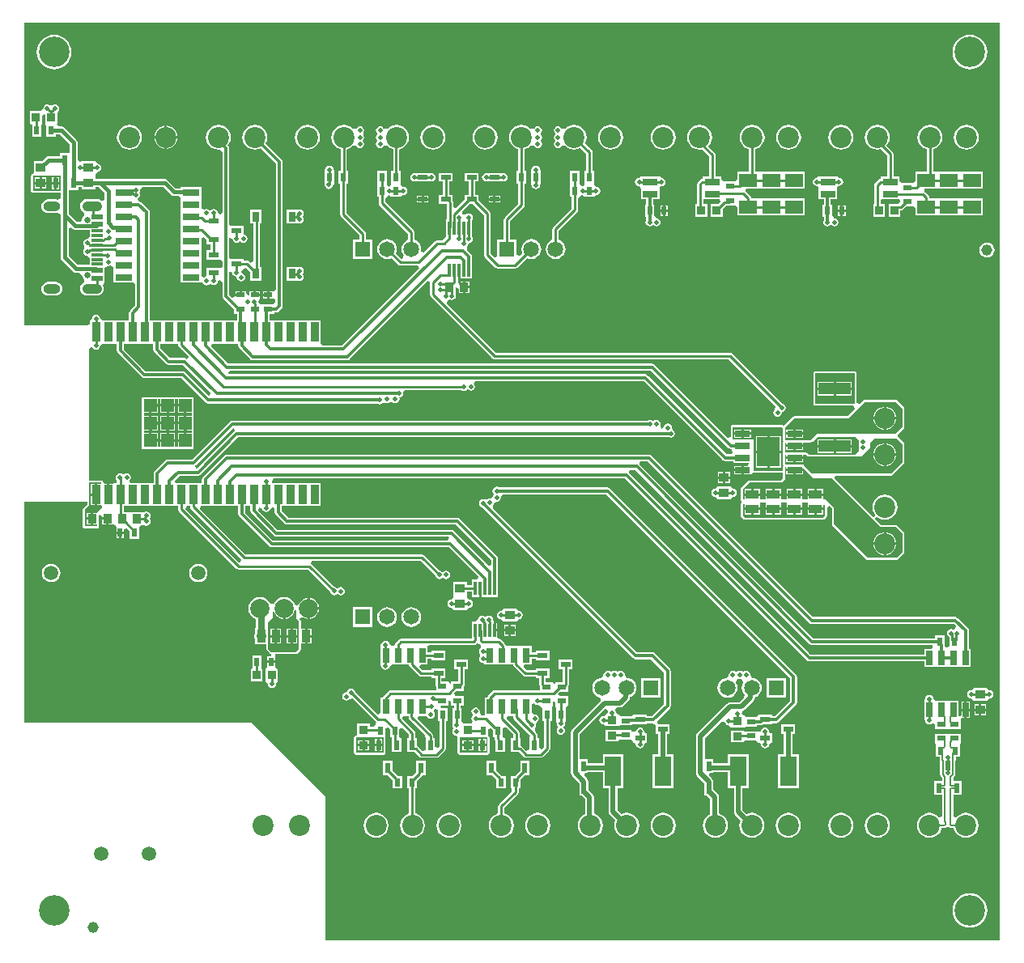
<source format=gbr>
%TF.GenerationSoftware,Altium Limited,Altium Designer,21.9.2 (33)*%
G04 Layer_Physical_Order=1*
G04 Layer_Color=255*
%FSLAX45Y45*%
%MOMM*%
%TF.SameCoordinates,9F934031-F859-43C4-9D29-15814C5376A4*%
%TF.FilePolarity,Positive*%
%TF.FileFunction,Copper,L1,Top,Signal*%
%TF.Part,Single*%
G01*
G75*
%TA.AperFunction,SMDPad,CuDef*%
%ADD10R,0.95000X1.00000*%
%ADD11R,0.30000X1.40000*%
%ADD12R,1.00000X0.50000*%
%ADD13R,0.60000X0.90000*%
%ADD14R,1.55000X0.65000*%
%ADD15R,0.85000X0.95000*%
%ADD16R,0.90000X0.60000*%
%ADD17R,1.85497X1.36393*%
%ADD18R,0.75000X1.00000*%
%ADD19R,1.05000X0.60000*%
%ADD20R,0.60000X1.05000*%
%ADD21R,1.00000X0.95000*%
%ADD22R,1.77500X0.70000*%
%ADD23R,1.15000X0.30000*%
%ADD24R,1.15000X0.60000*%
%TA.AperFunction,BGAPad,CuDef*%
%ADD25R,1.33000X1.33000*%
%TA.AperFunction,ConnectorPad*%
%ADD26R,0.90000X2.00000*%
%TA.AperFunction,SMDPad,CuDef*%
%ADD27R,3.35000X1.25000*%
%ADD28R,2.40000X3.10000*%
%ADD29R,1.52500X0.65000*%
%ADD30R,1.35000X0.95000*%
%ADD31R,0.65000X1.50000*%
%ADD32R,0.95000X0.85000*%
%ADD33R,1.78000X3.15000*%
%ADD34R,0.50000X1.00000*%
%ADD35R,0.95000X1.35000*%
%TA.AperFunction,Conductor*%
%ADD36C,0.40000*%
%ADD37C,0.25400*%
%ADD38C,0.50000*%
%ADD39C,0.29979*%
%ADD40C,1.00000*%
%ADD41C,0.70000*%
%ADD42C,0.17338*%
%ADD43C,0.25000*%
%ADD44C,0.29062*%
%TA.AperFunction,WasherPad*%
%ADD45C,1.15200*%
%TA.AperFunction,ComponentPad*%
%ADD46R,1.65000X1.65000*%
%ADD47C,1.65000*%
%ADD48C,2.20000*%
%ADD49C,0.65000*%
%ADD50O,2.10000X1.05000*%
%ADD51O,1.80000X1.00000*%
%ADD52C,2.00000*%
%ADD53C,1.50000*%
%TA.AperFunction,WasherPad*%
%ADD54C,3.20000*%
%TA.AperFunction,ViaPad*%
%ADD55C,0.46000*%
%ADD56C,0.60000*%
G36*
X1722000Y-5769000D02*
X-5328045D01*
Y-4266744D01*
X-6098045Y-3496744D01*
X-8478000D01*
Y-1184293D01*
X-8472013Y-1179379D01*
X-7822013D01*
X-7818392Y-1182351D01*
Y-1211553D01*
X-7862419Y-1255580D01*
X-7866840Y-1262196D01*
X-7868392Y-1270000D01*
Y-1440000D01*
X-7866840Y-1447803D01*
X-7862419Y-1454419D01*
X-7855804Y-1458839D01*
X-7848000Y-1460392D01*
X-7718000D01*
X-7710196Y-1458839D01*
X-7703581Y-1454419D01*
X-7699160Y-1447803D01*
X-7697608Y-1440000D01*
Y-1420400D01*
X-7699160Y-1412596D01*
X-7700500Y-1410591D01*
Y-1323468D01*
X-7695500Y-1320070D01*
X-7665672Y-1335863D01*
X-7665500Y-1336297D01*
Y-1347700D01*
X-7608000D01*
Y-1360400D01*
X-7595300D01*
Y-1420400D01*
X-7555500D01*
X-7551937Y-1420400D01*
X-7525500Y-1429000D01*
X-7518000Y-1455892D01*
X-7518000Y-1459000D01*
Y-1496299D01*
X-7478000D01*
X-7438000D01*
Y-1473576D01*
X-7408000Y-1461150D01*
X-7378000Y-1491150D01*
Y-1573999D01*
X-7278000D01*
Y-1444000D01*
X-7259198Y-1432143D01*
X-7230500Y-1429000D01*
X-7202163Y-1433014D01*
X-7198000Y-1433842D01*
X-7181222Y-1430505D01*
X-7166999Y-1421001D01*
X-7157495Y-1406777D01*
X-7154158Y-1390000D01*
X-7157495Y-1373222D01*
X-7166330Y-1360000D01*
X-7157495Y-1346777D01*
X-7154158Y-1330000D01*
X-7157495Y-1313222D01*
X-7166999Y-1298998D01*
X-7181222Y-1289494D01*
X-7198000Y-1286157D01*
X-7201398Y-1286833D01*
X-7230500Y-1288999D01*
X-7230500Y-1288999D01*
X-7230501Y-1289000D01*
X-7365500D01*
X-7365500Y-1288999D01*
X-7390501D01*
Y-1288999D01*
X-7395500Y-1289000D01*
X-7440660D01*
Y-1229000D01*
X-6872341D01*
Y-1257999D01*
X-6869803Y-1270758D01*
X-6862576Y-1281575D01*
X-6261575Y-1882575D01*
X-6250759Y-1889802D01*
X-6238000Y-1892340D01*
X-5511810D01*
X-5281521Y-2122630D01*
X-5279005Y-2135278D01*
X-5269501Y-2149501D01*
X-5255278Y-2159005D01*
X-5238500Y-2162342D01*
X-5221722Y-2159005D01*
X-5201001Y-2151001D01*
X-5186778Y-2160505D01*
X-5170000Y-2163843D01*
X-5153222Y-2160505D01*
X-5138999Y-2151001D01*
X-5129495Y-2136778D01*
X-5126158Y-2120000D01*
X-5129495Y-2103222D01*
X-5138999Y-2088999D01*
X-5153222Y-2079495D01*
X-5170000Y-2076158D01*
X-5186778Y-2079495D01*
X-5207499Y-2087499D01*
X-5221722Y-2077995D01*
X-5234370Y-2075479D01*
X-5474425Y-1835424D01*
X-5479040Y-1832340D01*
X-5473162Y-1802340D01*
X-4331810D01*
X-4181021Y-1953129D01*
X-4178505Y-1965777D01*
X-4169001Y-1980001D01*
X-4154778Y-1989505D01*
X-4138000Y-1992842D01*
X-4121222Y-1989505D01*
X-4103000Y-1981711D01*
X-4084777Y-1989505D01*
X-4068000Y-1992842D01*
X-4051222Y-1989505D01*
X-4036999Y-1980001D01*
X-4027495Y-1965777D01*
X-4024158Y-1949000D01*
X-4027495Y-1932222D01*
X-4036999Y-1917998D01*
X-4051222Y-1908495D01*
X-4068000Y-1905157D01*
X-4084778Y-1908495D01*
X-4099001Y-1917998D01*
X-4106999D01*
X-4121222Y-1908495D01*
X-4133871Y-1905979D01*
X-4294425Y-1745424D01*
X-4305241Y-1738197D01*
X-4318000Y-1735659D01*
X-6164190D01*
X-6643132Y-1256717D01*
X-6631652Y-1229000D01*
X-6239675D01*
Y-1312300D01*
X-6236960Y-1325952D01*
X-6229226Y-1337526D01*
X-5917026Y-1649726D01*
X-5905453Y-1657459D01*
X-5891800Y-1660175D01*
X-4036577D01*
X-3727752Y-1969000D01*
X-3740179Y-1999000D01*
X-3795000D01*
Y-2055659D01*
X-3850000D01*
Y-2021500D01*
X-3990000D01*
Y-2151499D01*
X-3990000Y-2156500D01*
Y-2181500D01*
X-4010000Y-2205158D01*
X-4026778Y-2208495D01*
X-4041001Y-2217999D01*
X-4050505Y-2232223D01*
X-4053843Y-2249000D01*
X-4050505Y-2265778D01*
X-4041001Y-2280002D01*
X-4026778Y-2289505D01*
X-4010000Y-2292843D01*
X-3990000Y-2316500D01*
Y-2316500D01*
X-3850000D01*
Y-2316500D01*
X-3830000Y-2292843D01*
X-3813222Y-2289505D01*
X-3798999Y-2280002D01*
X-3789495Y-2265778D01*
X-3786158Y-2249000D01*
X-3789495Y-2232223D01*
X-3798999Y-2217999D01*
X-3813222Y-2208495D01*
X-3830000Y-2205158D01*
X-3850000Y-2181500D01*
Y-2156500D01*
X-3850000Y-2152340D01*
X-3847972Y-2122340D01*
X-3795000D01*
Y-2178999D01*
X-3725000D01*
Y-2168999D01*
X-3722700D01*
Y-2089000D01*
X-3697300D01*
Y-2168999D01*
X-3695000D01*
Y-2178999D01*
X-3525000D01*
Y-2092394D01*
X-3524325Y-2089000D01*
Y-1776300D01*
X-3527040Y-1762648D01*
X-3534774Y-1751074D01*
X-3926574Y-1359274D01*
X-3938148Y-1351540D01*
X-3951800Y-1348825D01*
X-5717023D01*
X-5787325Y-1278523D01*
Y-1229000D01*
X-5377000D01*
Y-989000D01*
X-5879349D01*
X-5888823Y-982286D01*
X-5891318Y-967508D01*
X-5868960Y-940175D01*
X-2198277D01*
X-294225Y-2844226D01*
X-282652Y-2851959D01*
X-268999Y-2854675D01*
X933500D01*
Y-2914000D01*
X1038499D01*
Y-2914000D01*
X1060500D01*
Y-2914000D01*
X1165499D01*
Y-2914000D01*
X1187500D01*
Y-2914000D01*
X1292499D01*
Y-2914000D01*
X1314500D01*
Y-2914000D01*
X1419500D01*
Y-2724000D01*
X1403875D01*
Y-2531200D01*
X1401159Y-2517547D01*
X1393426Y-2505974D01*
X1286726Y-2399274D01*
X1275152Y-2391540D01*
X1261500Y-2388825D01*
X-228722D01*
X-1918274Y-699274D01*
X-1929847Y-691540D01*
X-1943500Y-688825D01*
X-6362500D01*
X-6376153Y-691540D01*
X-6387727Y-699274D01*
X-6610226Y-921774D01*
X-6617960Y-933348D01*
X-6620675Y-947000D01*
Y-989000D01*
X-6893422D01*
X-6905848Y-959000D01*
X-6857023Y-910175D01*
X-6662500D01*
X-6648848Y-907459D01*
X-6637274Y-899726D01*
X-6242223Y-504675D01*
X-1742006D01*
X-1734778Y-509505D01*
X-1718000Y-512842D01*
X-1701222Y-509505D01*
X-1686999Y-500001D01*
X-1677495Y-485777D01*
X-1674158Y-469000D01*
X-1677495Y-452222D01*
X-1686999Y-437998D01*
X-1701222Y-428494D01*
X-1704158Y-408999D01*
X-1707495Y-392222D01*
X-1716999Y-377998D01*
X-1731222Y-368495D01*
X-1748000Y-365157D01*
X-1764778Y-368495D01*
X-1779001Y-377998D01*
X-1788505Y-392222D01*
X-1789784Y-398650D01*
X-1816566Y-417691D01*
X-1827560Y-385875D01*
X-1827495Y-385777D01*
X-1824158Y-369000D01*
X-1827495Y-352222D01*
X-1836999Y-337998D01*
X-1851222Y-328494D01*
X-1868000Y-325157D01*
X-1884778Y-328494D01*
X-1906348Y-338056D01*
X-1920571Y-328552D01*
X-1937349Y-325215D01*
X-1954127Y-328552D01*
X-1961355Y-333382D01*
X-6307058D01*
X-6320710Y-336098D01*
X-6332284Y-343831D01*
X-6727277Y-738825D01*
X-6981800D01*
X-6995452Y-741540D01*
X-7007026Y-749274D01*
X-7117026Y-859274D01*
X-7124760Y-870848D01*
X-7127475Y-884500D01*
Y-989000D01*
X-7366401D01*
X-7375160Y-965032D01*
X-7376330Y-959000D01*
X-7367495Y-945777D01*
X-7364158Y-929000D01*
X-7367495Y-912222D01*
X-7376999Y-897998D01*
X-7391222Y-888495D01*
X-7408000Y-885157D01*
X-7424778Y-888495D01*
X-7439001Y-897998D01*
X-7446999D01*
X-7461222Y-888495D01*
X-7478000Y-885157D01*
X-7494778Y-888495D01*
X-7509001Y-897998D01*
X-7518505Y-912222D01*
X-7521842Y-929000D01*
X-7518505Y-945777D01*
X-7509670Y-959000D01*
X-7515489Y-989000D01*
X-7539000Y-989000D01*
X-7564858Y-999000D01*
X-7588300D01*
Y-1109000D01*
X-7613700D01*
Y-999000D01*
X-7624638D01*
X-7633392Y-995946D01*
X-7652806Y-985051D01*
X-7653308Y-983145D01*
X-7653422Y-981176D01*
X-7653422Y-981175D01*
X-7654312Y-979334D01*
X-7654833Y-977358D01*
X-7654833Y-977357D01*
X-7654834Y-977355D01*
X-7657907Y-971057D01*
Y-971056D01*
X-7659945Y-968379D01*
X-7661815Y-965580D01*
X-7662342Y-965228D01*
X-7662725Y-964724D01*
X-7665632Y-963030D01*
X-7668430Y-961160D01*
X-7669051Y-961036D01*
X-7669598Y-960718D01*
X-7669599Y-960717D01*
X-7672934Y-960264D01*
X-7676233Y-959608D01*
X-7676234Y-959607D01*
X-7676547Y-959607D01*
X-7677151Y-959608D01*
X-7798000D01*
X-7801621Y-956636D01*
Y419233D01*
X-7782168Y436850D01*
X-7766896Y432814D01*
X-7759002Y420999D01*
X-7744778Y411495D01*
X-7728001Y408157D01*
X-7711223Y411495D01*
X-7696999Y420999D01*
X-7687495Y435222D01*
X-7684158Y452000D01*
X-7657350Y471000D01*
X-7509675D01*
Y397700D01*
X-7506960Y384048D01*
X-7499226Y372474D01*
X-7247026Y120274D01*
X-7235452Y112541D01*
X-7221800Y109825D01*
X-6836577D01*
X-6582526Y-144226D01*
X-6570953Y-151959D01*
X-6557300Y-154675D01*
X-4782006D01*
X-4774778Y-159505D01*
X-4758000Y-162842D01*
X-4741222Y-159505D01*
X-4726999Y-150001D01*
X-4704777Y-149505D01*
X-4688000Y-152842D01*
X-4671222Y-149505D01*
X-4656999Y-140001D01*
X-4629001D01*
X-4614778Y-149505D01*
X-4598000Y-152842D01*
X-4581222Y-149505D01*
X-4566999Y-140001D01*
X-4557495Y-125777D01*
X-4554158Y-109000D01*
X-4557395Y-92722D01*
X-4541222Y-89505D01*
X-4526999Y-80001D01*
X-4517495Y-65777D01*
X-4514158Y-49000D01*
X-4515482Y-42340D01*
X-4500473Y-17376D01*
X-4494699Y-12340D01*
X-3905500D01*
X-3894778Y-19505D01*
X-3878000Y-22842D01*
X-3861222Y-19505D01*
X-3840001Y-9001D01*
X-3825778Y-18505D01*
X-3809000Y-21842D01*
X-3792223Y-18505D01*
X-3777999Y-9001D01*
X-3768495Y5223D01*
X-3765158Y22000D01*
X-3768495Y38778D01*
X-3775876Y49825D01*
X-3772234Y64163D01*
X-3764144Y79825D01*
X-1996577D01*
X-1169026Y-747726D01*
X-1157452Y-755459D01*
X-1143800Y-758175D01*
X-1061450D01*
Y-775000D01*
X-900129D01*
X-898674Y-777000D01*
X-898825Y-779632D01*
X-913948Y-807000D01*
X-952500D01*
Y-849500D01*
Y-892000D01*
X-887996D01*
X-878950Y-892000D01*
X-850001Y-880392D01*
X-848950Y-880392D01*
X-544392D01*
Y-937501D01*
X-566500Y-959608D01*
X-895001Y-959608D01*
X-895002Y-959608D01*
X-902805Y-961160D01*
X-909421Y-965581D01*
X-978420Y-1034582D01*
X-982840Y-1041198D01*
X-984392Y-1049001D01*
Y-1159000D01*
X-982840Y-1166804D01*
X-978419Y-1173420D01*
X-978420Y-1191841D01*
X-982840Y-1201197D01*
X-984392Y-1209000D01*
X-984392Y-1328999D01*
X-984393Y-1329000D01*
X-982840Y-1336804D01*
X-978420Y-1343419D01*
X-978419Y-1343420D01*
X-958420Y-1363418D01*
X-958419Y-1363419D01*
X-951804Y-1367840D01*
X-944000Y-1369392D01*
X-124002Y-1369392D01*
X-124001Y-1369392D01*
X-116197Y-1367840D01*
X-109581Y-1363419D01*
X-109581Y-1363419D01*
X-89581Y-1343419D01*
X-85161Y-1336804D01*
X-83608Y-1329000D01*
Y-1240657D01*
X-53608Y-1228231D01*
X-30392Y-1251447D01*
Y-1419999D01*
X-30392Y-1420000D01*
X-28840Y-1427804D01*
X-24419Y-1434419D01*
X325581Y-1784419D01*
X332196Y-1788840D01*
X340000Y-1790392D01*
X644998D01*
X645000Y-1790392D01*
X652803Y-1788840D01*
X659419Y-1784419D01*
X659420Y-1784419D01*
X720419Y-1723419D01*
X724840Y-1716804D01*
X726392Y-1709000D01*
Y-1519001D01*
X726392Y-1519000D01*
X724840Y-1511196D01*
X720419Y-1504581D01*
X720418Y-1504580D01*
X650419Y-1434581D01*
X643803Y-1430160D01*
X636000Y-1428608D01*
X484446D01*
X416760Y-1360922D01*
X436583Y-1338319D01*
X445027Y-1344797D01*
X456439Y-1353554D01*
X488063Y-1366653D01*
X522000Y-1371121D01*
X555937Y-1366653D01*
X587561Y-1353554D01*
X614717Y-1332717D01*
X635555Y-1305561D01*
X648654Y-1273936D01*
X653122Y-1240000D01*
X648654Y-1206063D01*
X635555Y-1174439D01*
X614717Y-1147282D01*
X587561Y-1126445D01*
X555937Y-1113346D01*
X522000Y-1108878D01*
X488063Y-1113346D01*
X456439Y-1126445D01*
X429283Y-1147282D01*
X408445Y-1174439D01*
X395346Y-1206063D01*
X390878Y-1240000D01*
X395346Y-1273936D01*
X408445Y-1305561D01*
X417202Y-1316972D01*
X423681Y-1325417D01*
X401078Y-1345239D01*
X-3770Y-940392D01*
X8657Y-910392D01*
X585000D01*
X592803Y-908840D01*
X599419Y-904419D01*
X599420Y-904419D01*
X720419Y-783419D01*
X724840Y-776804D01*
X726392Y-769000D01*
Y-579001D01*
X726392Y-579000D01*
X724840Y-571196D01*
X720419Y-564581D01*
X665357Y-509519D01*
X660439Y-500925D01*
X660572Y-476188D01*
X661722Y-472117D01*
X720419Y-413419D01*
X724840Y-406804D01*
X726392Y-399000D01*
Y-209001D01*
X726392Y-209000D01*
X724840Y-201196D01*
X720419Y-194581D01*
X720418Y-194580D01*
X650419Y-124581D01*
X643803Y-120160D01*
X636000Y-118608D01*
X306000D01*
X298196Y-120160D01*
X291580Y-124581D01*
X291580Y-124581D01*
X255848Y-160314D01*
X226392Y-147343D01*
Y161000D01*
X224840Y168804D01*
X220419Y175420D01*
X213803Y179840D01*
X206000Y181392D01*
X-204000D01*
X-211804Y179840D01*
X-218419Y175420D01*
X-222840Y168804D01*
X-224392Y161000D01*
Y-159000D01*
X-222840Y-166804D01*
X-218419Y-173419D01*
X-211804Y-177840D01*
X-204000Y-179392D01*
X194343D01*
X207313Y-208848D01*
X127553Y-288608D01*
X-424001Y-288609D01*
X-431804Y-290161D01*
X-438420Y-294581D01*
X-438421Y-294582D01*
X-534566Y-390727D01*
X-542748Y-384128D01*
X-545326Y-382778D01*
X-547747Y-381160D01*
X-548824Y-380946D01*
X-549797Y-380437D01*
X-552696Y-380176D01*
X-555551Y-379608D01*
X-1070000D01*
X-1077804Y-381160D01*
X-1084419Y-385581D01*
X-1088840Y-392196D01*
X-1090392Y-400000D01*
Y-503030D01*
X-1120392Y-515456D01*
X-1886574Y250726D01*
X-1898148Y258460D01*
X-1911800Y261175D01*
X-6347023D01*
X-6526848Y441000D01*
X-6514422Y471000D01*
X-6239675D01*
Y447700D01*
X-6236960Y434048D01*
X-6229226Y422474D01*
X-6117026Y310274D01*
X-6105452Y302541D01*
X-6091800Y299825D01*
X-5101800D01*
X-5088148Y302541D01*
X-5076574Y310274D01*
X-4260472Y1126376D01*
X-4232824Y1111597D01*
X-4233341Y1109000D01*
Y983001D01*
X-4230803Y970242D01*
X-4223575Y959425D01*
X-3581575Y317425D01*
X-3570759Y310198D01*
X-3558000Y307660D01*
X-1111810D01*
X-623499Y-180652D01*
X-622463Y-185096D01*
X-628949Y-217628D01*
X-631001Y-218999D01*
X-640505Y-233222D01*
X-643843Y-250000D01*
X-640505Y-266778D01*
X-631001Y-281001D01*
X-616778Y-290505D01*
X-600000Y-293842D01*
X-583222Y-290505D01*
X-568999Y-281001D01*
X-559495Y-266778D01*
X-556158Y-250000D01*
X-557597Y-242762D01*
X-541222Y-239505D01*
X-526999Y-230001D01*
X-517495Y-215777D01*
X-514158Y-199000D01*
X-517495Y-182222D01*
X-526999Y-167998D01*
X-541222Y-158494D01*
X-553870Y-155979D01*
X-1074425Y364576D01*
X-1085241Y371803D01*
X-1098000Y374341D01*
X-3544190D01*
X-4062404Y892554D01*
X-4054235Y922705D01*
X-4029510Y932320D01*
X-4026778Y930494D01*
X-4010000Y927157D01*
X-3993222Y930494D01*
X-3978999Y939998D01*
X-3969495Y954222D01*
X-3966157Y971000D01*
X-3966160Y971014D01*
X-3969495Y987777D01*
X-3969947Y988454D01*
X-3970500Y991001D01*
X-3970500Y991001D01*
Y1058449D01*
X-3965500Y1061790D01*
X-3935500Y1045755D01*
Y1001001D01*
X-3890700D01*
Y1061000D01*
Y1121000D01*
X-3910903D01*
X-3921163Y1132911D01*
X-3925035Y1143644D01*
X-3915000Y1151000D01*
X-3795000D01*
Y1237605D01*
X-3794325Y1241000D01*
Y1383700D01*
X-3797041Y1397352D01*
X-3804774Y1408926D01*
X-3849430Y1453582D01*
X-3846999Y1488999D01*
X-3837495Y1503223D01*
X-3831884Y1521140D01*
X-3813222Y1530495D01*
X-3798999Y1539998D01*
X-3789495Y1554222D01*
X-3786158Y1571000D01*
X-3789495Y1587777D01*
X-3795000Y1596016D01*
Y1765983D01*
X-3789495Y1774222D01*
X-3786158Y1791000D01*
X-3789495Y1807777D01*
X-3798999Y1822001D01*
X-3813222Y1831505D01*
X-3830000Y1834842D01*
X-3846778Y1831505D01*
X-3861001Y1822001D01*
X-3863333Y1818511D01*
X-3863439Y1818468D01*
X-3896561D01*
X-3896667Y1818511D01*
X-3898999Y1822001D01*
X-3901431Y1857419D01*
X-3822850Y1936000D01*
X-3788531D01*
X-3786275Y1932625D01*
X-3671341Y1817690D01*
Y1401000D01*
X-3668803Y1388241D01*
X-3661575Y1377425D01*
X-3551576Y1267425D01*
X-3540759Y1260198D01*
X-3528000Y1257660D01*
X-3346000D01*
X-3333241Y1260198D01*
X-3322424Y1267425D01*
X-3221110Y1368740D01*
X-3202758Y1361138D01*
X-3176000Y1357616D01*
X-3149242Y1361138D01*
X-3124308Y1371466D01*
X-3102897Y1387896D01*
X-3086467Y1409308D01*
X-3076139Y1434242D01*
X-3072616Y1461000D01*
X-3076139Y1487758D01*
X-3086467Y1512692D01*
X-3102897Y1534104D01*
X-3124308Y1550533D01*
X-3149242Y1560861D01*
X-3176000Y1564384D01*
X-3202758Y1560861D01*
X-3227692Y1550533D01*
X-3249104Y1534104D01*
X-3265534Y1512692D01*
X-3275862Y1487758D01*
X-3279385Y1461000D01*
X-3275862Y1434242D01*
X-3268260Y1415890D01*
X-3297500Y1386651D01*
X-3327500Y1399077D01*
Y1563500D01*
X-3396660D01*
Y1755190D01*
X-3254425Y1897425D01*
X-3247197Y1908242D01*
X-3244660Y1921000D01*
Y2146000D01*
X-3230000D01*
Y2276000D01*
X-3245160D01*
Y2504070D01*
X-3243063Y2504347D01*
X-3211439Y2517446D01*
X-3184283Y2538283D01*
X-3179259Y2544831D01*
X-3166259Y2544573D01*
X-3145460Y2539598D01*
X-3139046Y2529999D01*
X-3124823Y2520495D01*
X-3108045Y2517158D01*
X-3091267Y2520495D01*
X-3077044Y2529999D01*
X-3067540Y2544222D01*
X-3064202Y2561000D01*
X-3067540Y2577778D01*
X-3077044Y2592001D01*
Y2599999D01*
X-3067540Y2614223D01*
X-3064202Y2631000D01*
X-3067540Y2647778D01*
X-3077044Y2662001D01*
Y2669999D01*
X-3067540Y2684223D01*
X-3064202Y2701000D01*
X-3067540Y2717778D01*
X-3077044Y2732002D01*
X-3091267Y2741506D01*
X-3108045Y2744843D01*
X-3124823Y2741506D01*
X-3139046Y2732002D01*
X-3145460Y2722403D01*
X-3166259Y2717427D01*
X-3179259Y2717170D01*
X-3184283Y2723717D01*
X-3211439Y2744555D01*
X-3243063Y2757654D01*
X-3277000Y2762122D01*
X-3310937Y2757654D01*
X-3342561Y2744555D01*
X-3369717Y2723717D01*
X-3390555Y2696561D01*
X-3403654Y2664937D01*
X-3408122Y2631000D01*
X-3403654Y2597064D01*
X-3390555Y2565440D01*
X-3369717Y2538283D01*
X-3342561Y2517446D01*
X-3311841Y2504721D01*
Y2276000D01*
X-3330000D01*
Y2146000D01*
X-3311341D01*
Y1934810D01*
X-3453576Y1792576D01*
X-3460803Y1781759D01*
X-3463341Y1769000D01*
Y1563500D01*
X-3532500D01*
Y1385077D01*
X-3562500Y1372651D01*
X-3604660Y1414810D01*
Y1831500D01*
X-3607198Y1844259D01*
X-3614425Y1855075D01*
X-3729685Y1970335D01*
X-3730000Y1971922D01*
Y2026000D01*
X-3766660D01*
Y2166000D01*
X-3730000D01*
Y2256000D01*
X-3870000D01*
Y2166000D01*
X-3833341D01*
Y2026000D01*
X-3870000D01*
Y1983151D01*
X-3966943Y1886208D01*
X-3994659Y1897689D01*
Y1953821D01*
X-3997197Y1966580D01*
X-3999676Y1970289D01*
X-4000000Y1971922D01*
Y2026000D01*
X-4036660D01*
Y2166000D01*
X-4000000D01*
Y2256000D01*
X-4140000D01*
Y2166000D01*
X-4103341D01*
Y2026000D01*
X-4140000D01*
Y1936000D01*
X-4061340D01*
Y1771000D01*
X-4065000D01*
Y1591151D01*
X-4101810Y1554341D01*
X-4158000D01*
X-4170759Y1551803D01*
X-4181576Y1544576D01*
X-4302422Y1423729D01*
X-4318849Y1429960D01*
X-4329502Y1439075D01*
X-4326616Y1461000D01*
X-4330139Y1487758D01*
X-4340467Y1512692D01*
X-4356897Y1534104D01*
X-4378308Y1550533D01*
X-4396660Y1558135D01*
Y1633001D01*
X-4399197Y1645759D01*
X-4406425Y1656576D01*
X-4704660Y1954810D01*
Y1982072D01*
X-4690000Y2006000D01*
X-4666656Y2022069D01*
X-4660000Y2026556D01*
X-4640000Y2006000D01*
X-4640000Y2005999D01*
X-4639999Y2006000D01*
X-4540000D01*
Y2006000D01*
X-4518000Y2026158D01*
X-4501222Y2029495D01*
X-4486999Y2038999D01*
X-4477495Y2053223D01*
X-4474158Y2070000D01*
X-4477495Y2086778D01*
X-4486999Y2101002D01*
X-4501222Y2110506D01*
X-4518000Y2113843D01*
X-4540000Y2136000D01*
X-4540000Y2166000D01*
Y2276000D01*
X-4555660D01*
Y2504136D01*
X-4554064Y2504347D01*
X-4522440Y2517446D01*
X-4495283Y2538283D01*
X-4474445Y2565440D01*
X-4461346Y2597064D01*
X-4456879Y2631000D01*
X-4461346Y2664937D01*
X-4474445Y2696561D01*
X-4495283Y2723717D01*
X-4522440Y2744555D01*
X-4554064Y2757654D01*
X-4588000Y2762122D01*
X-4621937Y2757654D01*
X-4653561Y2744555D01*
X-4680717Y2723717D01*
X-4685741Y2717170D01*
X-4698741Y2717427D01*
X-4719540Y2722403D01*
X-4725954Y2732002D01*
X-4740178Y2741506D01*
X-4756955Y2744843D01*
X-4773733Y2741506D01*
X-4787957Y2732002D01*
X-4797461Y2717778D01*
X-4800798Y2701000D01*
X-4797461Y2684223D01*
X-4787957Y2669999D01*
Y2662001D01*
X-4797461Y2647778D01*
X-4800798Y2631000D01*
X-4797461Y2614223D01*
X-4787957Y2599999D01*
Y2592001D01*
X-4797461Y2577778D01*
X-4800798Y2561000D01*
X-4797461Y2544222D01*
X-4787957Y2529999D01*
X-4773733Y2520495D01*
X-4756955Y2517158D01*
X-4740178Y2520495D01*
X-4725954Y2529999D01*
X-4719540Y2539598D01*
X-4698741Y2544573D01*
X-4685741Y2544831D01*
X-4680717Y2538283D01*
X-4653561Y2517446D01*
X-4622341Y2504514D01*
Y2276000D01*
X-4640000D01*
Y2166000D01*
X-4640000Y2136000D01*
X-4658000Y2113843D01*
X-4660000Y2113445D01*
X-4667303Y2118368D01*
X-4690000Y2136000D01*
Y2146000D01*
X-4690000D01*
Y2276000D01*
X-4790000D01*
Y2146001D01*
X-4790001D01*
Y2135999D01*
X-4790000D01*
Y2006000D01*
X-4771341D01*
Y1941000D01*
X-4768803Y1928242D01*
X-4761575Y1917425D01*
X-4463341Y1619190D01*
Y1558135D01*
X-4481692Y1550533D01*
X-4503104Y1534104D01*
X-4519534Y1512692D01*
X-4529862Y1487758D01*
X-4533385Y1461000D01*
X-4529862Y1434242D01*
X-4519534Y1409308D01*
X-4508690Y1395176D01*
X-4515033Y1370979D01*
X-4520406Y1363358D01*
X-4536868Y1361018D01*
X-4591740Y1415890D01*
X-4584139Y1434242D01*
X-4580616Y1461000D01*
X-4584139Y1487758D01*
X-4594467Y1512692D01*
X-4610897Y1534104D01*
X-4632308Y1550533D01*
X-4657242Y1560861D01*
X-4684000Y1564384D01*
X-4710758Y1560861D01*
X-4735692Y1550533D01*
X-4757104Y1534104D01*
X-4773534Y1512692D01*
X-4783862Y1487758D01*
X-4787385Y1461000D01*
X-4783862Y1434242D01*
X-4773534Y1409308D01*
X-4757104Y1387896D01*
X-4735692Y1371466D01*
X-4710758Y1361138D01*
X-4684000Y1357616D01*
X-4657242Y1361138D01*
X-4638891Y1368740D01*
X-4567576Y1297425D01*
X-4556760Y1290198D01*
X-4544001Y1287660D01*
X-4362519D01*
X-4354588Y1276916D01*
X-4348863Y1258890D01*
X-5156577Y451175D01*
X-5355212D01*
X-5377000Y471000D01*
Y711000D01*
X-5914325D01*
Y781000D01*
X-5862000D01*
Y795325D01*
X-5846300D01*
X-5832648Y798041D01*
X-5821074Y805774D01*
X-5786574Y840274D01*
X-5778841Y851848D01*
X-5776125Y865500D01*
Y2374800D01*
X-5778841Y2388453D01*
X-5786574Y2400026D01*
X-5953725Y2567178D01*
X-5941346Y2597064D01*
X-5936878Y2631000D01*
X-5941346Y2664937D01*
X-5954445Y2696561D01*
X-5975283Y2723717D01*
X-6002439Y2744555D01*
X-6034063Y2757654D01*
X-6068000Y2762122D01*
X-6101937Y2757654D01*
X-6133561Y2744555D01*
X-6160717Y2723717D01*
X-6181555Y2696561D01*
X-6194654Y2664937D01*
X-6199122Y2631000D01*
X-6194654Y2597064D01*
X-6181555Y2565440D01*
X-6160717Y2538283D01*
X-6133561Y2517446D01*
X-6101937Y2504347D01*
X-6068000Y2499879D01*
X-6034063Y2504347D01*
X-6004177Y2516725D01*
X-5847475Y2360023D01*
Y1034218D01*
X-5872000Y1021000D01*
X-5877475Y1021000D01*
X-5914300D01*
Y981000D01*
Y941000D01*
X-5877475D01*
X-5872000Y941000D01*
X-5856578Y932688D01*
X-5851602Y906693D01*
X-5870897Y881000D01*
X-5992000D01*
Y881001D01*
X-6005000Y881001D01*
X-6026488Y901551D01*
X-6031086Y906355D01*
X-6032010Y911000D01*
X-6015000Y941000D01*
X-6015000D01*
Y968300D01*
X-6070000D01*
Y981000D01*
X-6082700D01*
Y1021000D01*
X-6125000D01*
Y977380D01*
X-6128051Y972584D01*
X-6133869Y972379D01*
X-6162000Y1000182D01*
Y1021000D01*
X-6204300D01*
Y981000D01*
X-6217000D01*
Y968300D01*
X-6272000D01*
Y963878D01*
X-6302000Y951452D01*
X-6336125Y985577D01*
Y1223155D01*
X-6334515Y1224125D01*
X-6320679Y1219991D01*
X-6304933Y1211934D01*
X-6302305Y1198723D01*
X-6292801Y1184499D01*
X-6278578Y1174995D01*
X-6259998Y1167303D01*
X-6252305Y1148722D01*
X-6242801Y1134499D01*
X-6228578Y1124995D01*
X-6211800Y1121658D01*
X-6195022Y1124995D01*
X-6180799Y1134499D01*
X-6171295Y1148722D01*
X-6167958Y1165500D01*
X-6171295Y1182278D01*
X-6180799Y1196501D01*
X-6195022Y1206005D01*
X-6199430Y1207830D01*
X-6206964Y1228444D01*
X-6187467Y1256000D01*
X-6185500D01*
Y1257427D01*
X-6155500Y1266350D01*
X-6113000Y1223850D01*
Y1131001D01*
X-5998000D01*
Y1271000D01*
X-6018981D01*
Y1731000D01*
X-5998000D01*
Y1871000D01*
X-6113000D01*
Y1731000D01*
X-6085662D01*
Y1330010D01*
X-6113378Y1318529D01*
X-6124424Y1329575D01*
X-6135241Y1336803D01*
X-6148000Y1339341D01*
X-6185500D01*
Y1356000D01*
X-6306125D01*
X-6330500Y1356000D01*
X-6336125Y1383670D01*
Y1575785D01*
X-6332876Y1578729D01*
X-6330843Y1578979D01*
X-6301843Y1571000D01*
X-6298505Y1554223D01*
X-6289001Y1539999D01*
X-6274778Y1530495D01*
X-6258000Y1527158D01*
X-6241222Y1530495D01*
X-6226999Y1539999D01*
X-6219001D01*
X-6204778Y1530495D01*
X-6188000Y1527158D01*
X-6171222Y1530495D01*
X-6156999Y1539999D01*
X-6147495Y1554223D01*
X-6144158Y1571000D01*
X-6147495Y1587778D01*
X-6156999Y1602002D01*
X-6171222Y1611506D01*
X-6185500Y1614346D01*
Y1706000D01*
X-6306125D01*
X-6330500Y1706000D01*
X-6336125Y1733670D01*
Y2518428D01*
X-6338841Y2532081D01*
X-6346574Y2543655D01*
X-6349736Y2546816D01*
X-6335445Y2565440D01*
X-6322346Y2597064D01*
X-6317878Y2631000D01*
X-6322346Y2664937D01*
X-6335445Y2696561D01*
X-6356283Y2723717D01*
X-6383439Y2744555D01*
X-6415063Y2757654D01*
X-6449000Y2762122D01*
X-6482937Y2757654D01*
X-6514561Y2744555D01*
X-6541717Y2723717D01*
X-6562555Y2696561D01*
X-6575654Y2664937D01*
X-6580122Y2631000D01*
X-6575654Y2597064D01*
X-6562555Y2565440D01*
X-6541717Y2538283D01*
X-6514561Y2517446D01*
X-6482937Y2504347D01*
X-6449000Y2499879D01*
X-6437476Y2501396D01*
X-6407508Y2476750D01*
X-6407475Y2476630D01*
Y1845026D01*
X-6433171Y1821854D01*
X-6453137Y1837113D01*
X-6456475Y1853890D01*
X-6465978Y1868114D01*
X-6480202Y1877618D01*
X-6496980Y1880955D01*
X-6513757Y1877618D01*
X-6527981Y1868114D01*
X-6528846Y1866818D01*
X-6540703D01*
X-6554926Y1876322D01*
X-6571704Y1879660D01*
X-6588481Y1876322D01*
X-6595451Y1871666D01*
X-6620135Y1880716D01*
X-6625451Y1884955D01*
X-6625450Y1989000D01*
X-6625451Y2010500D01*
Y2107500D01*
X-6842950D01*
Y2096284D01*
X-6894907D01*
X-6978462Y2179839D01*
X-6991693Y2188679D01*
X-7007300Y2191784D01*
X-7007302Y2191784D01*
X-7687299D01*
X-7687300Y2191784D01*
X-7687302Y2191784D01*
X-7730073D01*
X-7738000Y2218500D01*
D01*
X-7734768Y2247162D01*
X-7718000Y2266158D01*
X-7701222Y2269495D01*
X-7686999Y2278999D01*
X-7677495Y2293223D01*
X-7674158Y2310000D01*
X-7677495Y2326778D01*
X-7686999Y2341002D01*
X-7701222Y2350506D01*
X-7718000Y2353843D01*
X-7738001Y2378500D01*
Y2378500D01*
X-7878000D01*
X-7878000Y2378501D01*
X-7897521Y2373783D01*
X-7922217Y2398115D01*
Y2575999D01*
X-7922217Y2576001D01*
X-7925321Y2591608D01*
X-7934162Y2604839D01*
X-7934163Y2604840D01*
X-8059162Y2729839D01*
X-8072393Y2738680D01*
X-8088000Y2741784D01*
X-8088001Y2741784D01*
X-8117883D01*
X-8136364Y2771784D01*
X-8135500Y2773500D01*
X-8135500Y2790822D01*
Y2893319D01*
X-8126999Y2898999D01*
X-8117495Y2913223D01*
X-8114158Y2930000D01*
X-8117495Y2946778D01*
X-8126999Y2961001D01*
X-8141222Y2970505D01*
X-8158000Y2973843D01*
X-8174778Y2970505D01*
X-8176500Y2969355D01*
X-8198000Y2963466D01*
X-8219501Y2969355D01*
X-8221222Y2970505D01*
X-8238000Y2973843D01*
X-8254778Y2970505D01*
X-8269001Y2961001D01*
X-8278505Y2946778D01*
X-8279477Y2941890D01*
X-8295755Y2918633D01*
Y2918632D01*
X-8299654Y2915446D01*
Y2915447D01*
X-8308154Y2908501D01*
X-8311843Y2908500D01*
X-8420500D01*
Y2773500D01*
X-8398000Y2766000D01*
Y2636001D01*
X-8298000D01*
Y2766000D01*
X-8298000D01*
X-8295500Y2773501D01*
X-8295500Y2773501D01*
X-8295500Y2794965D01*
Y2856649D01*
X-8275134Y2872361D01*
X-8265500Y2873309D01*
X-8260500Y2866954D01*
X-8260500Y2773500D01*
X-8248000Y2748678D01*
Y2636001D01*
X-8148000D01*
Y2660217D01*
X-8104893D01*
X-8003784Y2559108D01*
Y2491754D01*
X-8008001Y2463500D01*
X-8108000D01*
Y2431784D01*
X-8225500D01*
X-8241107Y2428679D01*
X-8254339Y2419839D01*
X-8295677Y2378500D01*
X-8378000D01*
Y2250392D01*
X-8388000D01*
X-8395804Y2248840D01*
X-8402420Y2244420D01*
X-8406840Y2237804D01*
X-8408392Y2230000D01*
Y2070000D01*
X-8406840Y2062197D01*
X-8402420Y2055581D01*
X-8395804Y2051161D01*
X-8388000Y2049609D01*
X-8098784D01*
Y1995128D01*
X-8099813Y1993524D01*
X-8128784Y1976562D01*
X-8131527Y1977698D01*
X-8149800Y1980104D01*
X-8229800D01*
X-8248074Y1977698D01*
X-8265102Y1970645D01*
X-8279725Y1959424D01*
X-8290945Y1944802D01*
X-8297998Y1927773D01*
X-8300404Y1909500D01*
X-8297998Y1891226D01*
X-8290945Y1874198D01*
X-8279725Y1859575D01*
X-8265102Y1848355D01*
X-8248074Y1841302D01*
X-8229800Y1838896D01*
X-8149800D01*
X-8131527Y1841302D01*
X-8128784Y1842438D01*
X-8099813Y1825475D01*
X-8098784Y1823872D01*
Y1812960D01*
Y1371702D01*
X-8098784Y1371700D01*
X-8095680Y1356093D01*
X-8086839Y1342862D01*
X-7969939Y1225962D01*
X-7969938Y1225961D01*
X-7956707Y1217121D01*
X-7941100Y1214016D01*
X-7941099Y1214016D01*
X-7900841D01*
X-7875329Y1188500D01*
X-7871254Y1168016D01*
X-7859651Y1150650D01*
X-7850021Y1144215D01*
X-7849577Y1142379D01*
X-7851520Y1114397D01*
X-7852274Y1112386D01*
X-7860863Y1108829D01*
X-7876008Y1097208D01*
X-7887629Y1082063D01*
X-7894934Y1064426D01*
X-7897426Y1045500D01*
X-7894934Y1026574D01*
X-7887629Y1008937D01*
X-7876008Y993793D01*
X-7860863Y982172D01*
X-7843227Y974866D01*
X-7824300Y972374D01*
X-7719300D01*
X-7700374Y974866D01*
X-7682737Y982172D01*
X-7667593Y993793D01*
X-7655972Y1008937D01*
X-7648666Y1026574D01*
X-7646175Y1045500D01*
X-7648666Y1064426D01*
X-7654082Y1077500D01*
X-7647758Y1093483D01*
X-7637676Y1107500D01*
X-7636800D01*
Y1187500D01*
Y1262184D01*
X-7628774Y1271689D01*
X-7606800Y1283158D01*
X-7600545Y1281913D01*
X-7583767Y1285251D01*
X-7580550Y1287400D01*
X-7550550Y1273292D01*
X-7550550Y1227000D01*
X-7550550Y1205500D01*
Y1108500D01*
X-7347476D01*
X-7333051Y1108500D01*
X-7317475Y1084952D01*
Y870277D01*
X-7372226Y815526D01*
X-7379960Y803952D01*
X-7382675Y790300D01*
Y711000D01*
X-7657349D01*
X-7684158Y730001D01*
X-7687495Y746778D01*
X-7696999Y761002D01*
X-7711222Y770505D01*
X-7728000Y773843D01*
X-7744778Y770505D01*
X-7759001Y761002D01*
X-7768505Y746778D01*
X-7771527Y731586D01*
X-7793000Y711000D01*
X-7793001D01*
X-7793527Y681218D01*
X-7799447Y675102D01*
X-7822013Y661405D01*
X-7823000Y661405D01*
X-8472013D01*
X-8478000Y666319D01*
Y3831000D01*
X1722000D01*
Y-5769000D01*
D02*
G37*
G36*
X-7642584Y2048607D02*
Y1977895D01*
X-7654275Y1970094D01*
X-7672584Y1965037D01*
X-7682737Y1972828D01*
X-7700374Y1980134D01*
X-7719300Y1982625D01*
X-7824300D01*
X-7843227Y1980134D01*
X-7860863Y1972828D01*
X-7876008Y1961207D01*
X-7887629Y1946063D01*
X-7894934Y1928426D01*
X-7897426Y1909500D01*
X-7894934Y1890574D01*
X-7887629Y1872937D01*
X-7876008Y1857792D01*
X-7860863Y1846171D01*
X-7852274Y1842614D01*
X-7851520Y1840603D01*
X-7849577Y1812621D01*
X-7850021Y1810785D01*
X-7859651Y1804350D01*
X-7871254Y1786984D01*
X-7875329Y1766500D01*
X-7897138Y1744481D01*
X-7929253Y1744429D01*
X-8017217Y1832394D01*
Y2050247D01*
X-8013000Y2078500D01*
X-7913000D01*
Y2110217D01*
X-7878000D01*
Y2083500D01*
X-7738001D01*
Y2110217D01*
X-7704194D01*
X-7642584Y2048607D01*
D02*
G37*
G36*
X-8098784Y2070000D02*
X-8388000D01*
Y2230000D01*
X-8098784D01*
Y2070000D01*
D02*
G37*
G36*
X-7971339Y1671162D02*
X-7971338Y1671162D01*
X-7958107Y1662321D01*
X-7942500Y1659216D01*
X-7942499Y1659216D01*
X-7791800D01*
Y1590770D01*
X-7818045Y1567098D01*
X-7834823Y1563761D01*
X-7849046Y1554257D01*
X-7858550Y1540033D01*
X-7861887Y1523256D01*
X-7858550Y1506478D01*
X-7849046Y1492255D01*
Y1464257D01*
X-7858550Y1450033D01*
X-7861887Y1433256D01*
X-7858550Y1416478D01*
X-7849046Y1402254D01*
X-7834823Y1392751D01*
X-7818045Y1389413D01*
X-7793347Y1368792D01*
X-7791800Y1365742D01*
Y1295583D01*
X-7924207D01*
X-8017217Y1388594D01*
Y1677843D01*
X-7989500Y1689324D01*
X-7971339Y1671162D01*
D02*
G37*
G36*
X-6570500Y1563850D02*
Y1511000D01*
X-6531341D01*
Y1451000D01*
X-6570500D01*
Y1351000D01*
X-6437476D01*
X-6425500Y1351000D01*
X-6407475Y1328466D01*
Y1283534D01*
X-6425500Y1261000D01*
X-6437476Y1261000D01*
X-6570500D01*
Y1176089D01*
X-6597012Y1161990D01*
X-6620363Y1170614D01*
X-6625451Y1174702D01*
X-6625450Y1227000D01*
X-6625451Y1248500D01*
X-6625450Y1354000D01*
X-6625451Y1375500D01*
X-6625450Y1481000D01*
X-6625451Y1502500D01*
Y1576374D01*
X-6595451Y1588800D01*
X-6570500Y1563850D01*
D02*
G37*
G36*
X-6940639Y2026662D02*
X-6927408Y2017821D01*
X-6911800Y2014716D01*
X-6911799Y2014717D01*
X-6864164D01*
X-6842950Y1993503D01*
X-6842950Y1967500D01*
X-6842950Y1862000D01*
X-6842950Y1840500D01*
X-6842950Y1735000D01*
X-6842950Y1713500D01*
X-6842950Y1608000D01*
X-6842950Y1586500D01*
X-6842950Y1481000D01*
X-6842950Y1459500D01*
X-6842950Y1354000D01*
X-6842950Y1332500D01*
X-6842950Y1227000D01*
X-6842950Y1205500D01*
Y1108500D01*
X-6642849D01*
X-6628275Y1108500D01*
X-6603609Y1094942D01*
X-6601586Y1093687D01*
X-6588578Y1084995D01*
X-6571800Y1081658D01*
X-6555022Y1084995D01*
X-6535407Y1092856D01*
X-6513854Y1086290D01*
X-6497076Y1082953D01*
X-6480298Y1086290D01*
X-6466075Y1095794D01*
X-6456571Y1110018D01*
X-6453234Y1126795D01*
X-6433399Y1139089D01*
X-6407475Y1114506D01*
Y970800D01*
X-6404760Y957148D01*
X-6397026Y945574D01*
X-6282000Y830548D01*
Y781000D01*
X-6252675D01*
Y711000D01*
X-7166125D01*
Y1845500D01*
X-7168841Y1859152D01*
X-7176574Y1870726D01*
X-7256574Y1950726D01*
X-7268148Y1958460D01*
X-7281800Y1961175D01*
X-7290910Y1989024D01*
X-7290708Y1991175D01*
X-7278999Y1998999D01*
X-7269495Y2013222D01*
X-7266158Y2030000D01*
X-7269495Y2046778D01*
X-7274989Y2055000D01*
X-7269495Y2063222D01*
X-7266158Y2080000D01*
X-7266201Y2080217D01*
X-7245140Y2110217D01*
X-7024194D01*
X-6940639Y2026662D01*
D02*
G37*
G36*
X-6872341Y462001D02*
X-6869803Y449242D01*
X-6862576Y438426D01*
X-6756604Y332455D01*
X-6776574Y310726D01*
X-6788148Y318460D01*
X-6801800Y321175D01*
X-6957023D01*
X-7057325Y421477D01*
Y471000D01*
X-6872341D01*
Y462001D01*
D02*
G37*
G36*
X-7128675Y406700D02*
X-7125960Y393048D01*
X-7118226Y381474D01*
X-6997026Y260274D01*
X-6985452Y252541D01*
X-6971800Y249825D01*
X-6816577D01*
X-6528477Y-38275D01*
X-6539034Y-70145D01*
X-6553570Y-72278D01*
X-6796574Y170726D01*
X-6808148Y178460D01*
X-6821800Y181175D01*
X-7207023D01*
X-7438325Y412477D01*
Y471000D01*
X-7128675D01*
Y406700D01*
D02*
G37*
G36*
X206000Y-159000D02*
X-204000D01*
Y161000D01*
X206000D01*
Y-159000D01*
D02*
G37*
G36*
X706000Y-209000D02*
Y-399000D01*
X636000Y-469000D01*
X-184000Y-469001D01*
X-255742Y-540741D01*
X-524000Y-540741D01*
Y-409000D01*
X-424001Y-309000D01*
X136000Y-309000D01*
X306000Y-139000D01*
X636000D01*
X706000Y-209000D01*
D02*
G37*
G36*
X246000Y-539000D02*
Y-649000D01*
X206000Y-689000D01*
X-273323D01*
X-286742Y-675581D01*
X-293358Y-671160D01*
X-301162Y-669608D01*
X-336550D01*
X-338520Y-670000D01*
X-507080D01*
X-509050Y-669608D01*
X-524000D01*
Y-561133D01*
X-509050D01*
Y-582800D01*
X-336550D01*
Y-561133D01*
X-255743D01*
X-255742Y-561133D01*
X-250044Y-560000D01*
X-235000D01*
X-184000Y-509000D01*
X216000D01*
X246000Y-539000D01*
D02*
G37*
G36*
X-1116026Y-620726D02*
X-1104452Y-628459D01*
X-1090800Y-631175D01*
X-1084482D01*
X-1079174Y-635053D01*
X-1074196Y-673427D01*
X-1084481Y-686825D01*
X-1129023D01*
X-1956574Y140726D01*
X-1968148Y148460D01*
X-1981800Y151175D01*
X-6339758D01*
X-6343546Y153706D01*
X-6346916Y159825D01*
X-6329190Y189825D01*
X-1926577D01*
X-1116026Y-620726D01*
D02*
G37*
G36*
X706000Y-579000D02*
Y-769000D01*
X585000Y-890000D01*
X-240000D01*
X-326550Y-803451D01*
Y-797000D01*
X-519050D01*
X-524000Y-786350D01*
Y-690000D01*
X-509050D01*
Y-709800D01*
X-336550D01*
Y-690000D01*
X-301162D01*
X-281161Y-710000D01*
X274999D01*
X366000Y-619000D01*
Y-569000D01*
X416000Y-519000D01*
X646000D01*
X706000Y-579000D01*
D02*
G37*
G36*
X-6286125Y-410858D02*
X-6279882Y-442207D01*
X-6282226Y-443773D01*
X-6673031Y-834579D01*
X-6684506Y-832866D01*
X-6690203Y-801683D01*
X-6687274Y-799726D01*
X-6296739Y-409191D01*
X-6286125Y-410858D01*
D02*
G37*
G36*
X-544392Y-409000D02*
Y-540741D01*
X-542840Y-548545D01*
X-541241Y-550937D01*
X-542840Y-553329D01*
X-544392Y-561133D01*
Y-669608D01*
X-542840Y-677412D01*
X-541241Y-679804D01*
X-542840Y-682196D01*
X-544392Y-690000D01*
Y-786350D01*
X-544307Y-786781D01*
X-544374Y-787215D01*
X-543533Y-790668D01*
X-542840Y-794154D01*
X-542596Y-794519D01*
X-542492Y-794946D01*
X-540000Y-800307D01*
Y-806946D01*
X-542840Y-811196D01*
X-544392Y-819000D01*
Y-860000D01*
X-850000D01*
Y-530000D01*
X-1070000D01*
Y-400000D01*
X-555551D01*
X-544392Y-409000D01*
D02*
G37*
G36*
X-509050Y-836800D02*
X-328719D01*
X-324817Y-835183D01*
X-221000Y-939000D01*
X-34000D01*
X476000Y-1449000D01*
X636000D01*
X706000Y-1519000D01*
Y-1709000D01*
X645000Y-1770000D01*
X340000D01*
X-10000Y-1420000D01*
Y-1243001D01*
X-94000Y-1159000D01*
X-126500D01*
Y-1121700D01*
X-204000D01*
X-281500D01*
Y-1159000D01*
X-346500D01*
Y-1121700D01*
X-423999D01*
X-501500D01*
Y-1159000D01*
X-566500Y-1159000D01*
Y-1121700D01*
X-644000D01*
X-721500D01*
Y-1159000D01*
X-786500D01*
Y-1121701D01*
X-864001D01*
X-941500D01*
Y-1159000D01*
X-964000D01*
Y-1049001D01*
X-895002Y-980000D01*
X-555001Y-980000D01*
X-524000Y-949000D01*
Y-819000D01*
X-509050D01*
Y-836800D01*
D02*
G37*
G36*
X-281501Y-1201500D02*
X-281500Y-1201700D01*
Y-1246300D01*
X-204000D01*
X-126500D01*
Y-1214460D01*
X-113800Y-1209200D01*
X-104000Y-1219000D01*
Y-1329000D01*
X-124001Y-1349000D01*
X-944000Y-1349000D01*
X-964001Y-1329000D01*
X-964000Y-1209000D01*
X-952574Y-1197574D01*
X-941500Y-1204461D01*
Y-1246300D01*
X-864001D01*
X-786500D01*
Y-1201700D01*
X-786500Y-1201500D01*
X-786017Y-1189000D01*
X-721984D01*
X-721500Y-1201500D01*
X-721500Y-1201700D01*
Y-1246300D01*
X-644000D01*
X-566500D01*
Y-1201700D01*
X-566500Y-1201500D01*
X-566017Y-1189000D01*
X-501984D01*
X-501500Y-1201500D01*
X-501500Y-1201700D01*
Y-1246299D01*
X-424000D01*
X-346500D01*
Y-1201700D01*
X-346500Y-1201500D01*
X-346017Y-1189000D01*
X-281984D01*
X-281501Y-1201500D01*
D02*
G37*
G36*
X-5858675Y-1248187D02*
Y-1293300D01*
X-5855960Y-1306952D01*
X-5848226Y-1318526D01*
X-5757026Y-1409726D01*
X-5745452Y-1417459D01*
X-5731800Y-1420175D01*
X-3966577D01*
X-3595675Y-1791077D01*
Y-1840976D01*
X-3623392Y-1852457D01*
X-3986574Y-1489274D01*
X-3998148Y-1481540D01*
X-4011800Y-1478825D01*
X-5827023D01*
X-6029992Y-1275856D01*
X-6024930Y-1241314D01*
X-6020394Y-1239412D01*
X-5992295Y-1255782D01*
X-5990506Y-1264778D01*
X-5981002Y-1279002D01*
X-5966778Y-1288505D01*
X-5950001Y-1291843D01*
X-5933223Y-1288505D01*
X-5918999Y-1279002D01*
X-5909495Y-1264778D01*
X-5907706Y-1255781D01*
X-5879607Y-1239412D01*
X-5858675Y-1248187D01*
D02*
G37*
G36*
X-7673160Y-986300D02*
X-7680624Y-999000D01*
X-7715300D01*
Y-1109000D01*
Y-1219000D01*
X-7673001D01*
X-7668000Y-1229629D01*
Y-1240000D01*
X-7718000Y-1289999D01*
Y-1300400D01*
X-7755300D01*
Y-1360400D01*
Y-1420400D01*
X-7718000D01*
Y-1440000D01*
X-7848000D01*
Y-1270000D01*
X-7798000Y-1220000D01*
Y-980000D01*
X-7676234D01*
X-7673160Y-986300D01*
D02*
G37*
G36*
X-6112675Y-1279300D02*
X-6109960Y-1292952D01*
X-6102226Y-1304526D01*
X-5867026Y-1539726D01*
X-5855453Y-1547459D01*
X-5841800Y-1550175D01*
X-4043842D01*
X-4040055Y-1552705D01*
X-4036685Y-1558825D01*
X-4054410Y-1588825D01*
X-5877023D01*
X-6168325Y-1297523D01*
Y-1229000D01*
X-6112675D01*
Y-1279300D01*
D02*
G37*
G36*
X-6745341Y-1234999D02*
X-6742803Y-1247758D01*
X-6735576Y-1258574D01*
X-6211045Y-1783104D01*
X-6218818Y-1814442D01*
X-6219620Y-1815458D01*
X-6231898Y-1817951D01*
X-6790849Y-1259000D01*
X-6778423Y-1229000D01*
X-6745341D01*
Y-1234999D01*
D02*
G37*
G36*
X-268726Y-2449726D02*
X-257152Y-2457459D01*
X-243500Y-2460175D01*
X1246723D01*
X1265847Y-2479299D01*
X1257991Y-2510125D01*
X1234385Y-2519569D01*
X1232778Y-2518495D01*
X1216000Y-2515158D01*
X1199222Y-2518495D01*
X1184999Y-2527999D01*
X1175495Y-2542222D01*
X1172157Y-2559000D01*
X1175495Y-2575778D01*
X1184999Y-2590001D01*
X1194359Y-2596256D01*
Y-2631700D01*
X1195000Y-2634921D01*
Y-2697107D01*
X1194631Y-2698428D01*
X1160291Y-2709886D01*
X1148675Y-2700969D01*
Y-2682000D01*
X1145959Y-2668348D01*
X1144999Y-2666912D01*
Y-2584000D01*
X1045000D01*
Y-2613325D01*
X-224222D01*
X-2047373Y-790175D01*
X-2047208Y-786307D01*
X-2037824Y-760175D01*
X-1958276D01*
X-268726Y-2449726D01*
D02*
G37*
G36*
X-264226Y-2674226D02*
X-252652Y-2681960D01*
X-239000Y-2684675D01*
X1019484D01*
X1023389Y-2690192D01*
X1020987Y-2709312D01*
X1010565Y-2724000D01*
X933500D01*
Y-2783325D01*
X-254223D01*
X-2157373Y-880175D01*
X-2157208Y-876308D01*
X-2147825Y-850175D01*
X-2088277D01*
X-264226Y-2674226D01*
D02*
G37*
%LPC*%
G36*
X1412000Y3701871D02*
X1376714Y3698396D01*
X1342783Y3688103D01*
X1311513Y3671389D01*
X1284105Y3648895D01*
X1261611Y3621487D01*
X1244897Y3590217D01*
X1234604Y3556287D01*
X1231129Y3521000D01*
X1234604Y3485714D01*
X1244897Y3451784D01*
X1261611Y3420514D01*
X1284105Y3393105D01*
X1311513Y3370612D01*
X1342783Y3353898D01*
X1376714Y3343605D01*
X1412000Y3340129D01*
X1447286Y3343605D01*
X1481216Y3353898D01*
X1512486Y3370612D01*
X1539895Y3393105D01*
X1562388Y3420514D01*
X1579103Y3451784D01*
X1589395Y3485714D01*
X1592871Y3521000D01*
X1589395Y3556287D01*
X1579103Y3590217D01*
X1562388Y3621487D01*
X1539895Y3648895D01*
X1512486Y3671389D01*
X1481216Y3688103D01*
X1447286Y3698396D01*
X1412000Y3701871D01*
D02*
G37*
G36*
X-8168000D02*
X-8203286Y3698396D01*
X-8237216Y3688103D01*
X-8268487Y3671389D01*
X-8295895Y3648895D01*
X-8318389Y3621487D01*
X-8335103Y3590217D01*
X-8345396Y3556287D01*
X-8348871Y3521000D01*
X-8345396Y3485714D01*
X-8335103Y3451784D01*
X-8318389Y3420514D01*
X-8295895Y3393105D01*
X-8268487Y3370612D01*
X-8237216Y3353898D01*
X-8203286Y3343605D01*
X-8168000Y3340129D01*
X-8132714Y3343605D01*
X-8098784Y3353898D01*
X-8067514Y3370612D01*
X-8040105Y3393105D01*
X-8017612Y3420514D01*
X-8000897Y3451784D01*
X-7990605Y3485714D01*
X-7987129Y3521000D01*
X-7990605Y3556287D01*
X-8000897Y3590217D01*
X-8017612Y3621487D01*
X-8040105Y3648895D01*
X-8067514Y3671389D01*
X-8098784Y3688103D01*
X-8132714Y3698396D01*
X-8168000Y3701871D01*
D02*
G37*
G36*
X-2727000Y2762122D02*
X-2760937Y2757654D01*
X-2792561Y2744555D01*
X-2819717Y2723717D01*
X-2825536Y2716135D01*
X-2840008Y2716904D01*
X-2859075Y2721706D01*
X-2865954Y2732002D01*
X-2880178Y2741506D01*
X-2896955Y2744843D01*
X-2913733Y2741506D01*
X-2927957Y2732002D01*
X-2937460Y2717778D01*
X-2940798Y2701000D01*
X-2937460Y2684223D01*
X-2927957Y2669999D01*
Y2662001D01*
X-2937460Y2647778D01*
X-2940798Y2631000D01*
X-2937460Y2614223D01*
X-2927957Y2599999D01*
Y2592001D01*
X-2937460Y2577778D01*
X-2940798Y2561000D01*
X-2937460Y2544222D01*
X-2927957Y2529999D01*
X-2913733Y2520495D01*
X-2896955Y2517158D01*
X-2880178Y2520495D01*
X-2865954Y2529999D01*
X-2859075Y2540295D01*
X-2840008Y2545097D01*
X-2825536Y2545866D01*
X-2819717Y2538283D01*
X-2792561Y2517446D01*
X-2760937Y2504347D01*
X-2727000Y2499879D01*
X-2693063Y2504347D01*
X-2661439Y2517446D01*
X-2660962Y2517812D01*
X-2603341Y2460190D01*
Y2276000D01*
X-2620000D01*
Y2166000D01*
X-2620000Y2136000D01*
X-2638000Y2113843D01*
X-2640000Y2113445D01*
X-2647303Y2118368D01*
X-2670000Y2136000D01*
Y2146000D01*
X-2670000D01*
Y2276000D01*
X-2770000D01*
Y2146001D01*
X-2770001D01*
Y2135999D01*
X-2770000D01*
Y2006000D01*
X-2753341D01*
Y1884810D01*
X-2945576Y1692575D01*
X-2952803Y1681759D01*
X-2955341Y1669000D01*
Y1558135D01*
X-2973692Y1550533D01*
X-2995104Y1534104D01*
X-3011534Y1512692D01*
X-3021862Y1487758D01*
X-3025385Y1461000D01*
X-3021862Y1434242D01*
X-3011534Y1409308D01*
X-2995104Y1387896D01*
X-2973692Y1371466D01*
X-2948758Y1361138D01*
X-2922000Y1357616D01*
X-2895242Y1361138D01*
X-2870308Y1371466D01*
X-2848897Y1387896D01*
X-2832467Y1409308D01*
X-2822139Y1434242D01*
X-2818616Y1461000D01*
X-2822139Y1487758D01*
X-2832467Y1512692D01*
X-2848897Y1534104D01*
X-2870308Y1550533D01*
X-2888660Y1558135D01*
Y1655190D01*
X-2696425Y1847425D01*
X-2689198Y1858241D01*
X-2686660Y1871000D01*
Y1982900D01*
X-2670000Y2006000D01*
Y2006000D01*
X-2646656Y2022069D01*
X-2640000Y2026556D01*
X-2620000Y2006000D01*
X-2620000Y2005999D01*
X-2619999Y2006000D01*
X-2520000D01*
Y2006000D01*
X-2498000Y2026158D01*
X-2481222Y2029495D01*
X-2466999Y2038999D01*
X-2457495Y2053223D01*
X-2454158Y2070000D01*
X-2457495Y2086778D01*
X-2466999Y2101002D01*
X-2481222Y2110506D01*
X-2498000Y2113843D01*
X-2520000Y2136000D01*
X-2520000Y2166000D01*
Y2276000D01*
X-2536660D01*
Y2474000D01*
X-2539197Y2486759D01*
X-2546425Y2497575D01*
X-2613812Y2564962D01*
X-2613445Y2565440D01*
X-2600346Y2597064D01*
X-2595878Y2631000D01*
X-2600346Y2664937D01*
X-2613445Y2696561D01*
X-2634283Y2723717D01*
X-2661439Y2744555D01*
X-2693063Y2757654D01*
X-2727000Y2762122D01*
D02*
G37*
G36*
X-6985300Y2750364D02*
Y2643701D01*
X-6878637D01*
X-6881089Y2662327D01*
X-6893180Y2691518D01*
X-6912415Y2716585D01*
X-6937482Y2735820D01*
X-6966674Y2747912D01*
X-6985300Y2750364D01*
D02*
G37*
G36*
X-7010700D02*
X-7029327Y2747912D01*
X-7058518Y2735820D01*
X-7083585Y2716585D01*
X-7102820Y2691518D01*
X-7114912Y2662327D01*
X-7117364Y2643701D01*
X-7010700D01*
Y2750364D01*
D02*
G37*
G36*
X-5137000Y2762122D02*
X-5170937Y2757654D01*
X-5202561Y2744555D01*
X-5229717Y2723717D01*
X-5250555Y2696561D01*
X-5263654Y2664937D01*
X-5268122Y2631000D01*
X-5263654Y2597064D01*
X-5250555Y2565440D01*
X-5229717Y2538283D01*
X-5202561Y2517446D01*
X-5171841Y2504721D01*
Y2276000D01*
X-5190000D01*
Y2146000D01*
X-5173341D01*
Y1821000D01*
X-5170803Y1808241D01*
X-5163575Y1797424D01*
X-4971341Y1605190D01*
Y1563500D01*
X-5040500D01*
Y1358500D01*
X-4835500D01*
Y1563500D01*
X-4904660D01*
Y1619000D01*
X-4907198Y1631759D01*
X-4914425Y1642575D01*
X-5106660Y1834810D01*
Y2146000D01*
X-5090000D01*
Y2276000D01*
X-5105159D01*
Y2504071D01*
X-5103063Y2504347D01*
X-5071439Y2517446D01*
X-5044283Y2538283D01*
X-5039259Y2544831D01*
X-5026259Y2544573D01*
X-5005460Y2539598D01*
X-4999046Y2529999D01*
X-4984823Y2520495D01*
X-4968045Y2517158D01*
X-4951267Y2520495D01*
X-4937044Y2529999D01*
X-4927540Y2544222D01*
X-4924202Y2561000D01*
X-4927540Y2577778D01*
X-4937044Y2592001D01*
Y2599999D01*
X-4927540Y2614223D01*
X-4924202Y2631000D01*
X-4927540Y2647778D01*
X-4935333Y2666001D01*
X-4927540Y2684223D01*
X-4924202Y2701000D01*
X-4927540Y2717778D01*
X-4937044Y2732002D01*
X-4951267Y2741506D01*
X-4968045Y2744843D01*
X-4984823Y2741506D01*
X-4999046Y2732002D01*
X-5005460Y2722403D01*
X-5026259Y2717427D01*
X-5039259Y2717170D01*
X-5044283Y2723717D01*
X-5071439Y2744555D01*
X-5103063Y2757654D01*
X-5137000Y2762122D01*
D02*
G37*
G36*
X-6878636Y2618301D02*
X-6985300D01*
Y2511637D01*
X-6966674Y2514089D01*
X-6937482Y2526180D01*
X-6912415Y2545415D01*
X-6893180Y2570483D01*
X-6881089Y2599674D01*
X-6878636Y2618301D01*
D02*
G37*
G36*
X-7010700D02*
X-7117364D01*
X-7114912Y2599674D01*
X-7102820Y2570483D01*
X-7083585Y2545415D01*
X-7058518Y2526180D01*
X-7029327Y2514089D01*
X-7010700Y2511637D01*
Y2618301D01*
D02*
G37*
G36*
X1374000Y2762122D02*
X1340063Y2757654D01*
X1308439Y2744555D01*
X1281283Y2723717D01*
X1260445Y2696561D01*
X1247346Y2664937D01*
X1242878Y2631000D01*
X1247346Y2597064D01*
X1260445Y2565440D01*
X1281283Y2538283D01*
X1308439Y2517446D01*
X1340063Y2504347D01*
X1374000Y2499879D01*
X1407936Y2504347D01*
X1439561Y2517446D01*
X1466717Y2538283D01*
X1487555Y2565440D01*
X1500654Y2597064D01*
X1505121Y2631000D01*
X1500654Y2664937D01*
X1487555Y2696561D01*
X1466717Y2723717D01*
X1439561Y2744555D01*
X1407936Y2757654D01*
X1374000Y2762122D01*
D02*
G37*
G36*
X63000D02*
X29063Y2757654D01*
X-2561Y2744555D01*
X-29717Y2723717D01*
X-50555Y2696561D01*
X-63654Y2664937D01*
X-68122Y2631000D01*
X-63654Y2597064D01*
X-50555Y2565440D01*
X-29717Y2538283D01*
X-2561Y2517446D01*
X29063Y2504347D01*
X63000Y2499879D01*
X96937Y2504347D01*
X128561Y2517446D01*
X155717Y2538283D01*
X176555Y2565440D01*
X189654Y2597064D01*
X194122Y2631000D01*
X189654Y2664937D01*
X176555Y2696561D01*
X155717Y2723717D01*
X128561Y2744555D01*
X96937Y2757654D01*
X63000Y2762122D01*
D02*
G37*
G36*
X-486000D02*
X-519937Y2757654D01*
X-551561Y2744555D01*
X-578717Y2723717D01*
X-599555Y2696561D01*
X-612654Y2664937D01*
X-617122Y2631000D01*
X-612654Y2597064D01*
X-599555Y2565440D01*
X-578717Y2538283D01*
X-551561Y2517446D01*
X-519937Y2504347D01*
X-486000Y2499879D01*
X-452063Y2504347D01*
X-420439Y2517446D01*
X-393283Y2538283D01*
X-372445Y2565440D01*
X-359346Y2597064D01*
X-354878Y2631000D01*
X-359346Y2664937D01*
X-372445Y2696561D01*
X-393283Y2723717D01*
X-420439Y2744555D01*
X-452063Y2757654D01*
X-486000Y2762122D01*
D02*
G37*
G36*
X-1797000D02*
X-1830937Y2757654D01*
X-1862561Y2744555D01*
X-1889717Y2723717D01*
X-1910555Y2696561D01*
X-1923654Y2664937D01*
X-1928122Y2631000D01*
X-1923654Y2597064D01*
X-1910555Y2565440D01*
X-1889717Y2538283D01*
X-1862561Y2517446D01*
X-1830937Y2504347D01*
X-1797000Y2499879D01*
X-1763064Y2504347D01*
X-1731439Y2517446D01*
X-1704283Y2538283D01*
X-1683445Y2565440D01*
X-1670346Y2597064D01*
X-1665879Y2631000D01*
X-1670346Y2664937D01*
X-1683445Y2696561D01*
X-1704283Y2723717D01*
X-1731439Y2744555D01*
X-1763064Y2757654D01*
X-1797000Y2762122D01*
D02*
G37*
G36*
X-2346000D02*
X-2379937Y2757654D01*
X-2411561Y2744555D01*
X-2438717Y2723717D01*
X-2459555Y2696561D01*
X-2472654Y2664937D01*
X-2477122Y2631000D01*
X-2472654Y2597064D01*
X-2459555Y2565440D01*
X-2438717Y2538283D01*
X-2411561Y2517446D01*
X-2379937Y2504347D01*
X-2346000Y2499879D01*
X-2312063Y2504347D01*
X-2280439Y2517446D01*
X-2253283Y2538283D01*
X-2232445Y2565440D01*
X-2219346Y2597064D01*
X-2214878Y2631000D01*
X-2219346Y2664937D01*
X-2232445Y2696561D01*
X-2253283Y2723717D01*
X-2280439Y2744555D01*
X-2312063Y2757654D01*
X-2346000Y2762122D01*
D02*
G37*
G36*
X-3658000D02*
X-3691937Y2757654D01*
X-3723561Y2744555D01*
X-3750717Y2723717D01*
X-3771555Y2696561D01*
X-3784654Y2664937D01*
X-3789122Y2631000D01*
X-3784654Y2597064D01*
X-3771555Y2565440D01*
X-3750717Y2538283D01*
X-3723561Y2517446D01*
X-3691937Y2504347D01*
X-3658000Y2499879D01*
X-3624063Y2504347D01*
X-3592439Y2517446D01*
X-3565283Y2538283D01*
X-3544445Y2565440D01*
X-3531346Y2597064D01*
X-3526878Y2631000D01*
X-3531346Y2664937D01*
X-3544445Y2696561D01*
X-3565283Y2723717D01*
X-3592439Y2744555D01*
X-3624063Y2757654D01*
X-3658000Y2762122D01*
D02*
G37*
G36*
X-4207000D02*
X-4240937Y2757654D01*
X-4272561Y2744555D01*
X-4299717Y2723717D01*
X-4320555Y2696561D01*
X-4333654Y2664937D01*
X-4338122Y2631000D01*
X-4333654Y2597064D01*
X-4320555Y2565440D01*
X-4299717Y2538283D01*
X-4272561Y2517446D01*
X-4240937Y2504347D01*
X-4207000Y2499879D01*
X-4173064Y2504347D01*
X-4141440Y2517446D01*
X-4114283Y2538283D01*
X-4093445Y2565440D01*
X-4080346Y2597064D01*
X-4075879Y2631000D01*
X-4080346Y2664937D01*
X-4093445Y2696561D01*
X-4114283Y2723717D01*
X-4141440Y2744555D01*
X-4173064Y2757654D01*
X-4207000Y2762122D01*
D02*
G37*
G36*
X-5518000D02*
X-5551937Y2757654D01*
X-5583561Y2744555D01*
X-5610717Y2723717D01*
X-5631555Y2696561D01*
X-5644654Y2664937D01*
X-5649122Y2631000D01*
X-5644654Y2597064D01*
X-5631555Y2565440D01*
X-5610717Y2538283D01*
X-5583561Y2517446D01*
X-5551937Y2504347D01*
X-5518000Y2499879D01*
X-5484063Y2504347D01*
X-5452439Y2517446D01*
X-5425283Y2538283D01*
X-5404445Y2565440D01*
X-5391346Y2597064D01*
X-5386878Y2631000D01*
X-5391346Y2664937D01*
X-5404445Y2696561D01*
X-5425283Y2723717D01*
X-5452439Y2744555D01*
X-5484063Y2757654D01*
X-5518000Y2762122D01*
D02*
G37*
G36*
X-7379000D02*
X-7412937Y2757654D01*
X-7444561Y2744555D01*
X-7471717Y2723717D01*
X-7492555Y2696561D01*
X-7505654Y2664937D01*
X-7510122Y2631000D01*
X-7505654Y2597064D01*
X-7492555Y2565440D01*
X-7471717Y2538283D01*
X-7444561Y2517446D01*
X-7412937Y2504347D01*
X-7379000Y2499879D01*
X-7345064Y2504347D01*
X-7313439Y2517446D01*
X-7286283Y2538283D01*
X-7265445Y2565440D01*
X-7252346Y2597064D01*
X-7247879Y2631000D01*
X-7252346Y2664937D01*
X-7265445Y2696561D01*
X-7286283Y2723717D01*
X-7313439Y2744555D01*
X-7345064Y2757654D01*
X-7379000Y2762122D01*
D02*
G37*
G36*
X-3490001Y2256000D02*
X-3490001Y2256000D01*
X-3630000D01*
X-3630000Y2256000D01*
X-3648000Y2253843D01*
X-3664778Y2250506D01*
X-3679001Y2241002D01*
X-3688505Y2226778D01*
X-3691843Y2210000D01*
X-3688505Y2193223D01*
X-3679001Y2178999D01*
X-3664778Y2169495D01*
X-3648000Y2166158D01*
X-3630000Y2165999D01*
X-3630000Y2166000D01*
X-3490001D01*
X-3490001Y2165999D01*
X-3468000Y2166158D01*
X-3451222Y2169495D01*
X-3436999Y2178999D01*
X-3427495Y2193223D01*
X-3424158Y2210000D01*
X-3427495Y2226778D01*
X-3436999Y2241002D01*
X-3451222Y2250506D01*
X-3461435Y2252537D01*
X-3468000Y2253843D01*
X-3490001Y2256000D01*
D02*
G37*
G36*
X-4240001D02*
X-4240001Y2256000D01*
X-4380000D01*
X-4380000Y2256000D01*
X-4398000Y2253843D01*
X-4414778Y2250506D01*
X-4429001Y2241002D01*
X-4438505Y2226778D01*
X-4441843Y2210000D01*
X-4438505Y2193223D01*
X-4429001Y2178999D01*
X-4414778Y2169495D01*
X-4398000Y2166158D01*
X-4380000Y2165999D01*
X-4380000Y2166000D01*
X-4240001D01*
X-4240001Y2165999D01*
X-4218000Y2166158D01*
X-4201222Y2169495D01*
X-4186999Y2178999D01*
X-4177495Y2193223D01*
X-4174158Y2210000D01*
X-4177495Y2226778D01*
X-4186999Y2241002D01*
X-4201222Y2250506D01*
X-4211435Y2252537D01*
X-4218000Y2253843D01*
X-4240001Y2256000D01*
D02*
G37*
G36*
X24499Y2217000D02*
X24499Y2217000D01*
X-170500D01*
Y2217000D01*
X-196236Y2206704D01*
X-204778Y2205005D01*
X-219002Y2195501D01*
X-228506Y2181278D01*
X-231843Y2164500D01*
X-228506Y2147722D01*
X-219002Y2133499D01*
X-204778Y2123995D01*
X-188001Y2120657D01*
X-170501Y2112000D01*
Y2090000D01*
X-170501Y2082000D01*
Y1985000D01*
X-113675D01*
Y1926000D01*
X-128000D01*
Y1796000D01*
X-113675D01*
Y1765006D01*
X-118505Y1757778D01*
X-121843Y1741000D01*
X-118505Y1724223D01*
X-109001Y1709999D01*
X-94778Y1700495D01*
X-78000Y1697158D01*
X-61222Y1700495D01*
X-46999Y1709999D01*
X-39001D01*
X-24778Y1700495D01*
X-8000Y1697158D01*
X8778Y1700495D01*
X23001Y1709999D01*
X32505Y1724223D01*
X35842Y1741000D01*
X32505Y1757778D01*
X23001Y1772002D01*
X8778Y1781505D01*
X-3031Y1783854D01*
X-9692Y1787095D01*
X-28000Y1811452D01*
Y1926000D01*
X-42325D01*
Y1985000D01*
X24499D01*
Y2082000D01*
X24500Y2090000D01*
Y2112000D01*
X42000Y2120657D01*
X58777Y2123995D01*
X73001Y2133499D01*
X82505Y2147722D01*
X85842Y2164500D01*
X82505Y2181278D01*
X73001Y2195501D01*
X58777Y2205005D01*
X50587Y2206634D01*
X24499Y2217000D01*
X24499Y2217000D01*
D02*
G37*
G36*
X-1835501D02*
X-1835501Y2217000D01*
X-2030500D01*
Y2217000D01*
X-2054514Y2202547D01*
X-2064778Y2200505D01*
X-2079001Y2191001D01*
X-2088505Y2176778D01*
X-2091843Y2160000D01*
X-2088505Y2143223D01*
X-2079001Y2128999D01*
X-2064778Y2119495D01*
X-2048000Y2116158D01*
X-2031790Y2112306D01*
X-2030501Y2089055D01*
X-2030500Y2082000D01*
Y1985000D01*
X-1973676D01*
Y1926000D01*
X-1988000D01*
Y1796000D01*
X-1973676D01*
Y1765007D01*
X-1978506Y1757778D01*
X-1981843Y1741001D01*
X-1978506Y1724223D01*
X-1969002Y1709999D01*
X-1954778Y1700495D01*
X-1938000Y1697158D01*
X-1921223Y1700495D01*
X-1906999Y1709999D01*
X-1899001D01*
X-1884778Y1700495D01*
X-1868000Y1697158D01*
X-1851222Y1700495D01*
X-1836999Y1709999D01*
X-1827495Y1724223D01*
X-1824158Y1741000D01*
X-1827495Y1757778D01*
X-1836999Y1772002D01*
X-1851222Y1781505D01*
X-1863031Y1783854D01*
X-1869692Y1787095D01*
X-1888001Y1811452D01*
Y1926000D01*
X-1902325D01*
Y1985000D01*
X-1835501D01*
Y2082000D01*
X-1835500Y2089055D01*
X-1834212Y2112306D01*
X-1818000Y2116158D01*
X-1801222Y2119495D01*
X-1786999Y2128999D01*
X-1777495Y2143223D01*
X-1774158Y2160000D01*
X-1777495Y2176778D01*
X-1786999Y2191001D01*
X-1801222Y2200505D01*
X-1811487Y2202547D01*
X-1835501Y2217000D01*
X-1835501Y2217000D01*
D02*
G37*
G36*
X-867000Y2762122D02*
X-900937Y2757654D01*
X-932561Y2744555D01*
X-959717Y2723717D01*
X-980555Y2696561D01*
X-993654Y2664937D01*
X-998122Y2631000D01*
X-993654Y2597064D01*
X-980555Y2565440D01*
X-959717Y2538283D01*
X-932561Y2517446D01*
X-900937Y2504347D01*
X-900341Y2504268D01*
Y2269644D01*
X-1020748D01*
Y2190926D01*
X-1033000Y2166000D01*
X-1163000D01*
X-1185500Y2184106D01*
Y2217000D01*
X-1249660D01*
Y2445342D01*
X-1252198Y2458101D01*
X-1259425Y2468917D01*
X-1323622Y2533114D01*
X-1323283Y2538283D01*
X-1302445Y2565440D01*
X-1289346Y2597064D01*
X-1284879Y2631000D01*
X-1289346Y2664937D01*
X-1302445Y2696561D01*
X-1323283Y2723717D01*
X-1350439Y2744555D01*
X-1382064Y2757654D01*
X-1416000Y2762122D01*
X-1449937Y2757654D01*
X-1481561Y2744555D01*
X-1508717Y2723717D01*
X-1529555Y2696561D01*
X-1542654Y2664937D01*
X-1547122Y2631000D01*
X-1542654Y2597064D01*
X-1529555Y2565440D01*
X-1508717Y2538283D01*
X-1481561Y2517446D01*
X-1449937Y2504347D01*
X-1416000Y2499879D01*
X-1388330Y2503522D01*
X-1316341Y2431532D01*
Y2217000D01*
X-1380500D01*
Y2197840D01*
X-1384500D01*
X-1397259Y2195302D01*
X-1408076Y2188075D01*
X-1431054Y2165097D01*
X-1438282Y2154280D01*
X-1440820Y2141521D01*
Y1928500D01*
X-1460500D01*
Y1793500D01*
X-1335500D01*
Y1928500D01*
X-1374138D01*
Y1985000D01*
X-1208577D01*
X-1196151Y1955000D01*
X-1222651Y1928500D01*
X-1300500D01*
Y1793500D01*
X-1175500D01*
Y1881350D01*
X-1141490Y1915360D01*
X-1115300D01*
X-1112080Y1916000D01*
X-1033000D01*
X-1020748Y1891075D01*
Y1814146D01*
X-795252D01*
Y1814146D01*
X-780748D01*
Y1814146D01*
X-555252D01*
Y1814146D01*
X-540748Y1813698D01*
Y1813698D01*
X-525437Y1813698D01*
X-315251D01*
Y1990091D01*
X-540748D01*
Y1990092D01*
X-555252Y1990540D01*
Y1990539D01*
X-570563Y1990539D01*
X-780748D01*
Y1990540D01*
X-795252D01*
Y1990539D01*
X-874659D01*
Y1991000D01*
X-877197Y2003759D01*
X-884425Y2014576D01*
X-933100Y2063251D01*
X-932614Y2069883D01*
X-923228Y2093251D01*
X-795252D01*
Y2093251D01*
X-780748D01*
Y2093251D01*
X-555252D01*
Y2093251D01*
X-540748Y2092803D01*
Y2092803D01*
X-525437Y2092803D01*
X-315251D01*
Y2269196D01*
X-540748D01*
Y2269197D01*
X-555252Y2269644D01*
Y2269644D01*
X-570563Y2269644D01*
X-780748D01*
Y2269644D01*
X-795252D01*
Y2269644D01*
X-833659D01*
Y2504268D01*
X-833063Y2504347D01*
X-801439Y2517446D01*
X-774283Y2538283D01*
X-753445Y2565440D01*
X-740346Y2597064D01*
X-735878Y2631000D01*
X-740346Y2664937D01*
X-753445Y2696561D01*
X-774283Y2723717D01*
X-801439Y2744555D01*
X-833063Y2757654D01*
X-867000Y2762122D01*
D02*
G37*
G36*
X993000D02*
X959063Y2757654D01*
X927439Y2744555D01*
X900283Y2723717D01*
X879445Y2696561D01*
X866346Y2664937D01*
X861878Y2631000D01*
X866346Y2597064D01*
X879445Y2565440D01*
X900283Y2538283D01*
X927439Y2517446D01*
X959063Y2504347D01*
X959659Y2504268D01*
Y2268748D01*
X839252D01*
Y2180926D01*
X827000Y2156000D01*
X704500D01*
X697000Y2156001D01*
X674500Y2174105D01*
Y2217000D01*
X610340D01*
Y2456001D01*
X607802Y2468760D01*
X600575Y2479576D01*
X538953Y2541198D01*
X557555Y2565440D01*
X570654Y2597064D01*
X575122Y2631000D01*
X570654Y2664937D01*
X557555Y2696561D01*
X536717Y2723717D01*
X509561Y2744555D01*
X477937Y2757654D01*
X444000Y2762122D01*
X410063Y2757654D01*
X378439Y2744555D01*
X351283Y2723717D01*
X330445Y2696561D01*
X317346Y2664937D01*
X312878Y2631000D01*
X317346Y2597064D01*
X330445Y2565440D01*
X351283Y2538283D01*
X378439Y2517446D01*
X410063Y2504347D01*
X444000Y2499879D01*
X477937Y2504347D01*
X480459Y2505391D01*
X543659Y2442191D01*
Y2217000D01*
X479500D01*
Y2197840D01*
X475499D01*
X462741Y2195302D01*
X451924Y2188075D01*
X418946Y2155097D01*
X411718Y2144280D01*
X409180Y2131521D01*
Y1928500D01*
X399500D01*
Y1793500D01*
X524500D01*
Y1928500D01*
X478499D01*
X476288Y1956330D01*
X484250Y1985000D01*
X505862Y1985000D01*
X674499D01*
X683662Y1977627D01*
X684713Y1954285D01*
X660447Y1929141D01*
X651800D01*
X648580Y1928500D01*
X559500D01*
Y1793500D01*
X684500D01*
Y1862460D01*
X686800D01*
X699559Y1864998D01*
X710375Y1872225D01*
X744150Y1906001D01*
X827000D01*
X839252Y1881075D01*
Y1813251D01*
X1049437D01*
X1064748Y1813250D01*
Y1813250D01*
X1079252Y1813698D01*
Y1813698D01*
X1304748D01*
Y1813698D01*
X1319252Y1813250D01*
Y1813251D01*
X1334563Y1813251D01*
X1544748D01*
Y1989644D01*
X1319252D01*
Y1989644D01*
X1304748Y1990092D01*
Y1990092D01*
X1289437Y1990091D01*
X1094563D01*
X1079252Y1990092D01*
Y1990092D01*
X1064748Y1989644D01*
Y1989643D01*
X985341D01*
Y2001000D01*
X982803Y2013759D01*
X975576Y2024575D01*
X944907Y2055244D01*
X934091Y2062471D01*
X937626Y2092355D01*
X1049437D01*
X1064748Y2092355D01*
Y2092355D01*
X1079252Y2092803D01*
Y2092803D01*
X1304748D01*
Y2092803D01*
X1319252Y2092355D01*
Y2092355D01*
X1334563Y2092356D01*
X1544748D01*
Y2268749D01*
X1319252D01*
Y2268749D01*
X1304748Y2269197D01*
Y2269196D01*
X1289437Y2269196D01*
X1094563D01*
X1079252Y2269196D01*
Y2269197D01*
X1064748Y2268749D01*
Y2268748D01*
X1026340D01*
Y2504268D01*
X1026936Y2504347D01*
X1058561Y2517446D01*
X1085717Y2538283D01*
X1106555Y2565440D01*
X1119654Y2597064D01*
X1124121Y2631000D01*
X1119654Y2664937D01*
X1106555Y2696561D01*
X1085717Y2723717D01*
X1058561Y2744555D01*
X1026936Y2757654D01*
X993000Y2762122D01*
D02*
G37*
G36*
X-5288000Y2333843D02*
X-5304778Y2330505D01*
X-5319001Y2321001D01*
X-5328505Y2306778D01*
X-5329401Y2302274D01*
X-5340000Y2276000D01*
X-5340000Y2276000D01*
X-5340000Y2275999D01*
Y2173867D01*
X-5340000Y2146000D01*
X-5335698Y2128751D01*
X-5332505Y2115222D01*
X-5323001Y2100998D01*
X-5308778Y2091494D01*
X-5292000Y2088157D01*
X-5275222Y2091494D01*
X-5260999Y2100998D01*
X-5251495Y2115222D01*
X-5250599Y2119726D01*
X-5240000Y2146000D01*
X-5240000Y2146000D01*
X-5240000Y2146001D01*
Y2248133D01*
X-5240000Y2276000D01*
X-5244302Y2293249D01*
X-5247495Y2306778D01*
X-5256999Y2321001D01*
X-5271222Y2330505D01*
X-5288000Y2333843D01*
D02*
G37*
G36*
X-3128000D02*
X-3144778Y2330505D01*
X-3159001Y2321001D01*
X-3168505Y2306778D01*
X-3169401Y2302274D01*
X-3180000Y2276000D01*
X-3180001Y2276000D01*
X-3180000Y2275999D01*
Y2146000D01*
X-3180000D01*
X-3169891Y2120188D01*
X-3168505Y2113223D01*
X-3159001Y2098999D01*
X-3144778Y2089495D01*
X-3128000Y2086158D01*
X-3111222Y2089495D01*
X-3096999Y2098999D01*
X-3087495Y2113223D01*
X-3084054Y2128720D01*
X-3080000Y2146000D01*
X-3080000D01*
X-3080000Y2173984D01*
Y2248133D01*
X-3080000Y2276000D01*
X-3084302Y2293249D01*
X-3087495Y2306778D01*
X-3096999Y2321001D01*
X-3111222Y2330505D01*
X-3128000Y2333843D01*
D02*
G37*
G36*
X-4250000Y2016000D02*
X-4297300D01*
Y1993700D01*
X-4250000D01*
Y2016000D01*
D02*
G37*
G36*
X-4322700D02*
X-4370000D01*
Y1993700D01*
X-4322700D01*
Y2016000D01*
D02*
G37*
G36*
X-3500000D02*
X-3547301D01*
Y1993699D01*
X-3500000D01*
Y2016000D01*
D02*
G37*
G36*
X-3572701D02*
X-3620000D01*
Y1993699D01*
X-3572701D01*
Y2016000D01*
D02*
G37*
G36*
X-3500000Y1968299D02*
X-3547301D01*
Y1946000D01*
X-3500000D01*
Y1968299D01*
D02*
G37*
G36*
X-3572701D02*
X-3620000D01*
Y1946000D01*
X-3572701D01*
Y1968299D01*
D02*
G37*
G36*
X-4250000Y1968300D02*
X-4297300D01*
Y1946000D01*
X-4250000D01*
Y1968300D01*
D02*
G37*
G36*
X-4322700D02*
X-4370000D01*
Y1946000D01*
X-4322700D01*
Y1968300D01*
D02*
G37*
G36*
X112000Y1916000D02*
X84700D01*
Y1873700D01*
X112000D01*
Y1916000D01*
D02*
G37*
G36*
X59300D02*
X32000D01*
Y1873700D01*
X59300D01*
Y1916000D01*
D02*
G37*
G36*
X-1748001D02*
X-1775300D01*
Y1873700D01*
X-1748001D01*
Y1916000D01*
D02*
G37*
G36*
X-1800700D02*
X-1828000D01*
Y1873700D01*
X-1800700D01*
Y1916000D01*
D02*
G37*
G36*
X112000Y1848300D02*
X84700D01*
Y1806000D01*
X112000D01*
Y1848300D01*
D02*
G37*
G36*
X59300D02*
X32000D01*
Y1806000D01*
X59300D01*
Y1848300D01*
D02*
G37*
G36*
X-1748001D02*
X-1775300D01*
Y1806000D01*
X-1748001D01*
Y1848300D01*
D02*
G37*
G36*
X-1800700D02*
X-1828000D01*
Y1806000D01*
X-1800700D01*
Y1848300D01*
D02*
G37*
G36*
X-5599000Y1874843D02*
X-5623000Y1871000D01*
X-5623000Y1871000D01*
X-5738000D01*
Y1731000D01*
X-5623000D01*
X-5623000Y1731000D01*
X-5599000Y1727158D01*
X-5582223Y1730495D01*
X-5567999Y1739999D01*
X-5558495Y1754223D01*
X-5555158Y1771000D01*
X-5558495Y1787778D01*
X-5567330Y1801000D01*
X-5558495Y1814222D01*
X-5555158Y1831000D01*
X-5558495Y1847778D01*
X-5567999Y1862001D01*
X-5582223Y1871505D01*
X-5594196Y1873887D01*
X-5599000Y1874843D01*
D02*
G37*
G36*
X1590000Y1528269D02*
X1569743Y1525602D01*
X1550866Y1517783D01*
X1534655Y1505345D01*
X1522217Y1489134D01*
X1514398Y1470257D01*
X1511731Y1450000D01*
X1514398Y1429742D01*
X1522217Y1410865D01*
X1534655Y1394655D01*
X1550866Y1382217D01*
X1569743Y1374398D01*
X1590000Y1371731D01*
X1610258Y1374398D01*
X1629135Y1382217D01*
X1645345Y1394655D01*
X1657783Y1410865D01*
X1665602Y1429742D01*
X1668269Y1450000D01*
X1665602Y1470257D01*
X1657783Y1489134D01*
X1645345Y1505345D01*
X1629135Y1517783D01*
X1610258Y1525602D01*
X1590000Y1528269D01*
D02*
G37*
G36*
X-5598000Y1273843D02*
X-5623000Y1271001D01*
X-5623000Y1271000D01*
X-5738000D01*
Y1131001D01*
X-5623000D01*
X-5623000Y1131000D01*
X-5598000Y1126158D01*
X-5581223Y1129495D01*
X-5566999Y1138999D01*
X-5557495Y1153223D01*
X-5554158Y1170000D01*
X-5557495Y1186778D01*
X-5566330Y1200000D01*
X-5557495Y1213223D01*
X-5554158Y1230000D01*
X-5557495Y1246778D01*
X-5566999Y1261002D01*
X-5581223Y1270505D01*
X-5593834Y1273014D01*
X-5598000Y1273843D01*
D02*
G37*
G36*
X-3865300Y1121000D02*
Y1073700D01*
X-3820500D01*
Y1121000D01*
X-3865300D01*
D02*
G37*
G36*
X-3820500Y1048300D02*
X-3865300D01*
Y1001001D01*
X-3820500D01*
Y1048300D01*
D02*
G37*
G36*
X-5939700Y1021000D02*
X-5982000D01*
Y993700D01*
X-5939700D01*
Y1021000D01*
D02*
G37*
G36*
X-6015000Y1021000D02*
X-6057300D01*
Y993700D01*
X-6015000D01*
Y1021000D01*
D02*
G37*
G36*
X-6229700Y1021000D02*
X-6272000D01*
Y993700D01*
X-6229700D01*
Y1021000D01*
D02*
G37*
G36*
X-8149800Y1116104D02*
X-8229800D01*
X-8248074Y1113698D01*
X-8265102Y1106645D01*
X-8279725Y1095425D01*
X-8290945Y1080802D01*
X-8297998Y1063774D01*
X-8300404Y1045500D01*
X-8297998Y1027227D01*
X-8290945Y1010198D01*
X-8279725Y995576D01*
X-8265102Y984355D01*
X-8248074Y977302D01*
X-8229800Y974896D01*
X-8149800D01*
X-8131527Y977302D01*
X-8114498Y984355D01*
X-8099876Y995576D01*
X-8088656Y1010198D01*
X-8081602Y1027227D01*
X-8079196Y1045500D01*
X-8081602Y1063774D01*
X-8088656Y1080802D01*
X-8099876Y1095425D01*
X-8114498Y1106645D01*
X-8131527Y1113698D01*
X-8149800Y1116104D01*
D02*
G37*
G36*
X-5939700Y968300D02*
X-5982000D01*
Y941000D01*
X-5939700D01*
Y968300D01*
D02*
G37*
G36*
X-7064500Y-89000D02*
X-7075001D01*
Y-89000D01*
X-7094500Y-89000D01*
X-7248000D01*
Y-250857D01*
X-7248228Y-252000D01*
Y-282500D01*
X-7248000Y-283643D01*
Y-434357D01*
X-7248228Y-435500D01*
Y-466000D01*
X-7248000Y-467143D01*
Y-629000D01*
X-7087752D01*
X-7085000Y-629547D01*
X-7054500D01*
X-7051748Y-629000D01*
X-6904252D01*
X-6901500Y-629547D01*
X-6871000D01*
X-6868248Y-629000D01*
X-6708000D01*
Y-468430D01*
X-6707517Y-466000D01*
Y-435500D01*
X-6708000Y-433070D01*
Y-284930D01*
X-6707517Y-282500D01*
Y-252000D01*
X-6708000Y-249570D01*
Y-89000D01*
X-6861500D01*
X-6881000Y-89000D01*
X-6891501D01*
X-6911000Y-89000D01*
X-7045000D01*
X-7064500Y-89000D01*
X-7064500Y-89000D01*
D02*
G37*
G36*
X-977900Y-807000D02*
X-1051450D01*
Y-836800D01*
X-977900D01*
Y-807000D01*
D02*
G37*
G36*
Y-862200D02*
X-1051450D01*
Y-892000D01*
X-977900D01*
Y-862200D01*
D02*
G37*
G36*
X-1100000Y-872500D02*
X-1147300D01*
Y-917300D01*
X-1100000D01*
Y-872500D01*
D02*
G37*
G36*
X-1172700D02*
X-1220000D01*
Y-917300D01*
X-1172700D01*
Y-872500D01*
D02*
G37*
G36*
X-1100000Y-942700D02*
X-1147300D01*
Y-987500D01*
X-1100000D01*
Y-942700D01*
D02*
G37*
G36*
X-1172700D02*
X-1220000D01*
Y-987500D01*
X-1172700D01*
Y-942700D01*
D02*
G37*
G36*
X-1230000Y-1022500D02*
X-1250000Y-1046158D01*
X-1266778Y-1049495D01*
X-1281001Y-1058999D01*
X-1290505Y-1073222D01*
X-1293842Y-1090000D01*
X-1290505Y-1106778D01*
X-1281001Y-1121001D01*
X-1266778Y-1130505D01*
X-1250000Y-1133843D01*
X-1230000Y-1157500D01*
Y-1157500D01*
X-1090000D01*
Y-1157500D01*
X-1070000Y-1133843D01*
X-1053222Y-1130505D01*
X-1038999Y-1121001D01*
X-1029495Y-1106778D01*
X-1026157Y-1090000D01*
X-1029495Y-1073222D01*
X-1038999Y-1058999D01*
X-1053222Y-1049495D01*
X-1070000Y-1046158D01*
X-1090000Y-1022500D01*
Y-1022500D01*
X-1230000D01*
Y-1022500D01*
D02*
G37*
G36*
X-7620700Y-1373100D02*
X-7665500D01*
Y-1420400D01*
X-7620700D01*
Y-1373100D01*
D02*
G37*
G36*
X-7438000Y-1521699D02*
X-7465300D01*
Y-1563999D01*
X-7438000D01*
Y-1521699D01*
D02*
G37*
G36*
X-7490700D02*
X-7518000D01*
Y-1563999D01*
X-7490700D01*
Y-1521699D01*
D02*
G37*
G36*
X-6658000Y-1833180D02*
X-6682800Y-1836445D01*
X-6705910Y-1846018D01*
X-6725755Y-1861245D01*
X-6740982Y-1881090D01*
X-6750555Y-1904200D01*
X-6753820Y-1929000D01*
X-6750555Y-1953800D01*
X-6740982Y-1976910D01*
X-6725755Y-1996754D01*
X-6705910Y-2011982D01*
X-6682800Y-2021555D01*
X-6658000Y-2024819D01*
X-6633201Y-2021555D01*
X-6610091Y-2011982D01*
X-6590246Y-1996754D01*
X-6575018Y-1976910D01*
X-6565446Y-1953800D01*
X-6562181Y-1929000D01*
X-6565446Y-1904200D01*
X-6575018Y-1881090D01*
X-6590246Y-1861245D01*
X-6610091Y-1846018D01*
X-6633201Y-1836445D01*
X-6658000Y-1833180D01*
D02*
G37*
G36*
X-8198000D02*
X-8222800Y-1836445D01*
X-8245910Y-1846018D01*
X-8265755Y-1861245D01*
X-8280982Y-1881090D01*
X-8290555Y-1904200D01*
X-8293820Y-1929000D01*
X-8290555Y-1953800D01*
X-8280982Y-1976910D01*
X-8265755Y-1996754D01*
X-8245910Y-2011982D01*
X-8222800Y-2021555D01*
X-8198000Y-2024819D01*
X-8173201Y-2021555D01*
X-8150091Y-2011982D01*
X-8130246Y-1996754D01*
X-8115018Y-1976910D01*
X-8105446Y-1953800D01*
X-8102181Y-1929000D01*
X-8105446Y-1904200D01*
X-8115018Y-1881090D01*
X-8130246Y-1861245D01*
X-8150091Y-1846018D01*
X-8173201Y-1836445D01*
X-8198000Y-1833180D01*
D02*
G37*
G36*
X-5760000Y-2177964D02*
X-5791326Y-2182089D01*
X-5820518Y-2194180D01*
X-5845585Y-2213415D01*
X-5864820Y-2238482D01*
X-5870764Y-2252833D01*
X-5903236D01*
X-5909180Y-2238482D01*
X-5928415Y-2213415D01*
X-5953482Y-2194180D01*
X-5982674Y-2182089D01*
X-6014000Y-2177964D01*
X-6045326Y-2182089D01*
X-6074518Y-2194180D01*
X-6099585Y-2213415D01*
X-6118820Y-2238482D01*
X-6130912Y-2267674D01*
X-6135036Y-2299000D01*
X-6130912Y-2330326D01*
X-6118820Y-2359518D01*
X-6099585Y-2384585D01*
X-6074518Y-2403820D01*
X-6058578Y-2410423D01*
Y-2501500D01*
X-6067500D01*
Y-2560505D01*
X-6070698Y-2568226D01*
X-6073104Y-2586500D01*
X-6070698Y-2604773D01*
X-6067500Y-2612494D01*
Y-2676500D01*
X-5948392D01*
Y-2722000D01*
X-5946840Y-2729804D01*
X-5942420Y-2736419D01*
X-5910578Y-2768261D01*
X-5903962Y-2772682D01*
X-5896159Y-2774234D01*
X-5896723Y-2804000D01*
X-5935000D01*
Y-2846300D01*
X-5855000D01*
Y-2804234D01*
X-5854436Y-2774234D01*
X-5633844Y-2774234D01*
X-5633843Y-2774235D01*
X-5626039Y-2772683D01*
X-5619424Y-2768262D01*
X-5593582Y-2742421D01*
X-5593581Y-2742420D01*
X-5589161Y-2735805D01*
X-5587608Y-2728001D01*
Y-2696455D01*
X-5587500Y-2666500D01*
X-5557608Y-2666500D01*
X-5542700D01*
Y-2589000D01*
Y-2511500D01*
X-5587500Y-2511500D01*
X-5587608Y-2481545D01*
Y-2429999D01*
X-5589161Y-2422196D01*
X-5593581Y-2415580D01*
X-5599949Y-2409212D01*
X-5598795Y-2404262D01*
X-5565186Y-2392237D01*
X-5561475Y-2395085D01*
X-5534716Y-2406169D01*
X-5518700Y-2408277D01*
Y-2299000D01*
Y-2189723D01*
X-5534716Y-2191831D01*
X-5561475Y-2202915D01*
X-5584453Y-2220547D01*
X-5602085Y-2243525D01*
X-5613169Y-2270284D01*
X-5643087Y-2267692D01*
X-5643089Y-2267674D01*
X-5655180Y-2238482D01*
X-5674415Y-2213415D01*
X-5699482Y-2194180D01*
X-5728674Y-2182089D01*
X-5760000Y-2177964D01*
D02*
G37*
G36*
X-5493300Y-2189723D02*
Y-2286300D01*
X-5396723D01*
X-5398831Y-2270284D01*
X-5409915Y-2243525D01*
X-5427547Y-2220547D01*
X-5450526Y-2202915D01*
X-5477284Y-2191831D01*
X-5493300Y-2189723D01*
D02*
G37*
G36*
X-3330000Y-2301500D02*
Y-2301500D01*
X-3470000D01*
Y-2301500D01*
X-3490000Y-2325158D01*
X-3506778Y-2328495D01*
X-3521001Y-2337999D01*
X-3530505Y-2352223D01*
X-3533843Y-2369000D01*
X-3530505Y-2385778D01*
X-3521001Y-2400002D01*
X-3506778Y-2409505D01*
X-3490000Y-2412843D01*
X-3470000Y-2436500D01*
Y-2436500D01*
X-3330000D01*
Y-2436500D01*
X-3310000Y-2412843D01*
X-3293223Y-2409505D01*
X-3278999Y-2400002D01*
X-3269495Y-2385778D01*
X-3266158Y-2369000D01*
X-3269495Y-2352223D01*
X-3278999Y-2337999D01*
X-3293223Y-2328495D01*
X-3310000Y-2325158D01*
X-3330000Y-2301500D01*
D02*
G37*
G36*
X-3620000Y-2376158D02*
X-3636778Y-2379495D01*
X-3651001Y-2388999D01*
X-3658999D01*
X-3673222Y-2379495D01*
X-3690000Y-2376158D01*
X-3706778Y-2379495D01*
X-3721001Y-2388999D01*
X-3730505Y-2403222D01*
X-3733842Y-2420000D01*
X-3760651Y-2439000D01*
X-3795000D01*
Y-2528079D01*
X-3795641Y-2531300D01*
Y-2615659D01*
X-4538000D01*
X-4550759Y-2618197D01*
X-4561575Y-2625424D01*
X-4595076Y-2658925D01*
X-4602303Y-2669741D01*
X-4604841Y-2682500D01*
X-4616341Y-2694000D01*
X-4631855D01*
X-4656158Y-2679000D01*
X-4659495Y-2662223D01*
X-4668999Y-2647999D01*
X-4683223Y-2638495D01*
X-4700000Y-2635158D01*
X-4716778Y-2638495D01*
X-4731001Y-2647999D01*
X-4740505Y-2662223D01*
X-4741495Y-2667198D01*
X-4751001Y-2694000D01*
X-4751001Y-2694000D01*
X-4751000Y-2694001D01*
Y-2884000D01*
X-4751001D01*
X-4741631Y-2910119D01*
X-4740505Y-2915778D01*
X-4731001Y-2930002D01*
X-4716778Y-2939505D01*
X-4700000Y-2942843D01*
X-4683223Y-2939505D01*
X-4668999Y-2930002D01*
X-4659495Y-2915778D01*
X-4656158Y-2899001D01*
X-4631856Y-2884000D01*
X-4616000Y-2884000D01*
X-4527001D01*
X-4519000Y-2884000D01*
X-4497000D01*
X-4489000Y-2884000D01*
X-4458711D01*
X-4456762Y-2893799D01*
X-4449535Y-2904616D01*
X-4351575Y-3002575D01*
X-4340759Y-3009803D01*
X-4328000Y-3012340D01*
X-4220500D01*
Y-3029000D01*
X-4181341D01*
Y-3089000D01*
X-4178803Y-3101759D01*
X-4173000Y-3110443D01*
Y-3155659D01*
X-4648000D01*
X-4660759Y-3158197D01*
X-4671575Y-3165424D01*
X-4721575Y-3215424D01*
X-4728803Y-3226241D01*
X-4730346Y-3234000D01*
X-4751000D01*
Y-3396422D01*
X-4781000Y-3408849D01*
X-5017724Y-3172125D01*
X-5019495Y-3163222D01*
X-5028999Y-3148999D01*
X-5043222Y-3139495D01*
X-5060000Y-3136158D01*
X-5076778Y-3139495D01*
X-5091001Y-3148999D01*
X-5100505Y-3163222D01*
X-5103342Y-3177482D01*
X-5110000Y-3176157D01*
X-5126778Y-3179495D01*
X-5141001Y-3188999D01*
X-5150505Y-3203222D01*
X-5153842Y-3220000D01*
X-5150505Y-3236778D01*
X-5141001Y-3251001D01*
X-5126778Y-3260505D01*
X-5110000Y-3263842D01*
X-5093222Y-3260505D01*
X-5078999Y-3251001D01*
X-5077628Y-3248949D01*
X-5045096Y-3242463D01*
X-5040652Y-3243499D01*
X-4801576Y-3482575D01*
X-4799443Y-3484000D01*
X-4805000Y-3514000D01*
X-4825137Y-3535659D01*
X-4862500D01*
Y-3506500D01*
X-4997500D01*
Y-3628608D01*
X-5010000D01*
X-5017804Y-3630161D01*
X-5024419Y-3634581D01*
X-5028840Y-3641197D01*
X-5030392Y-3649000D01*
Y-3809000D01*
X-5028840Y-3816804D01*
X-5024419Y-3823420D01*
X-5017804Y-3827840D01*
X-5010000Y-3829392D01*
X-4720000D01*
X-4712197Y-3827840D01*
X-4705581Y-3823420D01*
X-4701161Y-3816804D01*
X-4699608Y-3809000D01*
Y-3649000D01*
X-4701161Y-3641197D01*
X-4705000Y-3635450D01*
Y-3553577D01*
X-4675000Y-3541150D01*
X-4655000Y-3561150D01*
Y-3644000D01*
X-4638341D01*
Y-3684499D01*
X-4635803Y-3697258D01*
X-4633000Y-3701453D01*
Y-3801500D01*
X-4533000D01*
Y-3656500D01*
X-4555000Y-3644000D01*
Y-3558347D01*
X-4527284Y-3546866D01*
X-4456341Y-3617810D01*
Y-3656500D01*
X-4473000D01*
Y-3801500D01*
X-4408921D01*
X-4405700Y-3802140D01*
X-4397010D01*
X-4346575Y-3852575D01*
X-4335759Y-3859802D01*
X-4323000Y-3862340D01*
X-4168000D01*
X-4155241Y-3859802D01*
X-4144425Y-3852575D01*
X-4079425Y-3787575D01*
X-4072198Y-3776759D01*
X-4069660Y-3764000D01*
Y-3474000D01*
X-4053000D01*
Y-3344000D01*
X-4120673Y-3344000D01*
X-4129526Y-3328951D01*
X-4118903Y-3313999D01*
X-4043001D01*
Y-3258272D01*
X-4043000Y-3258271D01*
X-4013000Y-3277333D01*
Y-3314000D01*
X-3986341D01*
Y-3344000D01*
X-4003000D01*
Y-3473999D01*
X-4003000D01*
X-3999352Y-3504000D01*
X-4001887Y-3516744D01*
X-3998550Y-3533522D01*
X-3989046Y-3547745D01*
Y-3555743D01*
X-3998550Y-3569967D01*
X-4001887Y-3586744D01*
X-3998550Y-3603522D01*
X-3989046Y-3617746D01*
X-3974823Y-3627250D01*
X-3969535Y-3628301D01*
X-3965265Y-3630444D01*
X-3952909Y-3641982D01*
X-3945392Y-3658658D01*
Y-3809001D01*
X-3943840Y-3816804D01*
X-3939420Y-3823420D01*
X-3932804Y-3827840D01*
X-3925001Y-3829392D01*
X-3635001D01*
X-3627197Y-3827840D01*
X-3620581Y-3823420D01*
X-3616161Y-3816804D01*
X-3614609Y-3809001D01*
Y-3649001D01*
X-3616161Y-3641197D01*
X-3620581Y-3634581D01*
X-3625000Y-3631629D01*
Y-3565348D01*
X-3597284Y-3553867D01*
X-3580875Y-3570275D01*
X-3575000Y-3574201D01*
Y-3644000D01*
X-3558341D01*
Y-3662100D01*
X-3555803Y-3674859D01*
X-3548641Y-3685577D01*
Y-3711700D01*
X-3548000Y-3714920D01*
Y-3801500D01*
X-3448000D01*
Y-3656500D01*
X-3450178D01*
X-3475000Y-3644000D01*
Y-3551577D01*
X-3445000Y-3539150D01*
X-3366341Y-3617810D01*
Y-3656500D01*
X-3388000D01*
Y-3801500D01*
X-3318919D01*
X-3315700Y-3802140D01*
X-3307010D01*
X-3256575Y-3852575D01*
X-3245759Y-3859802D01*
X-3233000Y-3862340D01*
X-3078000D01*
X-3065242Y-3859802D01*
X-3054425Y-3852575D01*
X-2989425Y-3787575D01*
X-2982198Y-3776759D01*
X-2979660Y-3764000D01*
Y-3474000D01*
X-2963000D01*
Y-3349000D01*
X-2963000Y-3344857D01*
X-2953000Y-3319000D01*
X-2953001Y-3318142D01*
Y-3258515D01*
X-2953000Y-3258514D01*
X-2923000Y-3279990D01*
Y-3318142D01*
X-2923001Y-3318999D01*
X-2923001D01*
X-2913001Y-3344000D01*
X-2913000Y-3344001D01*
Y-3473999D01*
X-2913001D01*
X-2911341Y-3504000D01*
X-2911887Y-3506744D01*
X-2908550Y-3523522D01*
X-2899046Y-3537745D01*
Y-3545743D01*
X-2908550Y-3559966D01*
X-2911887Y-3576744D01*
X-2908550Y-3593522D01*
X-2899046Y-3607745D01*
X-2884823Y-3617249D01*
X-2868045Y-3620587D01*
X-2851267Y-3617249D01*
X-2837044Y-3607745D01*
X-2827540Y-3593522D01*
X-2824202Y-3576744D01*
X-2827540Y-3559966D01*
X-2837044Y-3545743D01*
Y-3537745D01*
X-2827540Y-3523522D01*
X-2824202Y-3506744D01*
X-2824748Y-3504000D01*
X-2813000Y-3473999D01*
X-2813000D01*
Y-3344000D01*
X-2800930Y-3319000D01*
X-2793001D01*
Y-3219000D01*
X-2883423D01*
X-2895850Y-3189000D01*
X-2875849Y-3169000D01*
X-2793001D01*
Y-3115444D01*
X-2787198Y-3106759D01*
X-2784660Y-3094000D01*
Y-2934000D01*
X-2745500D01*
Y-2834000D01*
X-2890500D01*
Y-2934000D01*
X-2851341D01*
Y-3069000D01*
X-2923000D01*
Y-3092607D01*
X-2923001Y-3092607D01*
X-2953001Y-3076572D01*
Y-3069000D01*
X-3024660D01*
Y-3029000D01*
X-2985501D01*
Y-2929000D01*
X-3130500D01*
Y-2945660D01*
X-3224189D01*
X-3255849Y-2914000D01*
X-3243423Y-2884000D01*
X-3174500D01*
Y-2822341D01*
X-3130500D01*
Y-2839000D01*
X-2985501D01*
Y-2739000D01*
X-3130500D01*
Y-2755659D01*
X-3174500D01*
Y-2694000D01*
X-3271500D01*
X-3279500Y-2694000D01*
X-3301500D01*
X-3309501Y-2694000D01*
X-3398500D01*
X-3406500Y-2694000D01*
X-3428500D01*
X-3444660Y-2688999D01*
X-3447198Y-2676241D01*
X-3454425Y-2665424D01*
X-3494425Y-2625424D01*
X-3505241Y-2618197D01*
X-3508538Y-2617541D01*
X-3535000Y-2608999D01*
Y-2541700D01*
X-3560000D01*
Y-2516300D01*
X-3535000D01*
Y-2449000D01*
X-3555591D01*
X-3576158Y-2420000D01*
X-3579495Y-2403222D01*
X-3588999Y-2388999D01*
X-3603222Y-2379495D01*
X-3620000Y-2376158D01*
D02*
G37*
G36*
X-5396723Y-2311700D02*
X-5493300D01*
Y-2408277D01*
X-5477284Y-2406169D01*
X-5450526Y-2395085D01*
X-5427547Y-2377453D01*
X-5409915Y-2354475D01*
X-5398831Y-2327716D01*
X-5396723Y-2311700D01*
D02*
G37*
G36*
X-4835500Y-2286500D02*
X-5040500D01*
Y-2491500D01*
X-4835500D01*
Y-2286500D01*
D02*
G37*
G36*
X-4430000Y-2285616D02*
X-4456758Y-2289138D01*
X-4481692Y-2299467D01*
X-4503104Y-2315896D01*
X-4519534Y-2337308D01*
X-4529862Y-2362242D01*
X-4533385Y-2389000D01*
X-4529862Y-2415758D01*
X-4519534Y-2440692D01*
X-4503104Y-2462104D01*
X-4481692Y-2478534D01*
X-4456758Y-2488862D01*
X-4430000Y-2492384D01*
X-4403242Y-2488862D01*
X-4378308Y-2478534D01*
X-4356897Y-2462104D01*
X-4340467Y-2440692D01*
X-4330139Y-2415758D01*
X-4326616Y-2389000D01*
X-4330139Y-2362242D01*
X-4340467Y-2337308D01*
X-4356897Y-2315896D01*
X-4378308Y-2299467D01*
X-4403242Y-2289138D01*
X-4430000Y-2285616D01*
D02*
G37*
G36*
X-4684000D02*
X-4710758Y-2289138D01*
X-4735692Y-2299467D01*
X-4757104Y-2315896D01*
X-4773534Y-2337308D01*
X-4783862Y-2362242D01*
X-4787385Y-2389000D01*
X-4783862Y-2415758D01*
X-4773534Y-2440692D01*
X-4757104Y-2462104D01*
X-4735692Y-2478534D01*
X-4710758Y-2488862D01*
X-4684000Y-2492384D01*
X-4657242Y-2488862D01*
X-4632308Y-2478534D01*
X-4610897Y-2462104D01*
X-4594467Y-2440692D01*
X-4584139Y-2415758D01*
X-4580616Y-2389000D01*
X-4584139Y-2362242D01*
X-4594467Y-2337308D01*
X-4610897Y-2315896D01*
X-4632308Y-2299467D01*
X-4657242Y-2289138D01*
X-4684000Y-2285616D01*
D02*
G37*
G36*
X-3340000Y-2471500D02*
X-3387300D01*
Y-2516300D01*
X-3340000D01*
Y-2471500D01*
D02*
G37*
G36*
X-3412700D02*
X-3460000D01*
Y-2516300D01*
X-3412700D01*
Y-2471500D01*
D02*
G37*
G36*
X-5517300Y-2511500D02*
Y-2576300D01*
X-5472500D01*
Y-2511500D01*
X-5517300D01*
D02*
G37*
G36*
X-3340000Y-2541700D02*
X-3387300D01*
Y-2586500D01*
X-3340000D01*
Y-2541700D01*
D02*
G37*
G36*
X-3412700D02*
X-3460000D01*
Y-2586500D01*
X-3412700D01*
Y-2541700D01*
D02*
G37*
G36*
X-5472500Y-2601700D02*
X-5517300D01*
Y-2666500D01*
X-5472500D01*
Y-2601700D01*
D02*
G37*
G36*
X-5995000Y-2794000D02*
X-6095000D01*
Y-2924000D01*
X-6112500Y-2931500D01*
Y-3066500D01*
X-5987500D01*
Y-2931500D01*
X-5987500D01*
X-5995000Y-2924000D01*
Y-2794000D01*
D02*
G37*
G36*
X-5855000Y-2871700D02*
X-5935000D01*
X-5935000Y-2908749D01*
X-5952500Y-2931500D01*
X-5952500Y-2936751D01*
Y-3066500D01*
X-5952500D01*
X-5931843Y-3090000D01*
X-5928505Y-3106777D01*
X-5919001Y-3121001D01*
X-5904778Y-3130505D01*
X-5888000Y-3133842D01*
X-5871222Y-3130505D01*
X-5856999Y-3121001D01*
X-5847495Y-3106777D01*
X-5844158Y-3090000D01*
X-5827500Y-3066500D01*
X-5827500D01*
Y-2931500D01*
X-5832249D01*
X-5855000Y-2914000D01*
X-5855000Y-2901500D01*
Y-2871700D01*
D02*
G37*
G36*
X-513500Y-3027500D02*
X-718500D01*
Y-3232500D01*
X-513500D01*
Y-3027500D01*
D02*
G37*
G36*
X-1823500D02*
X-2028500D01*
Y-3232500D01*
X-1823500D01*
Y-3027500D01*
D02*
G37*
G36*
X1450000Y-3131500D02*
X1425999Y-3155158D01*
X1409222Y-3158495D01*
X1394998Y-3167999D01*
X1385495Y-3182222D01*
X1382157Y-3199000D01*
X1385495Y-3215778D01*
X1394998Y-3230001D01*
X1409222Y-3239505D01*
X1425999Y-3242842D01*
X1450000Y-3266500D01*
Y-3266500D01*
X1590000D01*
Y-3266500D01*
X1614000Y-3242842D01*
X1630778Y-3239505D01*
X1645001Y-3230001D01*
X1654505Y-3215778D01*
X1657842Y-3199000D01*
X1654505Y-3182222D01*
X1645001Y-3167999D01*
X1630778Y-3158495D01*
X1614000Y-3155158D01*
X1590000Y-3131500D01*
Y-3131500D01*
X1450000D01*
Y-3131500D01*
D02*
G37*
G36*
X1409500Y-3274000D02*
X1379700D01*
Y-3346300D01*
X1409500D01*
Y-3274000D01*
D02*
G37*
G36*
X1354300D02*
X1324500D01*
Y-3346300D01*
X1354300D01*
Y-3274000D01*
D02*
G37*
G36*
X1580000Y-3301500D02*
X1532700D01*
Y-3346300D01*
X1580000D01*
Y-3301500D01*
D02*
G37*
G36*
X1507300D02*
X1460000D01*
Y-3346300D01*
X1507300D01*
Y-3301500D01*
D02*
G37*
G36*
X1580000Y-3371700D02*
X1532700D01*
Y-3416500D01*
X1580000D01*
Y-3371700D01*
D02*
G37*
G36*
X1507300D02*
X1460000D01*
Y-3416500D01*
X1507300D01*
Y-3371700D01*
D02*
G37*
G36*
X-3538000Y-1025157D02*
X-3554778Y-1028495D01*
X-3569001Y-1037998D01*
X-3578505Y-1052222D01*
X-3581842Y-1069000D01*
X-3578505Y-1085777D01*
X-3569001Y-1100001D01*
Y-1107999D01*
X-3578505Y-1122222D01*
X-3578609Y-1122744D01*
X-3587188Y-1140258D01*
X-3608000Y-1145157D01*
X-3624778Y-1148495D01*
X-3639001Y-1157998D01*
X-3661223Y-1158495D01*
X-3678000Y-1155157D01*
X-3694778Y-1158495D01*
X-3709001Y-1167998D01*
X-3718505Y-1182222D01*
X-3721842Y-1199000D01*
X-3718505Y-1215777D01*
X-3709001Y-1230001D01*
X-3694778Y-1239505D01*
X-3688759Y-1240702D01*
X-2109735Y-2819726D01*
X-2098162Y-2827459D01*
X-2084509Y-2830175D01*
X-1926577D01*
X-1787475Y-2969277D01*
Y-3302161D01*
X-1913639Y-3428325D01*
X-1967500D01*
Y-3414000D01*
X-2112500D01*
Y-3414000D01*
X-2125001Y-3424000D01*
X-2239749Y-3424000D01*
X-2262500Y-3406500D01*
X-2286158Y-3389000D01*
X-2289495Y-3372223D01*
X-2294400Y-3364882D01*
X-2285926Y-3341104D01*
X-2281111Y-3334882D01*
X-2246500D01*
X-2228942Y-3331389D01*
X-2214057Y-3321443D01*
X-2159778Y-3267164D01*
X-2149832Y-3252279D01*
X-2146340Y-3234721D01*
Y-3227003D01*
X-2128308Y-3219534D01*
X-2106896Y-3203104D01*
X-2090466Y-3181692D01*
X-2080138Y-3156758D01*
X-2076616Y-3130000D01*
X-2080138Y-3103242D01*
X-2090466Y-3078308D01*
X-2106896Y-3056896D01*
X-2128308Y-3040467D01*
X-2153242Y-3030138D01*
X-2172092Y-3027657D01*
X-2174508Y-3026314D01*
X-2188609Y-3009789D01*
X-2194505Y-2998267D01*
X-2194202Y-2996744D01*
X-2197540Y-2979967D01*
X-2207044Y-2965743D01*
X-2221267Y-2956239D01*
X-2238045Y-2952902D01*
X-2254823Y-2956239D01*
X-2273045Y-2964033D01*
X-2291267Y-2956239D01*
X-2308045Y-2952902D01*
X-2324823Y-2956239D01*
X-2343045Y-2964033D01*
X-2361268Y-2956239D01*
X-2378045Y-2952902D01*
X-2394823Y-2956239D01*
X-2409046Y-2965743D01*
X-2418550Y-2979967D01*
X-2421887Y-2996744D01*
X-2421641Y-2997984D01*
X-2425560Y-3007062D01*
X-2441375Y-3026468D01*
X-2443945Y-3027925D01*
X-2460758Y-3030138D01*
X-2485692Y-3040467D01*
X-2507104Y-3056896D01*
X-2523533Y-3078308D01*
X-2533862Y-3103242D01*
X-2537384Y-3130000D01*
X-2533862Y-3156758D01*
X-2523533Y-3181692D01*
X-2507104Y-3203104D01*
X-2485692Y-3219534D01*
X-2460758Y-3229862D01*
X-2457192Y-3230331D01*
X-2451230Y-3240933D01*
X-2447723Y-3261837D01*
X-2748943Y-3563057D01*
X-2758889Y-3577942D01*
X-2762381Y-3595500D01*
Y-4019000D01*
X-2758889Y-4036558D01*
X-2748943Y-4051443D01*
X-2673500Y-4126886D01*
Y-4184568D01*
X-2674381Y-4189000D01*
Y-4214000D01*
X-2673500Y-4218433D01*
Y-4259000D01*
X-2648387D01*
X-2612381Y-4295005D01*
Y-4449986D01*
X-2625561Y-4455445D01*
X-2652717Y-4476283D01*
X-2673555Y-4503439D01*
X-2686654Y-4535063D01*
X-2691122Y-4569000D01*
X-2686654Y-4602937D01*
X-2673555Y-4634561D01*
X-2652717Y-4661717D01*
X-2625561Y-4682555D01*
X-2593937Y-4695654D01*
X-2560000Y-4700122D01*
X-2526064Y-4695654D01*
X-2494440Y-4682555D01*
X-2467283Y-4661717D01*
X-2446445Y-4634561D01*
X-2433346Y-4602937D01*
X-2428879Y-4569000D01*
X-2433346Y-4535063D01*
X-2446445Y-4503439D01*
X-2467283Y-4476283D01*
X-2494440Y-4455445D01*
X-2520618Y-4444602D01*
Y-4276000D01*
X-2524111Y-4258442D01*
X-2534057Y-4243557D01*
X-2582277Y-4195337D01*
X-2580618Y-4187000D01*
Y-4109000D01*
X-2584111Y-4091442D01*
X-2594057Y-4076556D01*
X-2623897Y-4046716D01*
X-2612416Y-4019000D01*
X-2583500D01*
Y-4012581D01*
X-2429000D01*
Y-4176500D01*
X-2365881D01*
Y-4428000D01*
X-2362389Y-4445559D01*
X-2352443Y-4460443D01*
X-2297503Y-4515384D01*
X-2305654Y-4535063D01*
X-2310122Y-4569000D01*
X-2305654Y-4602937D01*
X-2292555Y-4634561D01*
X-2271717Y-4661717D01*
X-2244561Y-4682555D01*
X-2212937Y-4695654D01*
X-2179000Y-4700122D01*
X-2145064Y-4695654D01*
X-2113440Y-4682555D01*
X-2086283Y-4661717D01*
X-2065445Y-4634561D01*
X-2052346Y-4602937D01*
X-2047879Y-4569000D01*
X-2052346Y-4535063D01*
X-2065445Y-4503439D01*
X-2086283Y-4476283D01*
X-2113440Y-4455445D01*
X-2145064Y-4442346D01*
X-2179000Y-4437878D01*
X-2212937Y-4442346D01*
X-2232616Y-4450498D01*
X-2274118Y-4408995D01*
Y-4176500D01*
X-2211000D01*
Y-3821500D01*
X-2429000D01*
Y-3920818D01*
X-2583500D01*
Y-3879000D01*
X-2670618D01*
Y-3614505D01*
X-2404058Y-3347945D01*
X-2398973Y-3346785D01*
X-2391010Y-3348912D01*
X-2370505Y-3372223D01*
X-2373843Y-3389000D01*
X-2397500Y-3406500D01*
X-2420000Y-3425158D01*
X-2436778Y-3428495D01*
X-2451001Y-3437999D01*
X-2460505Y-3452223D01*
X-2463843Y-3469000D01*
X-2460505Y-3485778D01*
X-2451001Y-3500002D01*
X-2436778Y-3509506D01*
X-2420000Y-3512843D01*
X-2397500Y-3531500D01*
Y-3531500D01*
X-2281894D01*
X-2262500Y-3531500D01*
X-2235607Y-3524000D01*
X-2125000D01*
Y-3524000D01*
X-2112500Y-3514000D01*
X-1967500D01*
Y-3499675D01*
X-1905120D01*
X-1881219Y-3514399D01*
X-1881219Y-3514399D01*
X-1881219Y-3514399D01*
D01*
X-1873257Y-3521160D01*
X-1872501Y-3522691D01*
X-1872500Y-3529481D01*
Y-3609000D01*
X-1845882D01*
Y-3821500D01*
X-1905999D01*
Y-4176500D01*
X-1688000D01*
Y-3821500D01*
X-1754119D01*
Y-3609000D01*
X-1727500D01*
Y-3509000D01*
X-1845802D01*
X-1850983Y-3509000D01*
X-1856276Y-3496222D01*
X-1856276Y-3496222D01*
X-1856276Y-3496222D01*
X-1856276Y-3496221D01*
X-1852285Y-3467875D01*
X-1726574Y-3342164D01*
X-1718841Y-3330590D01*
X-1716125Y-3316938D01*
Y-2954500D01*
X-1718841Y-2940848D01*
X-1726574Y-2929274D01*
X-1886574Y-2769274D01*
X-1898148Y-2761540D01*
X-1911800Y-2758825D01*
X-2069732D01*
X-3574287Y-1254270D01*
X-3576999Y-1220001D01*
X-3567495Y-1205777D01*
X-3567391Y-1205255D01*
X-3558812Y-1187742D01*
X-3538000Y-1182842D01*
X-3521222Y-1179505D01*
X-3506999Y-1170001D01*
X-3497495Y-1155777D01*
X-3494158Y-1139000D01*
X-3495018Y-1134675D01*
X-3478220Y-1108335D01*
X-3473139Y-1104675D01*
X-2392077D01*
X-467475Y-3029277D01*
Y-3269723D01*
X-626077Y-3428325D01*
X-657500D01*
Y-3414000D01*
X-802500D01*
Y-3414000D01*
X-815001Y-3434000D01*
X-929749Y-3434000D01*
X-952500Y-3416500D01*
X-976157Y-3399000D01*
X-960442Y-3371388D01*
X-945557Y-3361443D01*
X-851278Y-3267164D01*
X-841332Y-3252279D01*
X-837840Y-3234721D01*
Y-3227624D01*
X-818308Y-3219534D01*
X-796896Y-3203104D01*
X-780467Y-3181692D01*
X-770138Y-3156758D01*
X-766616Y-3130000D01*
X-770138Y-3103242D01*
X-780467Y-3078308D01*
X-796896Y-3056896D01*
X-818308Y-3040467D01*
X-843242Y-3030138D01*
X-862092Y-3027657D01*
X-864509Y-3026314D01*
X-878609Y-3009789D01*
X-884505Y-2998267D01*
X-884202Y-2996744D01*
X-887540Y-2979967D01*
X-897044Y-2965743D01*
X-911267Y-2956239D01*
X-928045Y-2952902D01*
X-944823Y-2956239D01*
X-963045Y-2964033D01*
X-981268Y-2956239D01*
X-998045Y-2952902D01*
X-1014823Y-2956239D01*
X-1033045Y-2964033D01*
X-1051268Y-2956239D01*
X-1068045Y-2952902D01*
X-1084823Y-2956239D01*
X-1099046Y-2965743D01*
X-1108550Y-2979967D01*
X-1111888Y-2996744D01*
X-1111641Y-2997984D01*
X-1115560Y-3007062D01*
X-1131375Y-3026468D01*
X-1133945Y-3027925D01*
X-1150758Y-3030138D01*
X-1175692Y-3040467D01*
X-1197104Y-3056896D01*
X-1213534Y-3078308D01*
X-1223862Y-3103242D01*
X-1227384Y-3130000D01*
X-1223862Y-3156758D01*
X-1213534Y-3181692D01*
X-1197104Y-3203104D01*
X-1175692Y-3219534D01*
X-1150758Y-3229862D01*
X-1124000Y-3233384D01*
X-1097242Y-3229862D01*
X-1072308Y-3219534D01*
X-1050896Y-3203104D01*
X-1034467Y-3181692D01*
X-1024138Y-3156758D01*
X-1020616Y-3130000D01*
X-1024138Y-3103242D01*
X-1034467Y-3078308D01*
X-1025523Y-3044490D01*
X-1015893Y-3037974D01*
X-1012791Y-3037654D01*
X-998045Y-3040587D01*
X-982084Y-3037412D01*
X-981002Y-3037411D01*
X-968510Y-3045013D01*
X-959534Y-3078308D01*
X-969862Y-3103242D01*
X-973384Y-3130000D01*
X-969862Y-3156758D01*
X-959534Y-3181692D01*
X-943104Y-3203104D01*
X-949725Y-3235838D01*
X-997005Y-3283118D01*
X-1098000D01*
X-1115558Y-3286611D01*
X-1130443Y-3296557D01*
X-1440443Y-3606556D01*
X-1450389Y-3621441D01*
X-1453882Y-3639000D01*
Y-4022000D01*
X-1450389Y-4039558D01*
X-1440443Y-4054443D01*
X-1365882Y-4129004D01*
Y-4214000D01*
X-1365000Y-4218433D01*
Y-4259000D01*
X-1339887D01*
X-1303882Y-4295005D01*
Y-4450193D01*
X-1316561Y-4455445D01*
X-1343717Y-4476283D01*
X-1364555Y-4503439D01*
X-1377654Y-4535063D01*
X-1382122Y-4569000D01*
X-1377654Y-4602937D01*
X-1364555Y-4634561D01*
X-1343717Y-4661717D01*
X-1316561Y-4682555D01*
X-1284937Y-4695654D01*
X-1251000Y-4700122D01*
X-1217064Y-4695654D01*
X-1185439Y-4682555D01*
X-1158283Y-4661717D01*
X-1137446Y-4634561D01*
X-1124346Y-4602937D01*
X-1119879Y-4569000D01*
X-1124346Y-4535063D01*
X-1137446Y-4503439D01*
X-1158283Y-4476283D01*
X-1185439Y-4455445D01*
X-1212118Y-4444394D01*
Y-4276000D01*
X-1215611Y-4258442D01*
X-1225557Y-4243557D01*
X-1274119Y-4194995D01*
Y-4110000D01*
X-1277611Y-4092441D01*
X-1287557Y-4077556D01*
X-1318397Y-4046716D01*
X-1306917Y-4019000D01*
X-1275000D01*
Y-4012581D01*
X-1120500D01*
Y-4176500D01*
X-1056882D01*
Y-4428000D01*
X-1053389Y-4445559D01*
X-1043443Y-4460443D01*
X-988503Y-4515384D01*
X-996654Y-4535063D01*
X-1001122Y-4569000D01*
X-996654Y-4602937D01*
X-983555Y-4634561D01*
X-962717Y-4661717D01*
X-935561Y-4682555D01*
X-903937Y-4695654D01*
X-870000Y-4700122D01*
X-836064Y-4695654D01*
X-804439Y-4682555D01*
X-777283Y-4661717D01*
X-756446Y-4634561D01*
X-743346Y-4602937D01*
X-738879Y-4569000D01*
X-743346Y-4535063D01*
X-756446Y-4503439D01*
X-777283Y-4476283D01*
X-804439Y-4455445D01*
X-836064Y-4442346D01*
X-870000Y-4437878D01*
X-903937Y-4442346D01*
X-923616Y-4450498D01*
X-965118Y-4408995D01*
Y-4176500D01*
X-902500D01*
Y-3821500D01*
X-1120500D01*
Y-3920818D01*
X-1275000D01*
Y-3879000D01*
X-1362118D01*
Y-3658004D01*
X-1182270Y-3478156D01*
X-1180701Y-3478202D01*
X-1151660Y-3489972D01*
X-1150505Y-3495778D01*
X-1141001Y-3510001D01*
X-1126778Y-3519505D01*
X-1110000Y-3522842D01*
X-1087500Y-3541500D01*
Y-3541500D01*
X-971894D01*
X-952500Y-3541500D01*
X-925607Y-3534000D01*
X-815000D01*
Y-3519675D01*
X-772500D01*
X-758848Y-3516959D01*
X-754419Y-3514000D01*
X-657500D01*
Y-3499675D01*
X-611300D01*
X-597648Y-3496959D01*
X-586074Y-3489226D01*
X-406574Y-3309726D01*
X-398841Y-3298152D01*
X-396125Y-3284500D01*
Y-3014500D01*
X-398841Y-3000847D01*
X-406574Y-2989274D01*
X-2352074Y-1043774D01*
X-2363648Y-1036040D01*
X-2377300Y-1033325D01*
X-3513994D01*
X-3521222Y-1028495D01*
X-3538000Y-1025157D01*
D02*
G37*
G36*
X1409500Y-3371700D02*
X1379700D01*
Y-3444000D01*
X1409500Y-3444000D01*
Y-3371700D01*
D02*
G37*
G36*
X986000Y-3205157D02*
X969222Y-3208495D01*
X954999Y-3217999D01*
X945495Y-3232222D01*
X944364Y-3237906D01*
X933500Y-3264000D01*
X933499Y-3264000D01*
X933500Y-3264001D01*
Y-3454000D01*
X933500D01*
X944255Y-3479545D01*
X945495Y-3485778D01*
X954999Y-3500001D01*
X969222Y-3509505D01*
X986000Y-3512842D01*
X1002778Y-3509505D01*
X1015000Y-3501338D01*
X1025463Y-3503657D01*
X1045000Y-3512096D01*
Y-3559000D01*
X1174999D01*
Y-3559001D01*
X1185000D01*
Y-3559000D01*
X1315000D01*
X1315000Y-3475227D01*
X1316343Y-3466429D01*
X1316371Y-3466304D01*
X1320237Y-3455698D01*
X1336903Y-3445188D01*
X1346816Y-3444000D01*
X1354300D01*
Y-3371700D01*
X1324500D01*
Y-3408311D01*
X1308963Y-3425943D01*
X1300451Y-3429254D01*
X1293864Y-3429660D01*
X1292500Y-3428712D01*
Y-3264000D01*
X1187500D01*
Y-3264000D01*
X1165499D01*
Y-3264000D01*
X1068500D01*
X1054835Y-3264000D01*
X1029842Y-3249000D01*
X1026505Y-3232222D01*
X1017001Y-3217999D01*
X1002778Y-3208495D01*
X986000Y-3205157D01*
D02*
G37*
G36*
X-730000Y-3545158D02*
X-746778Y-3548495D01*
X-761002Y-3557999D01*
X-770505Y-3572222D01*
X-772594Y-3582725D01*
X-784097Y-3588799D01*
X-810349Y-3588284D01*
X-815000Y-3584000D01*
X-824216Y-3584000D01*
X-945000D01*
X-952500Y-3576500D01*
Y-3576500D01*
X-1087500D01*
Y-3701500D01*
X-952500D01*
X-945000Y-3684000D01*
X-824216Y-3684000D01*
X-802500Y-3704000D01*
X-786153Y-3704000D01*
X-773843Y-3719001D01*
X-770505Y-3735778D01*
X-761002Y-3750002D01*
X-746778Y-3759506D01*
X-730000Y-3762843D01*
X-713223Y-3759506D01*
X-698999Y-3750002D01*
X-689495Y-3735778D01*
X-686158Y-3719001D01*
X-673847Y-3704000D01*
X-657500D01*
Y-3604000D01*
X-673848D01*
X-686158Y-3589000D01*
X-689495Y-3572222D01*
X-698999Y-3557999D01*
X-713223Y-3548495D01*
X-730000Y-3545158D01*
D02*
G37*
G36*
X-2040000D02*
X-2056778Y-3548495D01*
X-2071001Y-3557999D01*
X-2080505Y-3572222D01*
X-2083843Y-3589000D01*
X-2085654Y-3591207D01*
X-2120374Y-3588365D01*
X-2125000Y-3579178D01*
Y-3574000D01*
X-2255000D01*
X-2262500Y-3566500D01*
Y-3566500D01*
X-2397500D01*
Y-3691500D01*
X-2262500D01*
X-2255000Y-3674000D01*
X-2142500D01*
X-2125001Y-3674000D01*
X-2112500Y-3698822D01*
Y-3704000D01*
X-2096153D01*
X-2083843Y-3719001D01*
X-2080505Y-3735778D01*
X-2071001Y-3750002D01*
X-2056778Y-3759506D01*
X-2040000Y-3762843D01*
X-2023223Y-3759506D01*
X-2008999Y-3750002D01*
X-1999495Y-3735778D01*
X-1996158Y-3719001D01*
X-1983847Y-3704000D01*
X-1967500D01*
Y-3604000D01*
X-1983847D01*
X-1996158Y-3589000D01*
X-1999495Y-3572222D01*
X-2008999Y-3557999D01*
X-2023223Y-3548495D01*
X-2040000Y-3545158D01*
D02*
G37*
G36*
X-417500Y-3509000D02*
X-562500D01*
Y-3609000D01*
X-535882D01*
Y-3821500D01*
X-597500D01*
Y-4176500D01*
X-379500D01*
Y-3821500D01*
X-444119D01*
Y-3609000D01*
X-417500D01*
Y-3509000D01*
D02*
G37*
G36*
X-4628000Y-3896500D02*
X-4728000D01*
Y-4041500D01*
X-4675151D01*
X-4623640Y-4093010D01*
Y-4101700D01*
X-4623000Y-4104920D01*
Y-4184000D01*
X-4523000D01*
Y-4054000D01*
X-4568350D01*
X-4628000Y-3994349D01*
Y-3896500D01*
D02*
G37*
G36*
X-3543001Y-3896500D02*
X-3643000D01*
Y-4041500D01*
X-3590151D01*
X-3543641Y-4088011D01*
Y-4101700D01*
X-3543000Y-4104920D01*
Y-4184000D01*
X-3443000D01*
Y-4054000D01*
X-3484470D01*
X-3486725Y-4050625D01*
X-3543001Y-3994349D01*
Y-3896500D01*
D02*
G37*
G36*
X1174999Y-3609000D02*
Y-3609000D01*
X1155870Y-3609000D01*
X1045000D01*
Y-3709000D01*
X1045000D01*
X1055000Y-3724000D01*
Y-3854000D01*
X1097101D01*
Y-3884888D01*
X1099326Y-3896073D01*
X1099401Y-3896186D01*
Y-4035569D01*
X1101626Y-4046755D01*
X1107962Y-4056238D01*
X1122101Y-4070377D01*
Y-4106500D01*
X1035000D01*
Y-4251500D01*
X1122101D01*
Y-4478329D01*
X1092101Y-4488512D01*
X1082717Y-4476283D01*
X1055560Y-4455445D01*
X1023936Y-4442346D01*
X990000Y-4437878D01*
X956063Y-4442346D01*
X924439Y-4455445D01*
X897283Y-4476283D01*
X876445Y-4503439D01*
X863346Y-4535063D01*
X858878Y-4569000D01*
X863346Y-4602937D01*
X876445Y-4634561D01*
X897283Y-4661717D01*
X924439Y-4682555D01*
X956063Y-4695654D01*
X990000Y-4700122D01*
X1023936Y-4695654D01*
X1055560Y-4682555D01*
X1082717Y-4661717D01*
X1103555Y-4634561D01*
X1116654Y-4602937D01*
X1117273Y-4598230D01*
X1141675D01*
X1152861Y-4596005D01*
X1162344Y-4589669D01*
X1180500Y-4582619D01*
X1198656Y-4589669D01*
X1208139Y-4596005D01*
X1219325Y-4598230D01*
X1243726D01*
X1244346Y-4602937D01*
X1257445Y-4634561D01*
X1278283Y-4661717D01*
X1305439Y-4682555D01*
X1337063Y-4695654D01*
X1371000Y-4700122D01*
X1404936Y-4695654D01*
X1436560Y-4682555D01*
X1463717Y-4661717D01*
X1484555Y-4634561D01*
X1497654Y-4602937D01*
X1502121Y-4569000D01*
X1497654Y-4535063D01*
X1484555Y-4503439D01*
X1463717Y-4476283D01*
X1436560Y-4455445D01*
X1404936Y-4442346D01*
X1371000Y-4437878D01*
X1337063Y-4442346D01*
X1305439Y-4455445D01*
X1278283Y-4476283D01*
X1267899Y-4489816D01*
X1237899Y-4479632D01*
Y-4251500D01*
X1325000D01*
Y-4106500D01*
X1237899D01*
Y-4070377D01*
X1252037Y-4056238D01*
X1258374Y-4046755D01*
X1260599Y-4035569D01*
Y-3896186D01*
X1260674Y-3896073D01*
X1262899Y-3884887D01*
Y-3854000D01*
X1305000D01*
Y-3734858D01*
X1315000Y-3709000D01*
X1315000D01*
X1315000Y-3708999D01*
Y-3609000D01*
X1204129D01*
X1185000Y-3609000D01*
Y-3609000D01*
X1174999D01*
D02*
G37*
G36*
X441497Y-4437878D02*
X407560Y-4442346D01*
X375936Y-4455445D01*
X348780Y-4476283D01*
X327942Y-4503439D01*
X314843Y-4535063D01*
X310375Y-4569000D01*
X314843Y-4602937D01*
X327942Y-4634561D01*
X348780Y-4661717D01*
X375936Y-4682555D01*
X407560Y-4695654D01*
X441497Y-4700122D01*
X475434Y-4695654D01*
X507058Y-4682555D01*
X534214Y-4661717D01*
X555052Y-4634561D01*
X568151Y-4602937D01*
X572619Y-4569000D01*
X568151Y-4535063D01*
X555052Y-4503439D01*
X534214Y-4476283D01*
X507058Y-4455445D01*
X475434Y-4442346D01*
X441497Y-4437878D01*
D02*
G37*
G36*
X60497D02*
X26560Y-4442346D01*
X-5064Y-4455445D01*
X-32220Y-4476283D01*
X-53058Y-4503439D01*
X-66157Y-4535063D01*
X-70625Y-4569000D01*
X-66157Y-4602937D01*
X-53058Y-4634561D01*
X-32220Y-4661717D01*
X-5064Y-4682555D01*
X26560Y-4695654D01*
X60497Y-4700122D01*
X94434Y-4695654D01*
X126058Y-4682555D01*
X153214Y-4661717D01*
X174052Y-4634561D01*
X187151Y-4602937D01*
X191619Y-4569000D01*
X187151Y-4535063D01*
X174052Y-4503439D01*
X153214Y-4476283D01*
X126058Y-4455445D01*
X94434Y-4442346D01*
X60497Y-4437878D01*
D02*
G37*
G36*
X-489000D02*
X-522937Y-4442346D01*
X-554561Y-4455445D01*
X-581717Y-4476283D01*
X-602555Y-4503439D01*
X-615654Y-4535063D01*
X-620122Y-4569000D01*
X-615654Y-4602937D01*
X-602555Y-4634561D01*
X-581717Y-4661717D01*
X-554561Y-4682555D01*
X-522937Y-4695654D01*
X-489000Y-4700122D01*
X-455064Y-4695654D01*
X-423439Y-4682555D01*
X-396283Y-4661717D01*
X-375446Y-4634561D01*
X-362346Y-4602937D01*
X-357879Y-4569000D01*
X-362346Y-4535063D01*
X-375446Y-4503439D01*
X-396283Y-4476283D01*
X-423439Y-4455445D01*
X-455064Y-4442346D01*
X-489000Y-4437878D01*
D02*
G37*
G36*
X-1798000D02*
X-1831937Y-4442346D01*
X-1863561Y-4455445D01*
X-1890717Y-4476283D01*
X-1911555Y-4503439D01*
X-1924654Y-4535063D01*
X-1929122Y-4569000D01*
X-1924654Y-4602937D01*
X-1911555Y-4634561D01*
X-1890717Y-4661717D01*
X-1863561Y-4682555D01*
X-1831937Y-4695654D01*
X-1798000Y-4700122D01*
X-1764064Y-4695654D01*
X-1732440Y-4682555D01*
X-1705283Y-4661717D01*
X-1684445Y-4634561D01*
X-1671346Y-4602937D01*
X-1666879Y-4569000D01*
X-1671346Y-4535063D01*
X-1684445Y-4503439D01*
X-1705283Y-4476283D01*
X-1732440Y-4455445D01*
X-1764064Y-4442346D01*
X-1798000Y-4437878D01*
D02*
G37*
G36*
X-3108503D02*
X-3142440Y-4442346D01*
X-3174064Y-4455445D01*
X-3201220Y-4476283D01*
X-3222058Y-4503439D01*
X-3235157Y-4535063D01*
X-3239625Y-4569000D01*
X-3235157Y-4602937D01*
X-3222058Y-4634561D01*
X-3201220Y-4661717D01*
X-3174064Y-4682555D01*
X-3142440Y-4695654D01*
X-3108503Y-4700122D01*
X-3074566Y-4695654D01*
X-3042942Y-4682555D01*
X-3015786Y-4661717D01*
X-2994948Y-4634561D01*
X-2981849Y-4602937D01*
X-2977381Y-4569000D01*
X-2981849Y-4535063D01*
X-2994948Y-4503439D01*
X-3015786Y-4476283D01*
X-3042942Y-4455445D01*
X-3074566Y-4442346D01*
X-3108503Y-4437878D01*
D02*
G37*
G36*
X-3193000Y-3896500D02*
X-3293000D01*
Y-3994349D01*
X-3349275Y-4050625D01*
X-3351531Y-4054000D01*
X-3393000D01*
Y-4184000D01*
X-3385538D01*
X-3380150Y-4214000D01*
X-3513078Y-4346928D01*
X-3520306Y-4357744D01*
X-3522844Y-4370503D01*
Y-4442268D01*
X-3523440Y-4442346D01*
X-3555064Y-4455445D01*
X-3582220Y-4476283D01*
X-3603058Y-4503439D01*
X-3616157Y-4535063D01*
X-3620625Y-4569000D01*
X-3616157Y-4602937D01*
X-3603058Y-4634561D01*
X-3582220Y-4661717D01*
X-3555064Y-4682555D01*
X-3523440Y-4695654D01*
X-3489503Y-4700122D01*
X-3455566Y-4695654D01*
X-3423942Y-4682555D01*
X-3396786Y-4661717D01*
X-3375948Y-4634561D01*
X-3362849Y-4602937D01*
X-3358381Y-4569000D01*
X-3362849Y-4535063D01*
X-3375948Y-4503439D01*
X-3396786Y-4476283D01*
X-3423942Y-4455445D01*
X-3455566Y-4442346D01*
X-3456163Y-4442268D01*
Y-4384313D01*
X-3319425Y-4247575D01*
X-3312198Y-4236759D01*
X-3309660Y-4224000D01*
Y-4184000D01*
X-3293000D01*
Y-4104920D01*
X-3292360Y-4101700D01*
Y-4088010D01*
X-3245850Y-4041500D01*
X-3193000D01*
Y-3896500D01*
D02*
G37*
G36*
X-4038000Y-4437878D02*
X-4071937Y-4442346D01*
X-4103561Y-4455445D01*
X-4130717Y-4476283D01*
X-4151555Y-4503439D01*
X-4164654Y-4535063D01*
X-4169122Y-4569000D01*
X-4164654Y-4602937D01*
X-4151555Y-4634561D01*
X-4130717Y-4661717D01*
X-4103561Y-4682555D01*
X-4071937Y-4695654D01*
X-4038000Y-4700122D01*
X-4004064Y-4695654D01*
X-3972440Y-4682555D01*
X-3945283Y-4661717D01*
X-3924446Y-4634561D01*
X-3911347Y-4602937D01*
X-3906879Y-4569000D01*
X-3911347Y-4535063D01*
X-3924446Y-4503439D01*
X-3945283Y-4476283D01*
X-3972440Y-4455445D01*
X-4004064Y-4442346D01*
X-4038000Y-4437878D01*
D02*
G37*
G36*
X-4278000Y-3896500D02*
X-4378000D01*
Y-3983079D01*
X-4378640Y-3986300D01*
Y-4012489D01*
X-4420151Y-4054000D01*
X-4473000D01*
Y-4184000D01*
X-4454341D01*
Y-4442928D01*
X-4484561Y-4455445D01*
X-4511717Y-4476283D01*
X-4532555Y-4503439D01*
X-4545654Y-4535063D01*
X-4550122Y-4569000D01*
X-4545654Y-4602937D01*
X-4532555Y-4634561D01*
X-4511717Y-4661717D01*
X-4484561Y-4682555D01*
X-4452937Y-4695654D01*
X-4419000Y-4700122D01*
X-4385064Y-4695654D01*
X-4353440Y-4682555D01*
X-4326283Y-4661717D01*
X-4305446Y-4634561D01*
X-4292347Y-4602937D01*
X-4287879Y-4569000D01*
X-4292347Y-4535063D01*
X-4305446Y-4503439D01*
X-4326283Y-4476283D01*
X-4353440Y-4455445D01*
X-4385064Y-4442346D01*
X-4387659Y-4442005D01*
Y-4184000D01*
X-4373000D01*
Y-4101150D01*
X-4321725Y-4049875D01*
X-4316129Y-4041500D01*
X-4278000D01*
Y-3896500D01*
D02*
G37*
G36*
X-4800000Y-4437878D02*
X-4833937Y-4442346D01*
X-4865561Y-4455445D01*
X-4892717Y-4476283D01*
X-4913555Y-4503439D01*
X-4926654Y-4535063D01*
X-4931122Y-4569000D01*
X-4926654Y-4602937D01*
X-4913555Y-4634561D01*
X-4892717Y-4661717D01*
X-4865561Y-4682555D01*
X-4833937Y-4695654D01*
X-4800000Y-4700122D01*
X-4766064Y-4695654D01*
X-4734440Y-4682555D01*
X-4707283Y-4661717D01*
X-4686446Y-4634561D01*
X-4673347Y-4602937D01*
X-4668879Y-4569000D01*
X-4673347Y-4535063D01*
X-4686446Y-4503439D01*
X-4707283Y-4476283D01*
X-4734440Y-4455445D01*
X-4766064Y-4442346D01*
X-4800000Y-4437878D01*
D02*
G37*
G36*
X1412000Y-5278129D02*
X1376714Y-5281604D01*
X1342783Y-5291897D01*
X1311513Y-5308611D01*
X1284105Y-5331105D01*
X1261611Y-5358513D01*
X1244897Y-5389783D01*
X1234604Y-5423714D01*
X1231129Y-5459000D01*
X1234604Y-5494286D01*
X1244897Y-5528216D01*
X1261611Y-5559486D01*
X1284105Y-5586895D01*
X1311513Y-5609388D01*
X1342783Y-5626103D01*
X1376714Y-5636395D01*
X1412000Y-5639871D01*
X1447286Y-5636395D01*
X1481216Y-5626103D01*
X1512486Y-5609388D01*
X1539895Y-5586895D01*
X1562388Y-5559486D01*
X1579103Y-5528216D01*
X1589395Y-5494286D01*
X1592871Y-5459000D01*
X1589395Y-5423714D01*
X1579103Y-5389783D01*
X1562388Y-5358513D01*
X1539895Y-5331105D01*
X1512486Y-5308611D01*
X1481216Y-5291897D01*
X1447286Y-5281604D01*
X1412000Y-5278129D01*
D02*
G37*
%LPD*%
G36*
X-6871000Y-162800D02*
X-6794501D01*
Y-175500D01*
X-6781801D01*
Y-252000D01*
X-6727909D01*
Y-282500D01*
X-6781800D01*
Y-359000D01*
Y-435500D01*
X-6727909D01*
Y-466000D01*
X-6781800D01*
Y-542500D01*
X-6794500D01*
Y-555200D01*
X-6871000D01*
Y-609155D01*
X-6901500D01*
Y-555200D01*
X-6978000D01*
X-7054500D01*
Y-609155D01*
X-7085000D01*
Y-555200D01*
X-7161500D01*
Y-542500D01*
X-7174200D01*
Y-466000D01*
X-7227836D01*
Y-435500D01*
X-7174200D01*
Y-359000D01*
Y-282500D01*
X-7227836D01*
Y-252000D01*
X-7174201D01*
Y-175500D01*
X-7161501D01*
Y-162800D01*
X-7085000D01*
Y-109519D01*
X-7054500D01*
Y-162800D01*
X-6978001D01*
X-6901500D01*
Y-109519D01*
X-6871000D01*
Y-162800D01*
D02*
G37*
%LPC*%
G36*
X-6807201Y-188200D02*
X-6871000D01*
Y-252000D01*
X-6807201D01*
Y-188200D01*
D02*
G37*
G36*
X-6901500D02*
X-6965301D01*
Y-252000D01*
X-6901500D01*
Y-188200D01*
D02*
G37*
G36*
X-6990701D02*
X-7054500D01*
Y-252000D01*
X-6990701D01*
Y-188200D01*
D02*
G37*
G36*
X-7085000D02*
X-7148801D01*
Y-252000D01*
X-7085000D01*
Y-188200D01*
D02*
G37*
G36*
X-6901500Y-282500D02*
X-6965300D01*
Y-346300D01*
X-6901500D01*
Y-282500D01*
D02*
G37*
G36*
X-7085000D02*
X-7148800D01*
Y-346300D01*
X-7085000D01*
Y-282500D01*
D02*
G37*
G36*
X-6807200D02*
X-6871000D01*
Y-346300D01*
X-6807200D01*
Y-282500D01*
D02*
G37*
G36*
X-6990700D02*
X-7054500D01*
Y-346300D01*
X-6990700D01*
Y-282500D01*
D02*
G37*
G36*
X-6807200Y-371700D02*
X-6871000D01*
Y-435500D01*
X-6807200D01*
Y-371700D01*
D02*
G37*
G36*
X-6901500D02*
X-6965300D01*
Y-435500D01*
X-6901500D01*
Y-371700D01*
D02*
G37*
G36*
X-6990700D02*
X-7054500D01*
Y-435500D01*
X-6990700D01*
Y-371700D01*
D02*
G37*
G36*
X-7085000D02*
X-7148800D01*
Y-435500D01*
X-7085000D01*
Y-371700D01*
D02*
G37*
G36*
X-6901500Y-466000D02*
X-6965300D01*
Y-529800D01*
X-6901500D01*
Y-466000D01*
D02*
G37*
G36*
X-7085000D02*
X-7148800D01*
Y-529800D01*
X-7085000D01*
Y-466000D01*
D02*
G37*
G36*
X-6807200D02*
X-6871000D01*
Y-529800D01*
X-6807200D01*
Y-466000D01*
D02*
G37*
G36*
X-6990700D02*
X-7054500D01*
Y-529800D01*
X-6990700D01*
Y-466000D01*
D02*
G37*
%LPD*%
G36*
X-5747300Y-2409000D02*
X-5745518D01*
X-5717542Y-2401504D01*
X-5692459Y-2387022D01*
X-5671978Y-2366542D01*
X-5657496Y-2341458D01*
X-5650700Y-2316093D01*
X-5638000Y-2317765D01*
X-5638000Y-2400001D01*
X-5608000Y-2429999D01*
Y-2728001D01*
X-5633843Y-2753843D01*
X-5896158Y-2753842D01*
X-5928001Y-2722000D01*
X-5928000Y-2448000D01*
X-5878000Y-2398000D01*
Y-2332695D01*
X-5865300Y-2331023D01*
X-5862504Y-2341458D01*
X-5848022Y-2366542D01*
X-5827542Y-2387022D01*
X-5802459Y-2401504D01*
X-5774482Y-2409000D01*
X-5772700D01*
Y-2299000D01*
X-5747300D01*
Y-2409000D01*
D02*
G37*
%LPC*%
G36*
X-5792500Y-2511500D02*
X-5837300D01*
Y-2576300D01*
X-5792500D01*
Y-2511500D01*
D02*
G37*
G36*
X-5862700D02*
X-5907500D01*
Y-2576300D01*
X-5862700D01*
Y-2511500D01*
D02*
G37*
G36*
X-5622500D02*
X-5667300D01*
Y-2576300D01*
X-5622500D01*
Y-2511500D01*
D02*
G37*
G36*
X-5692700D02*
X-5737500D01*
Y-2576300D01*
X-5692700D01*
Y-2511500D01*
D02*
G37*
G36*
X-5622500Y-2601700D02*
X-5667300D01*
Y-2666500D01*
X-5622500D01*
Y-2601700D01*
D02*
G37*
G36*
X-5692700D02*
X-5737500D01*
Y-2666500D01*
X-5692700D01*
Y-2601700D01*
D02*
G37*
G36*
X-5792500Y-2601700D02*
X-5837300D01*
Y-2666500D01*
X-5792500D01*
Y-2601700D01*
D02*
G37*
G36*
X-5862700D02*
X-5907500D01*
Y-2666500D01*
X-5862700D01*
Y-2601700D01*
D02*
G37*
%LPD*%
G36*
X-3716696Y-2672575D02*
X-3705880Y-2679802D01*
X-3704219Y-2680133D01*
X-3700587Y-2693975D01*
X-3701051Y-2711350D01*
X-3711001Y-2717999D01*
X-3720505Y-2732223D01*
X-3723843Y-2749000D01*
X-3720505Y-2765778D01*
X-3711001Y-2780001D01*
Y-2797999D01*
X-3720505Y-2812223D01*
X-3723843Y-2829000D01*
X-3720505Y-2845778D01*
X-3711001Y-2860002D01*
X-3696778Y-2869506D01*
X-3685566Y-2871736D01*
X-3660500Y-2884000D01*
X-3660500Y-2884000D01*
X-3660500Y-2884000D01*
X-3563501D01*
X-3555500Y-2884000D01*
X-3533500D01*
X-3525500Y-2884000D01*
X-3436501D01*
X-3428500Y-2884000D01*
X-3406500D01*
X-3398500Y-2884000D01*
X-3368511D01*
X-3366512Y-2894049D01*
X-3359284Y-2904866D01*
X-3261575Y-3002575D01*
X-3250758Y-3009803D01*
X-3237999Y-3012341D01*
X-3130500D01*
Y-3029000D01*
X-3091341D01*
Y-3094000D01*
X-3088803Y-3106759D01*
X-3083000Y-3115443D01*
Y-3155659D01*
X-3558000D01*
X-3570759Y-3158197D01*
X-3581576Y-3165424D01*
X-3631575Y-3215424D01*
X-3638803Y-3226241D01*
X-3640346Y-3234000D01*
X-3660500D01*
Y-3415659D01*
X-3694699D01*
X-3700473Y-3410623D01*
X-3715482Y-3385659D01*
X-3714158Y-3379000D01*
X-3717495Y-3362222D01*
X-3726999Y-3347998D01*
X-3741222Y-3338494D01*
X-3758000Y-3335157D01*
X-3774778Y-3338494D01*
X-3789001Y-3347998D01*
X-3798505Y-3362222D01*
X-3801843Y-3379000D01*
X-3798505Y-3395777D01*
X-3789001Y-3410001D01*
Y-3417999D01*
X-3798505Y-3432222D01*
X-3801843Y-3449000D01*
X-3798505Y-3465777D01*
X-3791341Y-3476500D01*
X-3795344Y-3491721D01*
X-3803341Y-3506500D01*
X-3885956D01*
X-3890004Y-3503899D01*
X-3891994Y-3499574D01*
X-3903000Y-3474000D01*
X-3903000Y-3473999D01*
X-3903000Y-3473999D01*
Y-3344000D01*
X-3919660D01*
Y-3314000D01*
X-3883000D01*
Y-3214000D01*
X-3973424D01*
X-3985850Y-3184000D01*
X-3965850Y-3164000D01*
X-3883000D01*
Y-3110444D01*
X-3877197Y-3101759D01*
X-3874660Y-3089000D01*
Y-2934000D01*
X-3835500D01*
Y-2834000D01*
X-3980500D01*
Y-2934000D01*
X-3941341D01*
Y-3064000D01*
X-4013000D01*
Y-3087607D01*
X-4013001Y-3087607D01*
X-4043001Y-3071572D01*
Y-3064000D01*
X-4114660D01*
Y-3029000D01*
X-4075500D01*
Y-2929000D01*
X-4220500D01*
Y-2945659D01*
X-4314190D01*
X-4345850Y-2914000D01*
X-4333423Y-2884000D01*
X-4265000D01*
Y-2822340D01*
X-4220500D01*
Y-2839000D01*
X-4075500D01*
Y-2739000D01*
X-4220500D01*
Y-2755659D01*
X-4265000D01*
X-4265000Y-2694000D01*
X-4239830Y-2682340D01*
X-3777179D01*
X-3764420Y-2679802D01*
X-3753604Y-2672575D01*
X-3735150Y-2660111D01*
X-3716696Y-2672575D01*
D02*
G37*
G36*
X-4153001Y-3360795D02*
X-4153000Y-3369748D01*
Y-3474000D01*
X-4136341D01*
Y-3744311D01*
X-4154885Y-3758972D01*
X-4183000Y-3746581D01*
Y-3656500D01*
X-4199659D01*
Y-3634000D01*
X-4202197Y-3621241D01*
X-4209425Y-3610425D01*
X-4365850Y-3453999D01*
X-4353423Y-3424000D01*
X-4271058D01*
X-4270505Y-3426778D01*
X-4261001Y-3441001D01*
X-4246778Y-3450505D01*
X-4230000Y-3453842D01*
X-4213222Y-3450505D01*
X-4198999Y-3441001D01*
X-4189495Y-3426778D01*
X-4186157Y-3410000D01*
X-4189495Y-3393222D01*
X-4189728Y-3392873D01*
X-4197295Y-3376070D01*
X-4184752Y-3354509D01*
X-4184012Y-3353588D01*
X-4182369Y-3351885D01*
X-4153001Y-3360795D01*
D02*
G37*
G36*
X-3141002Y-3295002D02*
X-3126778Y-3304506D01*
X-3110001Y-3307843D01*
X-3083000Y-3319000D01*
D01*
X-3064322Y-3341263D01*
X-3063000Y-3344000D01*
X-3063000Y-3349000D01*
Y-3474000D01*
X-3046341D01*
Y-3750190D01*
X-3068000Y-3771849D01*
X-3098000Y-3759423D01*
Y-3656500D01*
X-3114660D01*
Y-3618999D01*
X-3117198Y-3606240D01*
X-3124425Y-3595424D01*
X-3137149Y-3582700D01*
X-3137044Y-3547745D01*
X-3127540Y-3533522D01*
X-3124202Y-3516744D01*
X-3123418Y-3495751D01*
X-3108999Y-3481001D01*
X-3099495Y-3466778D01*
X-3096158Y-3450000D01*
X-3099495Y-3433222D01*
X-3108999Y-3418999D01*
X-3123222Y-3409495D01*
X-3140000Y-3406158D01*
X-3144500Y-3407053D01*
X-3170752Y-3390383D01*
X-3174500Y-3385256D01*
Y-3298866D01*
X-3144500Y-3289766D01*
X-3141002Y-3295002D01*
D02*
G37*
G36*
X-3367541Y-3432799D02*
X-3365003Y-3445558D01*
X-3357776Y-3456375D01*
X-3187650Y-3626500D01*
X-3196573Y-3656500D01*
X-3198000D01*
Y-3774423D01*
X-3228000Y-3786849D01*
X-3269625Y-3745224D01*
X-3280441Y-3737997D01*
X-3288001Y-3736493D01*
Y-3656500D01*
X-3299660D01*
Y-3604000D01*
X-3302198Y-3591241D01*
X-3309425Y-3580424D01*
X-3435850Y-3454000D01*
X-3428500Y-3424000D01*
X-3406500D01*
Y-3424000D01*
X-3367541D01*
Y-3432799D01*
D02*
G37*
G36*
X-4461341Y-3439000D02*
X-4458803Y-3451759D01*
X-4451575Y-3462575D01*
X-4286288Y-3627862D01*
X-4283000Y-3656500D01*
X-4283000D01*
Y-3786462D01*
X-4313000Y-3791849D01*
X-4359625Y-3745224D01*
X-4370441Y-3737997D01*
X-4373000Y-3737488D01*
Y-3656500D01*
X-4389659D01*
Y-3604000D01*
X-4392197Y-3591241D01*
X-4399425Y-3580424D01*
X-4525850Y-3453999D01*
X-4519000Y-3424000D01*
X-4497000D01*
Y-3424000D01*
X-4461341D01*
Y-3439000D01*
D02*
G37*
G36*
X-4720000Y-3809000D02*
X-5010000D01*
Y-3649000D01*
X-4720000D01*
Y-3809000D01*
D02*
G37*
G36*
X-3635001Y-3809001D02*
X-3925001D01*
Y-3649001D01*
X-3635001D01*
Y-3809001D01*
D02*
G37*
%LPC*%
G36*
X-4872500Y-3676500D02*
X-4917300D01*
Y-3716300D01*
X-4872500D01*
Y-3676500D01*
D02*
G37*
G36*
X-4733000Y-3666500D02*
X-4760300D01*
Y-3716300D01*
X-4733000D01*
Y-3666500D01*
D02*
G37*
G36*
X-4785700D02*
X-4813000D01*
Y-3716300D01*
X-4785700D01*
Y-3666500D01*
D02*
G37*
G36*
X-4942700Y-3676500D02*
X-4987500D01*
Y-3716300D01*
X-4942700D01*
Y-3676500D01*
D02*
G37*
G36*
X-4872500Y-3741700D02*
X-4917300D01*
Y-3781500D01*
X-4872500D01*
Y-3741700D01*
D02*
G37*
G36*
X-4942700D02*
X-4987500D01*
Y-3781500D01*
X-4942700D01*
Y-3741700D01*
D02*
G37*
G36*
X-4733000D02*
X-4760300D01*
Y-3791500D01*
X-4733000D01*
Y-3741700D01*
D02*
G37*
G36*
X-4785700D02*
X-4813000D01*
Y-3791500D01*
X-4785700D01*
Y-3741700D01*
D02*
G37*
G36*
X-3782500Y-3676500D02*
X-3827300D01*
Y-3716300D01*
X-3782500D01*
Y-3676500D01*
D02*
G37*
G36*
X-3648001Y-3666500D02*
X-3675300D01*
Y-3716300D01*
X-3648001D01*
Y-3666500D01*
D02*
G37*
G36*
X-3700700D02*
X-3728000D01*
Y-3716300D01*
X-3700700D01*
Y-3666500D01*
D02*
G37*
G36*
X-3852700Y-3676500D02*
X-3897500D01*
Y-3716300D01*
X-3852700D01*
Y-3676500D01*
D02*
G37*
G36*
X-3782500Y-3741700D02*
X-3827300D01*
Y-3781500D01*
X-3782500D01*
Y-3741700D01*
D02*
G37*
G36*
X-3852700D02*
X-3897500D01*
Y-3781500D01*
X-3852700D01*
Y-3741700D01*
D02*
G37*
G36*
X-3648001D02*
X-3675300D01*
Y-3791500D01*
X-3648001D01*
Y-3741700D01*
D02*
G37*
G36*
X-3700700D02*
X-3728000D01*
Y-3791500D01*
X-3700700D01*
Y-3741700D01*
D02*
G37*
G36*
X-8113001Y2213500D02*
X-8140300D01*
Y2163701D01*
X-8113001D01*
Y2213500D01*
D02*
G37*
G36*
X-8248001Y2208500D02*
X-8295300D01*
Y2163701D01*
X-8248001D01*
Y2208500D01*
D02*
G37*
G36*
X-8165700Y2213500D02*
X-8193000D01*
Y2163701D01*
X-8165700D01*
Y2213500D01*
D02*
G37*
G36*
X-8320700Y2208500D02*
X-8368000D01*
Y2163701D01*
X-8320700D01*
Y2208500D01*
D02*
G37*
G36*
X-8248001Y2138301D02*
X-8295300D01*
Y2093500D01*
X-8248001D01*
Y2138301D01*
D02*
G37*
G36*
X-8320700D02*
X-8368000D01*
Y2093500D01*
X-8320700D01*
Y2138301D01*
D02*
G37*
G36*
X-8113001D02*
X-8140300D01*
Y2088500D01*
X-8113001D01*
Y2138301D01*
D02*
G37*
G36*
X-8165700D02*
X-8193000D01*
Y2088500D01*
X-8165700D01*
Y2138301D01*
D02*
G37*
G36*
X177500Y72500D02*
X12700D01*
Y12700D01*
X177500D01*
Y72500D01*
D02*
G37*
G36*
X-12700D02*
X-177500D01*
Y12700D01*
X-12700D01*
Y72500D01*
D02*
G37*
G36*
X177500Y-12700D02*
X12700D01*
Y-72500D01*
X177500D01*
Y-12700D01*
D02*
G37*
G36*
X-12700D02*
X-177500D01*
Y-72500D01*
X-12700D01*
Y-12700D01*
D02*
G37*
G36*
X537798Y-189000D02*
X534700D01*
Y-296300D01*
X642000D01*
Y-293201D01*
X633822Y-262681D01*
X618024Y-235318D01*
X595682Y-212976D01*
X568318Y-197177D01*
X537798Y-189000D01*
D02*
G37*
G36*
X509300D02*
X506202D01*
X475682Y-197177D01*
X448318Y-212976D01*
X425976Y-235318D01*
X410178Y-262681D01*
X402000Y-293201D01*
Y-296300D01*
X509300D01*
Y-189000D01*
D02*
G37*
G36*
X642000Y-321700D02*
X534700D01*
Y-429000D01*
X537798D01*
X568318Y-420822D01*
X595682Y-405024D01*
X618024Y-382681D01*
X633822Y-355318D01*
X642000Y-324798D01*
Y-321700D01*
D02*
G37*
G36*
X509300D02*
X402000D01*
Y-324798D01*
X410178Y-355318D01*
X425976Y-382681D01*
X448318Y-405024D01*
X475682Y-420822D01*
X506202Y-429000D01*
X509300D01*
Y-321700D01*
D02*
G37*
G36*
X-336550Y-426000D02*
X-410100D01*
Y-455800D01*
X-336550D01*
Y-426000D01*
D02*
G37*
G36*
X-435500D02*
X-509050D01*
Y-455800D01*
X-435500D01*
Y-426000D01*
D02*
G37*
G36*
X-336550Y-481200D02*
X-410100D01*
Y-511000D01*
X-336550D01*
Y-481200D01*
D02*
G37*
G36*
X-435500D02*
X-509050D01*
Y-511000D01*
X-435500D01*
Y-481200D01*
D02*
G37*
G36*
X177500Y-527500D02*
X12700D01*
Y-587300D01*
X177500D01*
Y-527500D01*
D02*
G37*
G36*
X-12700D02*
X-177500D01*
Y-587300D01*
X-12700D01*
Y-527500D01*
D02*
G37*
G36*
X-336550Y-608200D02*
X-410100D01*
Y-638000D01*
X-336550D01*
Y-608200D01*
D02*
G37*
G36*
X-435500D02*
X-509050D01*
Y-638000D01*
X-435500D01*
Y-608200D01*
D02*
G37*
G36*
X177500Y-612700D02*
X12700D01*
Y-672500D01*
X177500D01*
Y-612700D01*
D02*
G37*
G36*
X-12700D02*
X-177500D01*
Y-672500D01*
X-12700D01*
Y-612700D01*
D02*
G37*
G36*
X537798Y-570000D02*
X534700D01*
Y-677300D01*
X642000D01*
Y-674201D01*
X633822Y-643681D01*
X618024Y-616318D01*
X595682Y-593976D01*
X568318Y-578177D01*
X537798Y-570000D01*
D02*
G37*
G36*
X509300D02*
X506202D01*
X475682Y-578177D01*
X448318Y-593976D01*
X425976Y-616318D01*
X410178Y-643681D01*
X402000Y-674201D01*
Y-677300D01*
X509300D01*
Y-570000D01*
D02*
G37*
G36*
X-336550Y-735200D02*
X-410100D01*
Y-765000D01*
X-336550D01*
Y-735200D01*
D02*
G37*
G36*
X-435500D02*
X-509050D01*
Y-765000D01*
X-435500D01*
Y-735200D01*
D02*
G37*
G36*
X642000Y-702700D02*
X534700D01*
Y-810000D01*
X537798D01*
X568318Y-801822D01*
X595682Y-786024D01*
X618024Y-763681D01*
X633822Y-736318D01*
X642000Y-705798D01*
Y-702700D01*
D02*
G37*
G36*
X509300D02*
X402000D01*
Y-705798D01*
X410178Y-736318D01*
X425976Y-763681D01*
X448318Y-786024D01*
X475682Y-801822D01*
X506202Y-810000D01*
X509300D01*
Y-702700D01*
D02*
G37*
G36*
X-878950Y-426000D02*
X-952500D01*
Y-455800D01*
X-878950D01*
Y-426000D01*
D02*
G37*
G36*
X-977900D02*
X-1051450D01*
Y-455800D01*
X-977900D01*
Y-426000D01*
D02*
G37*
G36*
X-878950Y-481200D02*
X-952500D01*
Y-511000D01*
X-878950D01*
Y-481200D01*
D02*
G37*
G36*
X-977900D02*
X-1051450D01*
Y-511000D01*
X-977900D01*
Y-481200D01*
D02*
G37*
G36*
X-564000Y-494000D02*
X-681300D01*
Y-646300D01*
X-564000D01*
Y-494000D01*
D02*
G37*
G36*
X-706700D02*
X-824000D01*
Y-646300D01*
X-706700D01*
Y-494000D01*
D02*
G37*
G36*
X-564000Y-671700D02*
X-681300D01*
Y-824000D01*
X-564000D01*
Y-671700D01*
D02*
G37*
G36*
X-706700D02*
X-824000D01*
Y-824000D01*
X-706700D01*
Y-671700D01*
D02*
G37*
G36*
X-336550Y-862200D02*
X-410100D01*
Y-892000D01*
X-336550D01*
Y-862200D01*
D02*
G37*
G36*
X-435500D02*
X-509050D01*
Y-892000D01*
X-435500D01*
Y-862200D01*
D02*
G37*
G36*
X-346500Y-1051500D02*
X-411299D01*
Y-1096300D01*
X-346500D01*
Y-1051500D01*
D02*
G37*
G36*
X-436699D02*
X-501500D01*
Y-1096300D01*
X-436699D01*
Y-1051500D01*
D02*
G37*
G36*
X-126500D02*
X-191300D01*
Y-1096300D01*
X-126500D01*
Y-1051500D01*
D02*
G37*
G36*
X-216700D02*
X-281500D01*
Y-1096300D01*
X-216700D01*
Y-1051500D01*
D02*
G37*
G36*
X-566500D02*
X-631300D01*
Y-1096300D01*
X-566500D01*
Y-1051500D01*
D02*
G37*
G36*
X-656700D02*
X-721500D01*
Y-1096300D01*
X-656700D01*
Y-1051500D01*
D02*
G37*
G36*
X-786500D02*
X-851301D01*
Y-1096301D01*
X-786500D01*
Y-1051500D01*
D02*
G37*
G36*
X-876701D02*
X-941500D01*
Y-1096301D01*
X-876701D01*
Y-1051500D01*
D02*
G37*
G36*
X537798Y-1501000D02*
X534700D01*
Y-1608300D01*
X642000D01*
Y-1605201D01*
X633822Y-1574681D01*
X618024Y-1547318D01*
X595682Y-1524976D01*
X568318Y-1509177D01*
X537798Y-1501000D01*
D02*
G37*
G36*
X509300D02*
X506202D01*
X475682Y-1509177D01*
X448318Y-1524976D01*
X425976Y-1547318D01*
X410178Y-1574681D01*
X402000Y-1605201D01*
Y-1608300D01*
X509300D01*
Y-1501000D01*
D02*
G37*
G36*
X642000Y-1633700D02*
X534700D01*
Y-1741000D01*
X537798D01*
X568318Y-1732822D01*
X595682Y-1717023D01*
X618024Y-1694681D01*
X633822Y-1667318D01*
X642000Y-1636798D01*
Y-1633700D01*
D02*
G37*
G36*
X509300D02*
X402000D01*
Y-1636798D01*
X410178Y-1667318D01*
X425976Y-1694681D01*
X448318Y-1717023D01*
X475682Y-1732822D01*
X506202Y-1741000D01*
X509300D01*
Y-1633700D01*
D02*
G37*
G36*
X-126500Y-1271700D02*
X-191300D01*
Y-1316500D01*
X-126500D01*
Y-1271700D01*
D02*
G37*
G36*
X-216700D02*
X-281500D01*
Y-1316500D01*
X-216700D01*
Y-1271700D01*
D02*
G37*
G36*
X-346500Y-1271699D02*
X-411300D01*
Y-1316500D01*
X-346500D01*
Y-1271699D01*
D02*
G37*
G36*
X-436700D02*
X-501500D01*
Y-1316500D01*
X-436700D01*
Y-1271699D01*
D02*
G37*
G36*
X-566500Y-1271700D02*
X-631300D01*
Y-1316500D01*
X-566500D01*
Y-1271700D01*
D02*
G37*
G36*
X-656700D02*
X-721500D01*
Y-1316500D01*
X-656700D01*
Y-1271700D01*
D02*
G37*
G36*
X-786500Y-1271700D02*
X-851301D01*
Y-1316500D01*
X-786500D01*
Y-1271700D01*
D02*
G37*
G36*
X-876701D02*
X-941500D01*
Y-1316500D01*
X-876701D01*
Y-1271700D01*
D02*
G37*
G36*
X-7740700Y-999000D02*
X-7783000D01*
Y-1096300D01*
X-7740700D01*
Y-999000D01*
D02*
G37*
G36*
Y-1121700D02*
X-7783000D01*
Y-1219000D01*
X-7740700D01*
Y-1121700D01*
D02*
G37*
G36*
X-7780700Y-1300400D02*
X-7825500D01*
Y-1347700D01*
X-7780700D01*
Y-1300400D01*
D02*
G37*
G36*
Y-1373100D02*
X-7825500D01*
Y-1420400D01*
X-7780700D01*
Y-1373100D01*
D02*
G37*
%LPD*%
D10*
X-3878000Y1061000D02*
D03*
X-4038000D02*
D03*
X-7458000Y-1359000D02*
D03*
X-7298000D02*
D03*
X-7608000Y-1360400D02*
D03*
X-7768000D02*
D03*
D11*
X-3830000Y1241000D02*
D03*
X-3880000D02*
D03*
X-3930000D02*
D03*
X-3980000D02*
D03*
X-4030000D02*
D03*
Y1681000D02*
D03*
X-3980000D02*
D03*
X-3930000D02*
D03*
X-3880000D02*
D03*
X-3830000D02*
D03*
X-3760000Y-2529000D02*
D03*
X-3710000D02*
D03*
X-3660000D02*
D03*
X-3610000D02*
D03*
X-3560000D02*
D03*
Y-2089000D02*
D03*
X-3610000D02*
D03*
X-3660000D02*
D03*
X-3710000D02*
D03*
X-3760000D02*
D03*
D12*
X-3560000Y2211000D02*
D03*
X-3800000D02*
D03*
Y1981000D02*
D03*
X-3560000D02*
D03*
X-4310000Y2211000D02*
D03*
X-4070000D02*
D03*
Y1981000D02*
D03*
X-4310000D02*
D03*
D13*
X-3280000Y2211000D02*
D03*
X-3130000D02*
D03*
X-2570000D02*
D03*
X-2720000D02*
D03*
Y2071000D02*
D03*
X-2570000D02*
D03*
X-1788000Y1861000D02*
D03*
X-1938000D02*
D03*
X72000D02*
D03*
X-78000D02*
D03*
X-4740000Y2071000D02*
D03*
X-4590000D02*
D03*
Y2211000D02*
D03*
X-4740000D02*
D03*
X-5140000D02*
D03*
X-5290000D02*
D03*
X-8198000Y2701000D02*
D03*
X-8348000D02*
D03*
X1095000Y-2649000D02*
D03*
X1245000D02*
D03*
X1255000Y-3789000D02*
D03*
X1105000D02*
D03*
X-2863000Y-3409000D02*
D03*
X-3013000D02*
D03*
X-3953000D02*
D03*
X-4103000D02*
D03*
X-3525000Y-3579000D02*
D03*
X-3675000D02*
D03*
X-3493000Y-4119000D02*
D03*
X-3343000D02*
D03*
X-4605000Y-3579000D02*
D03*
X-4755000D02*
D03*
X-4423000Y-4119000D02*
D03*
X-4573000D02*
D03*
X-5895000Y-2859000D02*
D03*
X-6045000D02*
D03*
X-7478000Y-1509000D02*
D03*
X-7328000D02*
D03*
D14*
X-1283000Y2037500D02*
D03*
Y2164500D02*
D03*
X-1933000D02*
D03*
Y2037500D02*
D03*
X577000D02*
D03*
Y2164500D02*
D03*
X-73001D02*
D03*
Y2037500D02*
D03*
D15*
X-1238000Y1861000D02*
D03*
X-1398000D02*
D03*
X462000D02*
D03*
X622000D02*
D03*
X-8358000Y2841000D02*
D03*
X-8198000D02*
D03*
X-5890000Y-2999000D02*
D03*
X-6050000D02*
D03*
D16*
X-1098000Y2116000D02*
D03*
Y1966000D02*
D03*
X762000Y2106000D02*
D03*
Y1956000D02*
D03*
X-6070000Y981000D02*
D03*
Y831000D02*
D03*
X-5927000Y981000D02*
D03*
Y831000D02*
D03*
X-6217000Y981000D02*
D03*
Y831000D02*
D03*
X1250000Y-3659000D02*
D03*
Y-3509000D02*
D03*
X1110000Y-3659000D02*
D03*
Y-3509000D02*
D03*
X-880000Y-3484000D02*
D03*
Y-3634000D02*
D03*
X-2190000Y-3474000D02*
D03*
Y-3624000D02*
D03*
X-2858000Y-3269000D02*
D03*
Y-3119000D02*
D03*
X-3018001D02*
D03*
Y-3269000D02*
D03*
X-3948000Y-3264000D02*
D03*
Y-3114000D02*
D03*
X-4108000Y-3114000D02*
D03*
Y-3264000D02*
D03*
D17*
X-908000Y1902343D02*
D03*
Y2181448D02*
D03*
X-668000Y1902343D02*
D03*
Y2181448D02*
D03*
X-428000Y1901895D02*
D03*
Y2181000D02*
D03*
X952000Y1901447D02*
D03*
Y2180552D02*
D03*
X1192000Y1901895D02*
D03*
Y2181000D02*
D03*
X1432000Y1901447D02*
D03*
Y2180552D02*
D03*
D18*
X-5680500Y1801000D02*
D03*
Y1201000D02*
D03*
X-6055500Y1801000D02*
D03*
Y1201000D02*
D03*
D19*
X-6258000Y1306000D02*
D03*
X-6498000Y1211000D02*
D03*
Y1401000D02*
D03*
X-6258000Y1656000D02*
D03*
X-6498000Y1561000D02*
D03*
Y1751000D02*
D03*
X-490000Y-3559000D02*
D03*
X-730000Y-3654000D02*
D03*
Y-3464000D02*
D03*
X-1800000Y-3559000D02*
D03*
X-2040000Y-3654000D02*
D03*
Y-3464000D02*
D03*
X-4148000Y-2789000D02*
D03*
Y-2979000D02*
D03*
X-3908000Y-2884000D02*
D03*
X-3058000Y-2789000D02*
D03*
Y-2979000D02*
D03*
X-2818000Y-2884000D02*
D03*
D20*
X-8058000Y2391000D02*
D03*
X-7963000Y2151000D02*
D03*
X-8153000D02*
D03*
X1085000Y-4179000D02*
D03*
X1275000D02*
D03*
X1180000Y-3939000D02*
D03*
X-3243000Y-3969000D02*
D03*
X-3338000Y-3729000D02*
D03*
X-3148000D02*
D03*
X-3593000Y-3969000D02*
D03*
X-3688000Y-3729000D02*
D03*
X-3498000D02*
D03*
X-4583000Y-3729000D02*
D03*
X-4773000D02*
D03*
X-4678000Y-3969000D02*
D03*
X-4233000Y-3729000D02*
D03*
X-4423000D02*
D03*
X-4328000Y-3969000D02*
D03*
D21*
X-8308000Y2151000D02*
D03*
Y2311000D02*
D03*
X-7808000D02*
D03*
Y2151000D02*
D03*
X-1160000Y-1090000D02*
D03*
Y-930000D02*
D03*
X1520000Y-3359000D02*
D03*
Y-3199000D02*
D03*
X-3920000Y-2089000D02*
D03*
Y-2249000D02*
D03*
X-3400000Y-2529000D02*
D03*
Y-2369000D02*
D03*
D22*
X-6734200Y2052500D02*
D03*
Y1925500D02*
D03*
Y1798500D02*
D03*
Y1671500D02*
D03*
Y1544500D02*
D03*
Y1417500D02*
D03*
Y1290500D02*
D03*
Y1163500D02*
D03*
X-7441800D02*
D03*
Y1290500D02*
D03*
Y1417500D02*
D03*
Y1544500D02*
D03*
Y1671500D02*
D03*
Y1798500D02*
D03*
Y1925500D02*
D03*
Y2052500D02*
D03*
D23*
X-7714300Y1652500D02*
D03*
Y1602500D02*
D03*
Y1552500D02*
D03*
Y1302500D02*
D03*
Y1352500D02*
D03*
Y1402500D02*
D03*
Y1502500D02*
D03*
Y1452500D02*
D03*
D24*
Y1237500D02*
D03*
Y1717500D02*
D03*
Y1157500D02*
D03*
Y1797500D02*
D03*
D25*
X-6794500Y-542500D02*
D03*
X-6978000D02*
D03*
X-7161500D02*
D03*
Y-359000D02*
D03*
Y-175500D02*
D03*
X-6978000D02*
D03*
X-6794500D02*
D03*
Y-359000D02*
D03*
X-6978000D02*
D03*
D26*
X-7728000Y591000D02*
D03*
X-7601000D02*
D03*
X-7474000D02*
D03*
X-7347000D02*
D03*
X-7220000D02*
D03*
X-7093000D02*
D03*
X-6966000D02*
D03*
X-6839000D02*
D03*
X-6712000D02*
D03*
X-6585000D02*
D03*
X-6458000D02*
D03*
X-6331000D02*
D03*
X-6204000D02*
D03*
X-6077000D02*
D03*
X-5950000D02*
D03*
X-5823000D02*
D03*
X-5696000D02*
D03*
X-5569000D02*
D03*
X-5442000D02*
D03*
Y-1109000D02*
D03*
X-5569000D02*
D03*
X-5696000D02*
D03*
X-5823000D02*
D03*
X-5950000D02*
D03*
X-6077000D02*
D03*
X-6204000D02*
D03*
X-6331000D02*
D03*
X-6458000D02*
D03*
X-6585000D02*
D03*
X-6712000D02*
D03*
X-6839000D02*
D03*
X-6966000D02*
D03*
X-7093000D02*
D03*
X-7220000D02*
D03*
X-7347000D02*
D03*
X-7474000D02*
D03*
X-7601000D02*
D03*
X-7728000D02*
D03*
D27*
X0Y-600000D02*
D03*
Y0D02*
D03*
D28*
X-694000Y-659000D02*
D03*
D29*
X-422800Y-468500D02*
D03*
Y-595500D02*
D03*
Y-722500D02*
D03*
Y-849500D02*
D03*
X-965200D02*
D03*
Y-722500D02*
D03*
Y-595500D02*
D03*
Y-468500D02*
D03*
D30*
X-204000Y-1259000D02*
D03*
Y-1109000D02*
D03*
X-424000D02*
D03*
Y-1259000D02*
D03*
X-644000D02*
D03*
Y-1109000D02*
D03*
X-864000D02*
D03*
Y-1259000D02*
D03*
D31*
X1367000Y-2819000D02*
D03*
X1240000D02*
D03*
X1113000D02*
D03*
X986000D02*
D03*
Y-3359000D02*
D03*
X1113000D02*
D03*
X1240000D02*
D03*
X1367000D02*
D03*
X-3227000Y-2789000D02*
D03*
X-3354000D02*
D03*
X-3481000D02*
D03*
X-3608000D02*
D03*
Y-3329000D02*
D03*
X-3481000D02*
D03*
X-3354000D02*
D03*
X-3227000D02*
D03*
X-4317500Y-2789000D02*
D03*
X-4444500D02*
D03*
X-4571500D02*
D03*
X-4698500D02*
D03*
Y-3329000D02*
D03*
X-4571500D02*
D03*
X-4444500D02*
D03*
X-4317500D02*
D03*
D32*
X-1020000Y-3639000D02*
D03*
Y-3479000D02*
D03*
X-2330000Y-3469000D02*
D03*
Y-3629000D02*
D03*
X-3840000Y-3569000D02*
D03*
Y-3729000D02*
D03*
X-4930000D02*
D03*
Y-3569000D02*
D03*
D33*
X-488500Y-3999000D02*
D03*
X-1011500D02*
D03*
X-1797000D02*
D03*
X-2320000D02*
D03*
D34*
X-1320000Y-4189000D02*
D03*
Y-3949000D02*
D03*
X-2628500Y-4189000D02*
D03*
Y-3949000D02*
D03*
D35*
X-5680000Y-2589000D02*
D03*
X-5530000D02*
D03*
X-6000000D02*
D03*
X-5850000D02*
D03*
D36*
X-7942500Y1700000D02*
X-7785545D01*
X-7724300Y1707500D02*
X-7714300Y1717500D01*
X-7775232Y1700200D02*
X-7767932Y1707500D01*
X-8055460Y1812960D02*
X-7942500Y1700000D01*
X-7785545D02*
X-7785345Y1700200D01*
X-7767932Y1707500D02*
X-7724300D01*
X-7785345Y1700200D02*
X-7775232D01*
X-8058000Y1371700D02*
Y1812960D01*
X-8305500Y2311000D02*
X-8225500Y2391000D01*
X-8058000Y2313541D02*
Y2391000D01*
X-7941100Y1254800D02*
X-7731600D01*
X-8308000Y2311000D02*
X-8305500D01*
X-8058000Y1812960D02*
Y2311001D01*
X-8225500Y2391000D02*
X-8058000D01*
X-7731600Y1254800D02*
X-7714300Y1237500D01*
X-8058000Y1371700D02*
X-7941100Y1254800D01*
X-7552461Y1687672D02*
X-7457972D01*
X-7601800Y1737011D02*
X-7552461Y1687672D01*
X-7601800Y1737011D02*
Y2065500D01*
X-7457972Y1687672D02*
X-7441800Y1671500D01*
X-6911800Y2055500D02*
X-6737200D01*
X-6734200Y2052500D01*
X-7007300Y2151000D02*
X-6911800Y2055500D01*
X-7687300Y2151000D02*
X-7007300D01*
X-7687300D02*
X-7601800Y2065500D01*
X-7808000Y2151000D02*
X-7687300D01*
X-8198000Y2701000D02*
X-8088000D01*
X-7963000Y2576001D01*
Y2151000D02*
Y2576001D01*
Y2151000D02*
X-7808000D01*
D37*
X-4317500Y-3329000D02*
X-4220300D01*
X-3953000Y-3401789D02*
X-3948045Y-3406744D01*
X-3953000Y-3409000D02*
X-3950300D01*
X-3948045Y-3406744D01*
X-3955522Y-3514222D02*
Y-3411522D01*
X-3958045Y-3516744D02*
X-3955522Y-3514222D01*
X-3953000Y-3269000D02*
X-3948000Y-3264000D01*
X-3953000Y-3401789D02*
Y-3269000D01*
X-3955522Y-3411522D02*
X-3953000Y-3409000D01*
X-4200000Y-3240000D02*
X-4194426D01*
X-4125300Y-3246700D02*
X-4108000Y-3264000D01*
X-4187726Y-3246700D02*
X-4125300D01*
X-4194426Y-3240000D02*
X-4187726Y-3246700D01*
X-1160000Y-1090000D02*
X-1070000D01*
X-3710000Y-2200000D02*
X-3560000Y-2350000D01*
Y-2529000D02*
Y-2350000D01*
X-3710000Y-2200000D02*
Y-2089000D01*
X-3620000Y-2425574D02*
X-3612300Y-2433274D01*
X-3620000Y-2425574D02*
Y-2420000D01*
X-3612300Y-2526700D02*
Y-2433274D01*
Y-2526700D02*
X-3610000Y-2529000D01*
X-3662300Y-2526700D02*
Y-2453274D01*
X-3690000Y-2425574D02*
X-3662300Y-2453274D01*
X-3690000Y-2425574D02*
Y-2420000D01*
X-3662300Y-2526700D02*
X-3660000Y-2529000D01*
X-5058500Y-3178500D02*
X-4778000Y-3459000D01*
X-6238000Y-1859000D02*
X-5498000D01*
X-5238500Y-2118500D01*
X-7714300Y1082270D02*
Y1157500D01*
X-7751071Y1045500D02*
X-7714300Y1082270D01*
X-7771800Y1045500D02*
X-7751071D01*
X-7759100Y1814800D02*
X-7741800Y1797500D01*
X-7759100Y1814800D02*
Y1896800D01*
X-7771800Y1909500D02*
X-7759100Y1896800D01*
X-7741800Y1797500D02*
X-7714300D01*
X-7362500Y2060000D02*
X-7336442Y2033942D01*
X-7313942D02*
X-7310000Y2030000D01*
X-7341841Y2076233D02*
X-7313767D01*
X-7441800Y2052500D02*
X-7355000D01*
X-7336442Y2033942D02*
X-7313942D01*
X-7358074Y2060000D02*
X-7341841Y2076233D01*
X-7313767D02*
X-7310000Y2080000D01*
X-4699250Y-2898250D02*
Y-2679750D01*
X-4010000Y-2249000D02*
X-3830000D01*
X-4070000Y969999D02*
Y1032000D01*
X-7898001Y2310000D02*
X-7718000D01*
X-4130000Y1031000D02*
X-4068001D01*
X-4658000Y2070000D02*
X-4518000D01*
X-4398000Y2210000D02*
X-4218000D01*
X-3110000Y-3269000D02*
X-3018001D01*
X-3624001Y-2825201D02*
Y-2754513D01*
X-3490000Y-2369000D02*
X-3310000D01*
X-1250000Y-1090000D02*
X-1070000D01*
X-2637329Y2071799D02*
X-2635530Y2070000D01*
X-2498000D01*
X-3128000Y2130000D02*
Y2290000D01*
X-3648000Y2210000D02*
X-3468000D01*
X-2048000Y2160000D02*
X-1818000D01*
X-188001Y2164500D02*
X41999D01*
X1262299Y-2631700D02*
Y-2578274D01*
X1276000Y-2564574D02*
Y-2559000D01*
X1245000Y-2649000D02*
X1262299Y-2631700D01*
Y-2578274D02*
X1276000Y-2564574D01*
X1216000D02*
X1227700Y-2576274D01*
Y-2631700D02*
X1245000Y-2649000D01*
X1227700Y-2631700D02*
Y-2576274D01*
X1216000Y-2564574D02*
Y-2559000D01*
X1520000Y-3199000D02*
X1614000D01*
X1426000D02*
X1520000D01*
X986000Y-3359000D02*
Y-3249000D01*
Y-3469000D02*
Y-3359000D01*
X1180000Y-3939000D02*
Y-3859000D01*
Y-4019000D02*
Y-3939000D01*
X-1020000Y-3478999D02*
Y-3399000D01*
X-1020000Y-3479000D02*
X-1020000Y-3478999D01*
X-1110000Y-3479000D02*
X-1020000D01*
X-730000Y-3719000D02*
Y-3654000D01*
Y-3589000D01*
X-2040000Y-3654000D02*
Y-3589000D01*
Y-3719000D02*
Y-3654000D01*
X-2420000Y-3469000D02*
X-2330001D01*
X-2330000Y-3469000D01*
Y-3389000D01*
X-3680000Y-2829000D02*
X-3627800D01*
Y-2750713D02*
X-3624001Y-2754513D01*
X-3678288Y-2750713D02*
X-3627800D01*
Y-2829000D02*
X-3624001Y-2825201D01*
X-3680001Y-2749000D02*
X-3678288Y-2750713D01*
X-4700000Y-2899000D02*
X-4699250Y-2898250D01*
X-4700000Y-2679000D02*
X-4699250Y-2679750D01*
X-4068001Y1031000D02*
X-4038000Y1061000D01*
X-4067999Y1091000D02*
X-4038000Y1061000D01*
X-4130000Y1091000D02*
X-4067999D01*
X-4038000Y1061000D02*
X-4010000Y1033000D01*
Y971000D02*
Y1033000D01*
X-3980000Y1121500D02*
Y1241000D01*
X-4038000Y1063501D02*
X-3980000Y1121500D01*
X-4038000Y1061000D02*
Y1063501D01*
X-4200000Y983001D02*
X-3558000Y341000D01*
X-4200000Y1109000D02*
X-4125301Y1183699D01*
X-4200000Y983001D02*
Y1109000D01*
X-3930000Y1571000D02*
Y1681000D01*
Y1791000D01*
X-3830000Y1681000D02*
Y1791000D01*
Y1571000D02*
Y1681000D01*
X-3879000Y1521000D02*
Y1679999D01*
Y1521000D02*
X-3878000Y1520000D01*
X-5950000Y-1248000D02*
Y-1109000D01*
Y-970000D01*
X-2638000Y2071128D02*
X-2637329Y2071799D01*
X-2638000Y2070000D02*
Y2071128D01*
X-5290000Y2211000D02*
Y2288000D01*
Y2134000D02*
Y2211000D01*
X-5292000Y2132000D02*
X-5290000Y2134000D01*
Y2288000D02*
X-5288000Y2290000D01*
X-5604575Y1831000D02*
X-5599000D01*
X-5634574Y1801000D02*
X-5604575Y1831000D01*
Y1771000D02*
X-5599000D01*
X-5634574Y1801000D02*
X-5604575Y1771000D01*
X-5680500Y1801000D02*
X-5634574D01*
X-5681500Y1802000D02*
X-5680500Y1801000D01*
Y1201000D02*
X-5679500Y1200000D01*
X-5633574D01*
X-5603575Y1170000D01*
X-5598000D01*
X-5633574Y1200000D02*
X-5603575Y1230000D01*
X-5598000D01*
X-8198000Y2910000D02*
X-8183179D01*
X-8212821D02*
X-8198000D01*
Y2841000D02*
Y2910000D01*
X-8232821Y2930000D02*
X-8212821Y2910000D01*
X-8183179D02*
X-8163179Y2930000D01*
X-8238000D02*
X-8232821D01*
X-8163179D02*
X-8158000D01*
X-7898001Y2310000D02*
Y2312000D01*
X-7728000Y591000D02*
Y730000D01*
Y452000D02*
Y591000D01*
X-7728001Y452000D02*
X-7728000Y452000D01*
Y730000D02*
X-7728000Y730000D01*
X-7227000Y-1359000D02*
X-7198000Y-1388000D01*
Y-1390000D02*
Y-1388000D01*
X-7227000Y-1359000D02*
X-7198000Y-1330000D01*
X-7298000Y-1359000D02*
X-7227000D01*
X-5890000Y-2999000D02*
X-5888000Y-3001000D01*
Y-3090000D02*
Y-3001000D01*
X-3930000Y1115501D02*
X-3878000Y1063501D01*
Y1061000D02*
Y1063501D01*
X-3930000Y1115501D02*
Y1241000D01*
X-3920000Y-2089000D02*
X-3760000D01*
X-3227000Y-3457789D02*
Y-3329000D01*
Y-3457789D02*
X-3168045Y-3516744D01*
X-2868045Y-3506744D02*
X-2865523Y-3504222D01*
Y-3411522D01*
X-2863000Y-3274000D02*
X-2858000Y-3269000D01*
X-2863000Y-3409000D02*
Y-3274000D01*
X-2865523Y-3411522D02*
X-2863000Y-3409000D01*
X-4220300Y-3329000D02*
X-4218045Y-3326744D01*
X-6734200Y1798500D02*
X-6721630Y1785930D01*
X-6622229D01*
X-6587300Y1751000D02*
X-6498000D01*
X-6622229Y1785930D02*
X-6587300Y1751000D01*
X-6497076Y1126795D02*
Y1210076D01*
X-6498000Y1211000D02*
X-6497076Y1210076D01*
X-6498000Y1819300D02*
X-6496980Y1820321D01*
Y1837112D01*
X-6498000Y1751000D02*
Y1819300D01*
X-6261800Y1302200D02*
X-6258000Y1306000D01*
X-6261800Y1215500D02*
Y1302200D01*
X-6052321Y1204179D02*
Y1797821D01*
X-6055500Y1201000D02*
X-6052321Y1204179D01*
X-6055500Y1801000D02*
X-6052321Y1797821D01*
X-6258000Y1306000D02*
X-6148000D01*
X-6055500Y1213500D01*
X-6725430Y1662729D02*
X-6622229D01*
X-6734200Y1671500D02*
X-6725430Y1662729D01*
X-6622229D02*
X-6520500Y1561000D01*
X-6498000D01*
X-4345300Y-4026299D02*
Y-3986300D01*
X-4328000Y-3969000D01*
X-4423000Y-4103999D02*
X-4345300Y-4026299D01*
X-7474000Y-1109000D02*
Y-932999D01*
X-7478000Y-929000D02*
X-7474000Y-932999D01*
X-4030000Y1579000D02*
Y1681000D01*
X-4088000Y1521000D02*
X-4030000Y1579000D01*
X-4158000Y1521000D02*
X-4088000D01*
X-6398000Y21000D02*
X-3878000D01*
X-6839000Y462001D02*
Y591000D01*
Y462001D02*
X-6398000Y21000D01*
X-3558000Y341000D02*
X-1098000D01*
X-558000Y-199000D01*
X-4030000Y1185999D02*
Y1241000D01*
X-4032300Y1183699D02*
X-4030000Y1185999D01*
X-4125301Y1183699D02*
X-4032300D01*
X-4710000Y-3459000D02*
X-4605000Y-3564000D01*
Y-3684499D02*
Y-3564000D01*
X-4778000Y-3459000D02*
X-4710000D01*
X-6839000Y-1257999D02*
X-6238000Y-1859000D01*
X-6839000Y-1257999D02*
Y-1109000D01*
X-6712000Y-1234999D02*
X-6178000Y-1769000D01*
X-4318000D01*
X-6712000Y-1234999D02*
Y-1109000D01*
X-4318000Y-1769000D02*
X-4138000Y-1949000D01*
X-3758000Y-3449000D02*
X-3655000D01*
X-3557300Y-3546700D02*
X-3542300D01*
X-3525000Y-3579000D02*
Y-3564000D01*
X-3542300Y-3546700D02*
X-3525000Y-3564000D01*
X-3655000Y-3449000D02*
X-3557300Y-3546700D01*
X-3880000Y1681000D02*
X-3879000Y1679999D01*
X-6074928Y900781D02*
X-6068000Y893852D01*
Y833000D02*
Y893852D01*
X-6074928Y900781D02*
Y906355D01*
X-6070000Y831000D02*
X-6068000Y833000D01*
X-6258000Y1571000D02*
Y1656000D01*
X-6258000Y1656000D01*
X952000Y2180552D02*
X1192000D01*
X952000Y2180552D02*
X993000Y2221552D01*
Y2631000D01*
X1192000Y2180552D02*
X1432000D01*
X-867000Y2222447D02*
Y2631000D01*
X-908000Y2181448D02*
X-867000Y2222447D01*
X-8358000Y2841000D02*
X-8348000Y2831001D01*
Y2701000D02*
Y2831001D01*
X-4358000Y1321000D02*
X-4158000Y1521000D01*
X-4045000Y1981000D02*
X-4032700Y1968700D01*
Y1958521D02*
X-4028000Y1953821D01*
Y1683000D02*
Y1953821D01*
X-4030000Y1681000D02*
X-4028000Y1683000D01*
X-4070000Y1981000D02*
X-4045000D01*
X-4032700Y1958521D02*
Y1968700D01*
X-4544001Y1321000D02*
X-4358000D01*
X-3708000Y-2634120D02*
Y-2531000D01*
Y-2634120D02*
X-3693121Y-2649000D01*
X-3518000D01*
X-3478000Y-2689000D01*
X-3481000Y-2789000D02*
X-3478000Y-2786000D01*
Y-2689000D01*
X-3710000Y-2529000D02*
X-3708000Y-2531000D01*
X-3762300Y-2634120D02*
Y-2531300D01*
X-4538000Y-2649000D02*
X-3777179D01*
X-4571500Y-2682500D02*
X-4538000Y-2649000D01*
X-3777179D02*
X-3762300Y-2634120D01*
Y-2531300D02*
X-3760000Y-2529000D01*
X-4571500Y-2789000D02*
Y-2682500D01*
X-7423200Y-1398799D02*
X-7328000Y-1493999D01*
Y-1509000D02*
Y-1493999D01*
X-7423200Y-1398799D02*
Y-1393800D01*
X-7458000Y-1359000D02*
X-7423200Y-1393800D01*
X-7474000Y-1342999D02*
X-7458000Y-1359000D01*
X-7474000Y-1342999D02*
Y-1109000D01*
X-3481501Y-3455499D02*
Y-3329000D01*
X-3333000Y-3729000D02*
Y-3604000D01*
X-3481501Y-3455499D02*
X-3333000Y-3604000D01*
X-3293200Y-3768800D02*
X-3233000Y-3829000D01*
X-3315700Y-3768800D02*
X-3293200D01*
X-3333000Y-3751500D02*
X-3315700Y-3768800D01*
X-3333000Y-3751500D02*
Y-3729000D01*
X-3233000Y-3829000D02*
X-3078000D01*
X-3013000Y-3764000D02*
Y-3409000D01*
X-3078000Y-3829000D02*
X-3013000Y-3764000D01*
X-4168000Y-3829000D02*
X-4103000Y-3764000D01*
Y-3409000D01*
X-4323000Y-3829000D02*
X-4168000D01*
X-4423000Y-3751500D02*
Y-3729000D01*
Y-3751500D02*
X-4405700Y-3768800D01*
X-4383200D01*
X-4323000Y-3829000D01*
X444000Y2589000D02*
X577000Y2456001D01*
Y2164500D02*
Y2456001D01*
X444000Y2589000D02*
Y2631000D01*
X-958229Y2041230D02*
X-908000Y1991000D01*
X-1283000Y2037500D02*
X-1279270Y2041230D01*
X-958229D01*
X577000Y2037500D02*
X582831Y2031668D01*
X921332D01*
X952000Y2001000D01*
Y1901447D02*
X1432000D01*
X952000D02*
Y2001000D01*
X442521Y2131521D02*
X475499Y2164500D01*
X442521Y1880479D02*
Y2131521D01*
X475499Y2164500D02*
X577000D01*
X442521Y1880479D02*
X462000Y1861000D01*
X852896Y2106000D02*
X927448Y2180552D01*
X952000D01*
X762000Y2106000D02*
X852896D01*
X952000Y2180552D02*
X952000Y2180552D01*
X651800Y1895800D02*
X686800D01*
X622000Y1866000D02*
X651800Y1895800D01*
X747000Y1956000D02*
X762000D01*
X686800Y1895800D02*
X747000Y1956000D01*
X622000Y1861000D02*
Y1866000D01*
X-1407479Y1870479D02*
Y2141521D01*
Y1870479D02*
X-1398000Y1861000D01*
X-1407479Y2141521D02*
X-1384500Y2164500D01*
X-1283000D01*
X-907552Y1901895D02*
X-428000D01*
X-908000Y1902343D02*
X-908000Y1902343D01*
X-908000Y1902343D02*
Y1991000D01*
X-1155300Y1948700D02*
X-1115300D01*
X-1098000Y1966000D01*
X-1238000Y1861000D02*
Y1866000D01*
X-1155300Y1948700D01*
X-997999Y2116000D02*
X-932552Y2181448D01*
X-908000D01*
X-907552Y2181000D02*
X-428000D01*
X-1098000Y2116000D02*
X-997999D01*
X-1416000Y2578342D02*
X-1283000Y2445342D01*
Y2164500D02*
Y2445342D01*
X-1416000Y2578342D02*
Y2631000D01*
X-908000Y1902343D02*
X-907552Y1901895D01*
X-908000Y2181448D02*
X-907552Y2181000D01*
X-3638000Y1401000D02*
X-3528000Y1291000D01*
X-3346000D01*
X-3638000Y1401000D02*
Y1831500D01*
X-4684000Y1461000D02*
X-4544001Y1321000D01*
X-4738000Y1941000D02*
Y2069000D01*
X-4740000Y2071000D02*
X-4738000Y2069000D01*
X-4430000Y1461000D02*
Y1633001D01*
X-4738000Y1941000D02*
X-4430000Y1633001D01*
X-3280000Y2211000D02*
X-3278000Y2209000D01*
Y1921000D02*
Y2209000D01*
X-3430000Y1769000D02*
X-3278000Y1921000D01*
X-3430000Y1461000D02*
Y1769000D01*
X-3346000Y1291000D02*
X-3176000Y1461000D01*
X-3775000Y1981000D02*
X-3762700Y1968700D01*
Y1956200D02*
X-3638000Y1831500D01*
X-3800000Y1981000D02*
X-3775000D01*
X-3762700Y1956200D02*
Y1968700D01*
X-4038000Y-3189000D02*
X-3963000Y-3114000D01*
X-4648000Y-3189000D02*
X-4038000D01*
X-3963000Y-3114000D02*
X-3948000D01*
X-4698000Y-3239000D02*
X-4648000Y-3189000D01*
X-4698000Y-3328499D02*
Y-3239000D01*
X-4698500Y-3329000D02*
X-4698000Y-3328499D01*
X-2943000Y-3189000D02*
X-2890301Y-3136300D01*
Y-3136300D01*
X-3558000Y-3189000D02*
X-2943000D01*
X-2890301Y-3136300D02*
X-2873001Y-3119000D01*
X-2858001D01*
X-2858000D02*
X-2843000D01*
X-3608000Y-3239000D02*
X-3558000Y-3189000D01*
X-3608000Y-3329000D02*
Y-3239000D01*
X-3608000Y-3329000D02*
X-3608000Y-3329000D01*
X-6050000Y-2999000D02*
X-6045000Y-2994000D01*
Y-2859000D01*
X-1020000Y-3639000D02*
X-1015000Y-3634000D01*
X-880000D01*
X-490000Y-3997500D02*
X-488500Y-3999000D01*
X-1800000Y-3996000D02*
X-1797000Y-3999000D01*
X-2330000Y-3629000D02*
X-2325000Y-3624000D01*
X-2190000D01*
X-3335709Y-2881290D02*
Y-2807291D01*
X-3354000Y-2789000D02*
X-3335709Y-2807291D01*
Y-2881290D02*
X-3237999Y-2979000D01*
X-3058000D01*
X-4425959Y-2881040D02*
Y-2807541D01*
Y-2881040D02*
X-4328000Y-2979000D01*
X-4148000D01*
X-4444500Y-2789000D02*
X-4425959Y-2807541D01*
X-4317500Y-2789000D02*
X-4148000D01*
X-3933000Y-3114000D02*
X-3908000Y-3089000D01*
X-3948000Y-3114000D02*
X-3933000D01*
X-3908000Y-3089000D02*
Y-2884000D01*
X-4148000Y-3089000D02*
X-4123001Y-3114000D01*
X-4108000D01*
X-4148000Y-3089000D02*
Y-2979000D01*
X-3227000Y-2789000D02*
X-3058000D01*
X-2818000Y-3094000D02*
Y-2884000D01*
X-2843000Y-3119000D02*
X-2818000Y-3094000D01*
X-3058000D02*
Y-2979000D01*
Y-3094000D02*
X-3033001Y-3119000D01*
X-3018001D01*
X-3334200Y-3432799D02*
X-3148000Y-3618999D01*
Y-3729000D02*
Y-3618999D01*
X-3334200Y-3432799D02*
Y-3348800D01*
X-3354000Y-3329000D02*
X-3334200Y-3348800D01*
X-3515300Y-3711700D02*
X-3498000Y-3729000D01*
X-3515300Y-3711700D02*
Y-3671800D01*
X-3525000Y-3662100D02*
X-3515300Y-3671800D01*
X-3525000Y-3662100D02*
Y-3579000D01*
X-3840000Y-3569000D02*
X-3830000Y-3579000D01*
X-3675000D01*
X-4233000Y-3729000D02*
Y-3634000D01*
X-4428000Y-3439000D02*
X-4233000Y-3634000D01*
X-4428000Y-3439000D02*
Y-3345500D01*
X-4444500Y-3329000D02*
X-4428000Y-3345500D01*
X-4571500Y-3455499D02*
X-4423000Y-3604000D01*
Y-3729000D02*
Y-3604000D01*
X-4571500Y-3455499D02*
Y-3329000D01*
X-4930000Y-3569000D02*
X-4765000D01*
X-4755000Y-3579000D01*
X-4605000Y-3684499D02*
X-4583000Y-3706500D01*
Y-3729000D02*
Y-3706500D01*
X-3343000Y-4224000D02*
Y-4119000D01*
X-3489503Y-4370503D02*
X-3343000Y-4224000D01*
X-3489503Y-4569000D02*
Y-4370503D01*
X-3343000Y-4119000D02*
X-3325700Y-4101700D01*
Y-4074200D01*
X-3243000Y-3991500D02*
Y-3969000D01*
X-3325700Y-4074200D02*
X-3243000Y-3991500D01*
X-3593000D02*
Y-3969000D01*
Y-3991500D02*
X-3510300Y-4074200D01*
Y-4101700D02*
Y-4074200D01*
Y-4101700D02*
X-3493000Y-4119000D01*
X-4421000Y-4567000D02*
Y-4121000D01*
X-4423000Y-4119000D02*
X-4421000Y-4121000D01*
Y-4567000D02*
X-4419000Y-4569000D01*
X-4423000Y-4119000D02*
Y-4103999D01*
X-4590300Y-4101700D02*
X-4573000Y-4119000D01*
X-4678000Y-3991500D02*
Y-3969000D01*
Y-3991500D02*
X-4590300Y-4079200D01*
Y-4101700D02*
Y-4079200D01*
X-6498000Y1401000D02*
Y1561000D01*
X-3980000Y1826000D02*
X-3825000Y1981000D01*
X-3980000Y1681000D02*
Y1826000D01*
X-3825000Y1981000D02*
X-3800000D01*
X-2922000Y1669000D02*
X-2720000Y1871000D01*
X-2922000Y1461000D02*
Y1669000D01*
X-2720000Y1871000D02*
Y2071000D01*
X-2570000Y2211000D02*
Y2474000D01*
X-2727000Y2631000D02*
X-2570000Y2474000D01*
X-2720000Y2071000D02*
Y2211000D01*
X-3280000D02*
X-3278500Y2212500D01*
Y2629500D01*
X-3277000Y2631000D01*
X-3800000Y1981000D02*
Y2211000D01*
X-4070000Y1981000D02*
Y2211000D01*
X-4938000Y1461000D02*
Y1619000D01*
X-5140000Y1821000D02*
X-4938000Y1619000D01*
X-5140000Y1821000D02*
Y2211000D01*
X-4740000Y2071000D02*
Y2211000D01*
X-4589000Y2630000D02*
X-4588000Y2631000D01*
X-4590000Y2211000D02*
X-4589000Y2212000D01*
Y2630000D01*
X-5138500Y2212500D02*
Y2629500D01*
X-5137000Y2631000D01*
X-5140000Y2211000D02*
X-5138500Y2212500D01*
X-6070000Y598000D02*
Y831000D01*
X-6077000Y591000D02*
X-6070000Y598000D01*
D38*
X-1408000Y-4022000D02*
Y-3639000D01*
Y-4022000D02*
X-1320000Y-4110000D01*
Y-4214000D02*
Y-4110000D01*
X-2192221Y-3154721D02*
X-2166500Y-3129000D01*
X-2627500Y-4188000D02*
X-2626500Y-4187000D01*
X-2246500Y-3289000D02*
X-2192221Y-3234721D01*
X-2178500Y-3129000D02*
X-2166500D01*
X-2192221Y-3234721D02*
Y-3154721D01*
X-2628500Y-4189000D02*
X-2627500Y-4188000D01*
X-2410000Y-3289000D02*
X-2246500D01*
X-2716500Y-3595500D02*
X-2410000Y-3289000D01*
X-2716500Y-4019000D02*
Y-3595500D01*
X-2628500Y-4189000D02*
X-2626500Y-4187000D01*
X-2628500Y-4214000D02*
Y-4189000D01*
Y-4214000D02*
X-2566500Y-4276000D01*
Y-4562000D02*
Y-4276000D01*
X-1258000Y-4562000D02*
X-1251000Y-4569000D01*
X-1258000Y-4562000D02*
Y-4276000D01*
X-1320000Y-4214000D02*
X-1258000Y-4276000D01*
X-1011000Y-4428000D02*
X-870000Y-4569000D01*
X-1011000Y-4428000D02*
Y-3999000D01*
X-1319500Y-3954400D02*
Y-3949000D01*
X-1043300Y-3966700D02*
X-1011000Y-3999000D01*
X-1307200Y-3966700D02*
X-1043300D01*
X-1319500Y-3954400D02*
X-1307200Y-3966700D01*
X-2626500Y-4187000D02*
Y-4109000D01*
X-2716500Y-4019000D02*
X-2626500Y-4109000D01*
X-883721Y-3154721D02*
X-858001Y-3129000D01*
X-883721Y-3234721D02*
Y-3154721D01*
X-978000Y-3329000D02*
X-883721Y-3234721D01*
X-1408000Y-3639000D02*
X-1098000Y-3329000D01*
X-978000D01*
X-870000Y-3129000D02*
X-858001D01*
X-490000Y-3997500D02*
Y-3559000D01*
X-2628500Y-3954400D02*
X-2616200Y-3966700D01*
X-2352300D01*
X-2320000Y-3999000D01*
X-2628500Y-3954400D02*
Y-3949000D01*
X-2320000Y-4428000D02*
Y-3999000D01*
Y-4428000D02*
X-2179000Y-4569000D01*
X-1800000Y-3996000D02*
Y-3559000D01*
D39*
X-1981800Y115500D02*
X-1143800Y-722500D01*
X-965200D01*
X-1911800Y225500D02*
X-1090800Y-595500D01*
X-965200D01*
X-243500Y-2424500D02*
X1261500D01*
X1368200Y-2817800D02*
Y-2531200D01*
X1261500Y-2424500D02*
X1368200Y-2531200D01*
X-6307058Y-369057D02*
X-1937349D01*
X-6712500Y-774500D02*
X-6307058Y-369057D01*
X-6981800Y-774500D02*
X-6712500D01*
X-6257000Y-469000D02*
X-1718000D01*
X-6871800Y-874500D02*
X-6662500D01*
X-6257000Y-469000D01*
X-6362500Y-724500D02*
X-1943500D01*
X-6585000Y-1109000D02*
Y-947000D01*
X-6362500Y-724500D01*
X-6458000Y-1109000D02*
Y-960000D01*
X-6312500Y-814500D02*
X-2073500D01*
X-6458000Y-960000D02*
X-6312500Y-814500D01*
X-239000Y-2649000D02*
X1095000D01*
X-2073500Y-814500D02*
X-239000Y-2649000D01*
X-1943500Y-724500D02*
X-243500Y-2424500D01*
X-6261800Y-904500D02*
X-2183500D01*
X-268999Y-2819000D02*
X986000D01*
X-2183500Y-904500D02*
X-268999Y-2819000D01*
X-772500Y-3484000D02*
X-752500Y-3464000D01*
X-730000D01*
X-880000Y-3484000D02*
X-772500D01*
X-2045000Y-3469000D02*
X-2040000Y-3464000D01*
X-2190000Y-3474000D02*
X-2185000Y-3469000D01*
X-2045000D01*
X1367000Y-2819000D02*
X1368200Y-2817800D01*
X1113000Y-2819000D02*
Y-2682000D01*
X1095000Y-2664000D02*
X1113000Y-2682000D01*
X1095000Y-2664000D02*
Y-2649000D01*
X1113000Y-2819000D02*
X1240000D01*
X-6331000Y-973700D02*
X-6261800Y-904500D01*
X-6331000Y-1109000D02*
Y-973700D01*
X-6585000Y448700D02*
Y591000D01*
X-6361800Y225500D02*
X-1911800D01*
X-6585000Y448700D02*
X-6361800Y225500D01*
X-6371800Y115500D02*
X-1981800D01*
X-6712000Y455700D02*
X-6371800Y115500D01*
X-6712000Y455700D02*
Y591000D01*
X-7093000Y406700D02*
Y591000D01*
Y406700D02*
X-6971800Y285500D01*
X-6801800D01*
X-6467300Y-49000D01*
X-4558000D01*
X-7474000Y397700D02*
Y591000D01*
Y397700D02*
X-7221800Y145500D01*
X-6821800D01*
X-6557300Y-119000D01*
X-4758000D01*
X-730000Y-3464000D02*
X-611300D01*
X-431800Y-3284500D01*
X-2377300Y-1069000D02*
X-431800Y-3014500D01*
Y-3284500D02*
Y-3014500D01*
X-1751800Y-3316938D02*
Y-2954500D01*
X-2084509Y-2794500D02*
X-1911800D01*
X-1751800Y-2954500D01*
X-1898862Y-3464000D02*
X-1751800Y-3316938D01*
X-2040000Y-3464000D02*
X-1898862D01*
X-3538000Y-1069000D02*
X-2377300D01*
X-3678000Y-1201009D02*
Y-1199000D01*
Y-1201009D02*
X-2084509Y-2794500D01*
X-7220000Y591000D02*
X-7201800Y609200D01*
X-7281800Y1925500D02*
X-7201800Y1845500D01*
Y609200D02*
Y1845500D01*
X-7314800Y1798500D02*
X-7281800Y1765500D01*
X-7347000Y790300D02*
X-7281800Y855500D01*
Y1765500D01*
X-7441800Y1925500D02*
X-7281800D01*
X-7347000Y591000D02*
Y790300D01*
X-7441800Y1798500D02*
X-7314800D01*
X-1938000Y1741001D02*
Y1861000D01*
Y2032500D01*
X-1933000Y2037500D01*
X-78000Y1861000D02*
Y2032500D01*
X-73001Y2037500D01*
X-78000Y1741001D02*
Y1861000D01*
Y1741001D02*
X-78000Y1741001D01*
Y1741000D02*
Y1741001D01*
X-7091800Y-884500D02*
X-6981800Y-774500D01*
X-7093000Y-1109000D02*
X-7091800Y-1107800D01*
Y-884500D01*
X-6961800Y-1104800D02*
Y-964500D01*
X-6966000Y-1109000D02*
X-6961800Y-1104800D01*
Y-964500D02*
X-6871800Y-874500D01*
X-6449000Y2595628D02*
X-6371800Y2518428D01*
X-6449000Y2595628D02*
Y2631000D01*
X-6371800Y970800D02*
Y2518428D01*
Y970800D02*
X-6232000Y831000D01*
X-3880000Y1241000D02*
Y1343700D01*
X-4061800Y1375500D02*
X-3911800D01*
X-3880000Y1343700D01*
X-5101800Y335500D02*
X-4061800Y1375500D01*
X-6091800Y335500D02*
X-5101800D01*
X-6204000Y447700D02*
X-6091800Y335500D01*
X-6204000Y447700D02*
Y591000D01*
X-6217000Y604000D02*
X-6204000Y591000D01*
X-6217000Y604000D02*
Y831000D01*
X-6232000D02*
X-6217000D01*
X-5811800Y865500D02*
Y2374800D01*
X-6068000Y2631000D02*
X-5811800Y2374800D01*
X-5927000Y831000D02*
X-5846300D01*
X-5811800Y865500D01*
X-5950000Y815990D02*
X-5934990Y831000D01*
X-5927000D01*
X-5950000Y591000D02*
Y815990D01*
Y463700D02*
Y591000D01*
Y463700D02*
X-5901800Y415500D01*
X-5141800D01*
X-4111801Y1445500D01*
X-3891800D01*
X-3830000Y1383700D01*
Y1241000D02*
Y1383700D01*
X-6204000Y-1312300D02*
Y-1109000D01*
Y-1312300D02*
X-5891800Y-1624500D01*
X-4021800D02*
X-3660000Y-1986300D01*
X-5891800Y-1624500D02*
X-4021800D01*
X-3660000Y-2089000D02*
Y-1986300D01*
X-4011800Y-1514500D02*
X-3610000Y-1916300D01*
Y-2089000D02*
Y-1916300D01*
X-5841800Y-1514500D02*
X-4011800D01*
X-6077000Y-1279300D02*
X-5841800Y-1514500D01*
X-6077000Y-1279300D02*
Y-1109000D01*
X-5823000Y-1293300D02*
Y-1109000D01*
X-5731800Y-1384500D02*
X-3951800D01*
X-5823000Y-1293300D02*
X-5731800Y-1384500D01*
X-3951800D02*
X-3560000Y-1776300D01*
Y-2089000D02*
Y-1776300D01*
D40*
X-6002500Y-2586500D02*
X-6000000Y-2589000D01*
X-6014000Y-2299000D02*
X-6002500Y-2310500D01*
D41*
Y-2586500D02*
Y-2310500D01*
D42*
X1110000Y-3659000D02*
X1125000D01*
X1235000D02*
X1250000D01*
X1233669Y-3753150D02*
X1255000Y-3774481D01*
Y-3789000D02*
Y-3774481D01*
X1233669Y-3810331D02*
X1255000Y-3789000D01*
X1218825Y-3753150D02*
X1233669D01*
Y-3884887D02*
Y-3810331D01*
X1231368Y-3887188D02*
X1233669Y-3884887D01*
X1219325Y-4569000D02*
X1371000D01*
X1253669Y-4155251D02*
X1275000Y-4176582D01*
X1231368Y-4035569D02*
Y-3887188D01*
X1275000Y-4179000D02*
Y-4176582D01*
X1218825Y-4179000D02*
X1275000D01*
X1213668Y-3680331D02*
X1235000Y-3659000D01*
X1208669Y-3742994D02*
X1218825Y-3753150D01*
X1208668Y-4058269D02*
X1231368Y-4035569D01*
X1213668Y-3691744D02*
Y-3680331D01*
X1208669Y-3696744D02*
X1213668Y-3691744D01*
X1208669Y-3742994D02*
Y-3696744D01*
X1208668Y-4145094D02*
Y-4058269D01*
X1218825Y-4155251D02*
X1253669D01*
X1208668Y-4145094D02*
X1218825Y-4155251D01*
X1209169Y-4558844D02*
X1219325Y-4569000D01*
X1208668Y-4189156D02*
X1218825Y-4179000D01*
X1208668Y-4500475D02*
X1209169Y-4500976D01*
X1208668Y-4500475D02*
Y-4189156D01*
X1209169Y-4558844D02*
Y-4500976D01*
X1146331Y-3691744D02*
X1151331Y-3696744D01*
X1146331Y-3691744D02*
Y-3680331D01*
X1151331Y-3742994D02*
Y-3696744D01*
X1141175Y-3753150D02*
X1151331Y-3742994D01*
X1126331Y-3884888D02*
Y-3810331D01*
Y-3753150D02*
X1141175D01*
X1128631Y-4035569D02*
Y-3887188D01*
X1126331Y-3884888D02*
X1128631Y-3887188D01*
X1151331Y-4524225D02*
X1151831Y-4524725D01*
X1151331Y-4524225D02*
Y-4189156D01*
X1151831Y-4558844D02*
Y-4524725D01*
X1141675Y-4569000D02*
X1151831Y-4558844D01*
X1151331Y-4145094D02*
Y-4058269D01*
X1128631Y-4035569D02*
X1151331Y-4058269D01*
X1141175Y-4179000D02*
X1151331Y-4189156D01*
X1141175Y-4155251D02*
X1151331Y-4145094D01*
X1125000Y-3659000D02*
X1146331Y-3680331D01*
X1105000Y-3789000D02*
X1126331Y-3810331D01*
X1105000Y-3789000D02*
Y-3774481D01*
X1126331Y-3753150D01*
X1106331Y-4155251D02*
X1141175D01*
X1085000Y-4179000D02*
X1141175D01*
X990000Y-4569000D02*
X1141675D01*
X1085000Y-4179000D02*
Y-4176582D01*
X1106331Y-4155251D01*
X1240000Y-3401500D02*
Y-3359000D01*
X1208669Y-3432831D02*
X1240000Y-3401500D01*
X1113000D02*
Y-3359000D01*
X1235000Y-3509000D02*
X1250000D01*
X1208669Y-3482669D02*
X1235000Y-3509000D01*
X1208669Y-3482669D02*
Y-3432831D01*
X1110000Y-3509000D02*
X1125000D01*
X1151331Y-3482669D01*
Y-3438988D01*
X1137675Y-3425331D02*
X1151331Y-3438988D01*
X1113000Y-3401500D02*
X1136831Y-3425331D01*
X1137675D01*
D43*
X-7818045Y1523256D02*
X-7812362D01*
X-7818045Y1433256D02*
X-7812362D01*
X-7654074Y1397274D02*
X-7612063D01*
X-7608045Y1393256D01*
X-7656800Y1400000D02*
X-7654074Y1397274D01*
X-7711800Y1400000D02*
X-7656800D01*
X-7714300Y1402500D02*
X-7711800Y1400000D01*
Y1555000D02*
X-7652800D01*
X-7592063Y1569238D02*
X-7588045Y1573256D01*
X-7638562Y1569238D02*
X-7592063D01*
X-7652800Y1555000D02*
X-7638562Y1569238D01*
X-7714300Y1552500D02*
X-7711800Y1555000D01*
X-7758045Y1503256D02*
Y1503745D01*
X-7759300Y1505000D02*
X-7758045Y1503745D01*
X-7794106Y1505000D02*
X-7759300D01*
X-7812362Y1523256D02*
X-7794106Y1505000D01*
X-7757289Y1502500D02*
X-7714300D01*
X-7758045Y1503256D02*
X-7757289Y1502500D01*
X-7714300Y1452500D02*
X-7711800Y1455000D01*
X-7795618Y1450000D02*
X-7716800D01*
X-7812362Y1433256D02*
X-7795618Y1450000D01*
X-7716800D02*
X-7714300Y1452500D01*
Y1502500D02*
X-7711800Y1500000D01*
X-7643211Y1499872D02*
X-7540178D01*
X-7533178Y1455128D02*
X-7495550Y1417500D01*
X-7643211Y1455128D02*
X-7533178D01*
X-7540178Y1499872D02*
X-7495550Y1544500D01*
Y1417500D02*
X-7441800D01*
X-7643339Y1455000D02*
X-7643211Y1455128D01*
X-7711800Y1455000D02*
X-7643339D01*
X-7495550Y1544500D02*
X-7441800D01*
X-7643339Y1500000D02*
X-7643211Y1499872D01*
X-7711800Y1500000D02*
X-7643339D01*
D44*
X-8358000Y2841000D02*
X-8358000D01*
D45*
X-7760000Y-5640000D02*
D03*
X1590000Y1450000D02*
D03*
D46*
X-616000Y-3130000D02*
D03*
X-3430000Y1461000D02*
D03*
X-1926000Y-3130000D02*
D03*
X-4938000Y-2389000D02*
D03*
Y1461000D02*
D03*
D47*
X-1124000Y-3130000D02*
D03*
X-870000D02*
D03*
X-3176000Y1461000D02*
D03*
X-2922000D02*
D03*
X-2434000Y-3130000D02*
D03*
X-2180000D02*
D03*
X-4684000Y-2389000D02*
D03*
X-4430000D02*
D03*
X-4684000Y1461000D02*
D03*
X-4430000D02*
D03*
D48*
X993000Y2631000D02*
D03*
X1374000D02*
D03*
X63000D02*
D03*
X444000D02*
D03*
X-867000D02*
D03*
X-486000D02*
D03*
X-3658000D02*
D03*
X-3277000D02*
D03*
X-4588000D02*
D03*
X-4207000D02*
D03*
X-1797000D02*
D03*
X-1416000D02*
D03*
X-2727000D02*
D03*
X-2346000D02*
D03*
X-5518000D02*
D03*
X-5137000D02*
D03*
X-6068000D02*
D03*
X-6449000D02*
D03*
X-6998000D02*
D03*
X-7379000D02*
D03*
X522000Y-690000D02*
D03*
Y-309000D02*
D03*
Y-1621000D02*
D03*
Y-1240000D02*
D03*
X-1251000Y-4569000D02*
D03*
X-870000D02*
D03*
X-489000D02*
D03*
X-2560000D02*
D03*
X-2179000D02*
D03*
X-1798000D02*
D03*
X-5598000D02*
D03*
X-5979000D02*
D03*
X1371000D02*
D03*
X990000D02*
D03*
X441497D02*
D03*
X60497D02*
D03*
X-4800000D02*
D03*
X-4419000D02*
D03*
X-4038000D02*
D03*
X-3108503D02*
D03*
X-3489503D02*
D03*
D49*
X-7821800Y1766500D02*
D03*
Y1188500D02*
D03*
D50*
X-7771800Y1045500D02*
D03*
Y1909500D02*
D03*
D51*
X-8189800Y1045500D02*
D03*
Y1909500D02*
D03*
D52*
X-6014000Y-2299000D02*
D03*
X-5760000D02*
D03*
X-5506000D02*
D03*
D53*
X-6658000Y-1929000D02*
D03*
X-8198000D02*
D03*
X-7178000Y-4869000D02*
D03*
X-7678000D02*
D03*
D54*
X1412000Y-5459000D02*
D03*
Y3521000D02*
D03*
X-8168000D02*
D03*
Y-5459000D02*
D03*
D55*
X-3400000Y-2620000D02*
D03*
X-3300000Y-2530000D02*
D03*
X-3490000D02*
D03*
X-3770000Y980000D02*
D03*
Y1040000D02*
D03*
Y1100000D02*
D03*
X-4200000Y-3240000D02*
D03*
X-3620000Y-2420000D02*
D03*
X-3690000D02*
D03*
X-5110000Y-3220000D02*
D03*
X-5170000Y-2120000D02*
D03*
X-5060000Y-3180000D02*
D03*
X-5238500Y-2118500D02*
D03*
X-7310000Y2030000D02*
D03*
Y2080000D02*
D03*
X-4758000Y-119000D02*
D03*
X-600000Y-250000D02*
D03*
X-180000Y-120000D02*
D03*
X-120000D02*
D03*
X-610000Y-450000D02*
D03*
X-680000D02*
D03*
X-750000D02*
D03*
X-820000D02*
D03*
X0Y120000D02*
D03*
X-60000D02*
D03*
X-120000D02*
D03*
X60000D02*
D03*
X120000D02*
D03*
X180000D02*
D03*
X-180000D02*
D03*
X180000Y-120000D02*
D03*
X-60000D02*
D03*
X120000D02*
D03*
X60000D02*
D03*
X0D02*
D03*
X-1070000Y-1090000D02*
D03*
X-1250000D02*
D03*
X-314000Y-1229000D02*
D03*
Y-1309000D02*
D03*
X-534000Y-1229000D02*
D03*
Y-1309000D02*
D03*
X-754000D02*
D03*
Y-1229000D02*
D03*
X1276000Y-2559000D02*
D03*
X1216000D02*
D03*
X1614000Y-3199000D02*
D03*
X1426000D02*
D03*
X986000Y-3249000D02*
D03*
Y-3469000D02*
D03*
X1180000Y-3859000D02*
D03*
Y-4019000D02*
D03*
X-1020000Y-3399000D02*
D03*
X-1110000Y-3479000D02*
D03*
X-730000Y-3589000D02*
D03*
Y-3719000D02*
D03*
X-2040000D02*
D03*
Y-3589000D02*
D03*
X-2420000Y-3469000D02*
D03*
X-2330000Y-3389000D02*
D03*
X-3110000Y-3264001D02*
D03*
X-3680000Y-2829000D02*
D03*
Y-2749000D02*
D03*
X-3310000Y-2369000D02*
D03*
X-3490000D02*
D03*
X-3830000Y-2249000D02*
D03*
X-4010000D02*
D03*
X-4700000Y-2899000D02*
D03*
Y-2679000D02*
D03*
X-3755001Y-3689000D02*
D03*
Y-3769001D02*
D03*
X-4840000Y-3769000D02*
D03*
Y-3689000D02*
D03*
X-4130000Y1031000D02*
D03*
X-4070000Y971000D02*
D03*
X-4010000D02*
D03*
X-4130000Y1091000D02*
D03*
X-3930000Y1571000D02*
D03*
Y1791000D02*
D03*
X-3830000D02*
D03*
Y1571000D02*
D03*
X-3878000Y1520000D02*
D03*
X-5950000Y-970000D02*
D03*
X-5950001Y-1248000D02*
D03*
X41999Y2164500D02*
D03*
X-188001D02*
D03*
X-2048000Y2160000D02*
D03*
X-1818000D02*
D03*
X-2498000Y2070000D02*
D03*
X-2638000D02*
D03*
X-3128000Y2130000D02*
D03*
Y2290000D02*
D03*
X-3468000Y2210000D02*
D03*
X-3648000D02*
D03*
X-4218000D02*
D03*
X-4398000D02*
D03*
X-4518000Y2070000D02*
D03*
X-4658000D02*
D03*
X-5292000Y2132000D02*
D03*
X-5288000Y2290000D02*
D03*
X-5599000Y1831000D02*
D03*
Y1771000D02*
D03*
X-5598000Y1170000D02*
D03*
Y1230000D02*
D03*
X-8158000Y2930000D02*
D03*
X-8238000D02*
D03*
X-7898001Y2312000D02*
D03*
X-7718000Y2310000D02*
D03*
X-8218000Y2100000D02*
D03*
Y2200000D02*
D03*
X-7728001Y452000D02*
D03*
X-7728000Y730000D02*
D03*
X-7069821Y-174700D02*
D03*
X-6886321D02*
D03*
X-6794500Y-266521D02*
D03*
Y-450021D02*
D03*
X-6886321Y-541700D02*
D03*
X-7069821D02*
D03*
X-7161500Y-450021D02*
D03*
Y-266521D02*
D03*
X-6978000D02*
D03*
Y-450021D02*
D03*
X-7069821Y-358200D02*
D03*
X-6886321D02*
D03*
X-7198000Y-1390000D02*
D03*
Y-1330000D02*
D03*
X-7728000Y-1260000D02*
D03*
X-7798000D02*
D03*
X-5678000Y-2460000D02*
D03*
X-5848000D02*
D03*
X-5768000D02*
D03*
Y-2710000D02*
D03*
X-5848000D02*
D03*
X-5678000D02*
D03*
X-5888000Y-3090000D02*
D03*
X291955Y-616744D02*
D03*
X-78000Y1741000D02*
D03*
X-3108045Y2701000D02*
D03*
Y2631000D02*
D03*
Y2561000D02*
D03*
X-2896955Y2701000D02*
D03*
Y2631000D02*
D03*
Y2561000D02*
D03*
X-4756955D02*
D03*
Y2631000D02*
D03*
Y2701000D02*
D03*
X-4968045Y2561000D02*
D03*
Y2631000D02*
D03*
Y2701000D02*
D03*
X-1068045Y-2996744D02*
D03*
X-998045D02*
D03*
X-928045D02*
D03*
X-2238045D02*
D03*
X-2308045D02*
D03*
X-2378045D02*
D03*
X-2868045Y-3576744D02*
D03*
X-3168045Y-3516744D02*
D03*
X-2868045Y-3506744D02*
D03*
X-3140000Y-3450000D02*
D03*
X-3958045Y-3586744D02*
D03*
X-4230000Y-3410000D02*
D03*
X-3958045Y-3516744D02*
D03*
X-4218045Y-3326744D02*
D03*
X291955Y-556744D02*
D03*
X221955Y-606744D02*
D03*
X-558000Y-199000D02*
D03*
X-7818045Y1433256D02*
D03*
Y1523256D02*
D03*
X-7595545Y1640756D02*
D03*
X-7600545Y1325756D02*
D03*
X-7608045Y1393256D02*
D03*
X-7588045Y1573256D02*
D03*
X-1938000Y1741001D02*
D03*
X-6571704Y1835817D02*
D03*
X-6571800Y1125500D02*
D03*
X-6497076Y1126795D02*
D03*
X-6496980Y1837112D02*
D03*
X-6211800Y1165500D02*
D03*
X-6261800Y1215500D02*
D03*
X-7408000Y-929000D02*
D03*
X-7478000D02*
D03*
X-3608000Y-1189000D02*
D03*
X-3538000Y-1139000D02*
D03*
X-4688000Y-109000D02*
D03*
X-3678000Y-1199000D02*
D03*
X-4598000Y-109000D02*
D03*
X-3538000Y-1069000D02*
D03*
X-4558000Y-49000D02*
D03*
X-1748000Y-409000D02*
D03*
X-1868000Y-369000D02*
D03*
X-1937349Y-369057D02*
D03*
X-1868000Y1741000D02*
D03*
X-8000D02*
D03*
X-1718000Y-469000D02*
D03*
X-3758000Y-3379000D02*
D03*
X-4068000Y-1949000D02*
D03*
X-4138000D02*
D03*
X-3758000Y-3449000D02*
D03*
X-3809000Y22000D02*
D03*
X-3878000Y21000D02*
D03*
X-6074928Y906355D02*
D03*
X-6142273Y906385D02*
D03*
X-6188000Y1571000D02*
D03*
X-6258000D02*
D03*
D56*
X982000Y1691000D02*
D03*
X1232000Y1191000D02*
D03*
X982000Y691000D02*
D03*
X1232000Y191000D02*
D03*
X982000Y-309000D02*
D03*
X1232000Y-809000D02*
D03*
X982000Y-1309000D02*
D03*
X1232000Y-1809000D02*
D03*
X982000Y-2309000D02*
D03*
Y-4309000D02*
D03*
X1232000Y-4809000D02*
D03*
X982000Y-5309000D02*
D03*
X732000Y2191000D02*
D03*
X482000Y1691000D02*
D03*
X732000Y1191000D02*
D03*
X482000Y691000D02*
D03*
X732000Y191000D02*
D03*
Y-1809000D02*
D03*
X482000Y-2309000D02*
D03*
Y-3309000D02*
D03*
X732000Y-3809000D02*
D03*
X482000Y-4309000D02*
D03*
X732000Y-4809000D02*
D03*
X482000Y-5309000D02*
D03*
X232000Y2191000D02*
D03*
Y1191000D02*
D03*
X-18000Y691000D02*
D03*
X232000Y-1809000D02*
D03*
X-18000Y-2309000D02*
D03*
Y-3309000D02*
D03*
X232000Y-3809000D02*
D03*
X-18000Y-4309000D02*
D03*
X232000Y-4809000D02*
D03*
X-18000Y-5309000D02*
D03*
X-268000Y2191000D02*
D03*
X-518000Y1691000D02*
D03*
X-268000Y1191000D02*
D03*
Y191000D02*
D03*
Y-1809000D02*
D03*
Y-3809000D02*
D03*
X-518000Y-4309000D02*
D03*
Y-5309000D02*
D03*
X-1018000Y2691000D02*
D03*
Y1691000D02*
D03*
X-768000Y1191000D02*
D03*
X-1018000Y691000D02*
D03*
X-768000Y191000D02*
D03*
X-1018000Y-309000D02*
D03*
Y-1309000D02*
D03*
Y-2309000D02*
D03*
X-768000Y-2809000D02*
D03*
Y-3809000D02*
D03*
Y-4809000D02*
D03*
X-1018000Y-5309000D02*
D03*
X-1518000Y1691000D02*
D03*
X-1268000Y1191000D02*
D03*
X-1518000Y691000D02*
D03*
X-1268000Y191000D02*
D03*
Y-809000D02*
D03*
X-1518000Y-2309000D02*
D03*
X-1268000Y-2809000D02*
D03*
X-1518000Y-3309000D02*
D03*
X-1268000Y-3809000D02*
D03*
Y-4809000D02*
D03*
X-1518000Y-5309000D02*
D03*
X-2018000Y2691000D02*
D03*
Y1691000D02*
D03*
X-1768000Y1191000D02*
D03*
X-2018000Y691000D02*
D03*
X-1768000Y191000D02*
D03*
X-2018000Y-1309000D02*
D03*
X-1768000Y-1809000D02*
D03*
X-2018000Y-2309000D02*
D03*
X-1768000Y-2809000D02*
D03*
X-2018000Y-3309000D02*
D03*
Y-4309000D02*
D03*
X-1768000Y-4809000D02*
D03*
X-2018000Y-5309000D02*
D03*
X-2518000Y2691000D02*
D03*
X-2268000Y2191000D02*
D03*
X-2518000Y1691000D02*
D03*
X-2268000Y1191000D02*
D03*
X-2518000Y691000D02*
D03*
Y-1309000D02*
D03*
X-2268000Y-1809000D02*
D03*
Y-2809000D02*
D03*
Y-4809000D02*
D03*
X-2518000Y-5309000D02*
D03*
X-3018000Y2691000D02*
D03*
Y1691000D02*
D03*
X-2768000Y1191000D02*
D03*
X-3018000Y691000D02*
D03*
Y-1309000D02*
D03*
X-2768000Y-1809000D02*
D03*
X-3018000Y-2309000D02*
D03*
Y-4309000D02*
D03*
Y-5309000D02*
D03*
X-3518000Y1691000D02*
D03*
X-3268000Y1191000D02*
D03*
X-3518000Y691000D02*
D03*
X-3268000Y-1809000D02*
D03*
Y-4809000D02*
D03*
X-3518000Y-5309000D02*
D03*
X-4018000Y2691000D02*
D03*
Y691000D02*
D03*
Y-1309000D02*
D03*
X-3768000Y-2809000D02*
D03*
X-4018000Y-4309000D02*
D03*
X-3768000Y-4809000D02*
D03*
X-4018000Y-5309000D02*
D03*
X-4268000Y3191000D02*
D03*
X-4518000Y691000D02*
D03*
Y-1309000D02*
D03*
Y-4309000D02*
D03*
X-4268000Y-4809000D02*
D03*
X-4518000Y-5309000D02*
D03*
X-4768000Y1191000D02*
D03*
X-5018000Y691000D02*
D03*
Y-1309000D02*
D03*
X-4768000Y-4809000D02*
D03*
X-5018000Y-5309000D02*
D03*
X-5518000Y1691000D02*
D03*
X-5268000Y1191000D02*
D03*
X-5518000Y-1309000D02*
D03*
X-5268000Y-2809000D02*
D03*
Y-3809000D02*
D03*
Y-4809000D02*
D03*
X-5768000Y3191000D02*
D03*
Y-2809000D02*
D03*
X-6018000Y-3309000D02*
D03*
X-6268000Y3191000D02*
D03*
Y2191000D02*
D03*
X-6518000Y-309000D02*
D03*
Y-1309000D02*
D03*
Y-2309000D02*
D03*
X-6268000Y-2809000D02*
D03*
X-6518000Y-3309000D02*
D03*
X-6768000Y3191000D02*
D03*
Y2191000D02*
D03*
X-7018000Y1691000D02*
D03*
Y-1309000D02*
D03*
X-6768000Y-1809000D02*
D03*
X-7018000Y-2309000D02*
D03*
X-6768000Y-2809000D02*
D03*
X-7018000Y-3309000D02*
D03*
X-7268000Y3191000D02*
D03*
Y-809000D02*
D03*
Y-1809000D02*
D03*
X-7518000Y-2309000D02*
D03*
X-7268000Y-2809000D02*
D03*
X-7518000Y-3309000D02*
D03*
X-7768000Y3191000D02*
D03*
Y191000D02*
D03*
Y-809000D02*
D03*
X-8018000Y-1309000D02*
D03*
X-7768000Y-1809000D02*
D03*
X-8018000Y-2309000D02*
D03*
X-7768000Y-2809000D02*
D03*
X-8018000Y-3309000D02*
D03*
X-774000Y-559000D02*
D03*
X-614000Y-759000D02*
D03*
X-774000D02*
D03*
X-614000Y-559000D02*
D03*
X-694000Y-659000D02*
D03*
%TF.MD5,54e04de85ec24171566bfb4dbef90737*%
M02*

</source>
